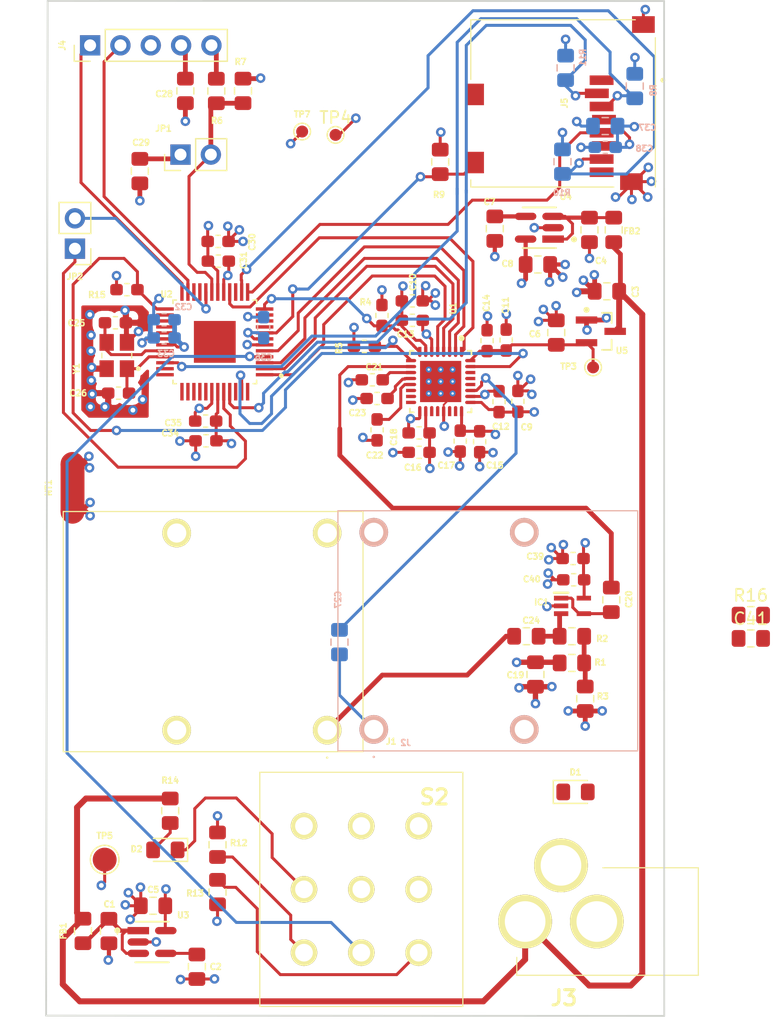
<source format=kicad_pcb>
(kicad_pcb (version 20171130) (host pcbnew "(5.0.2)-1")
  (layers (0 F.Cu signal) (1 In1.Cu signal) (2 In2.Cu power) (31 B.Cu mixed) (34 B.Paste user) (35 F.Paste user) (36 B.SilkS user) (37 F.SilkS user) (38 B.Mask user) (39 F.Mask user) (44 Edge.Cuts user))
  (net 0 "")
  (net 1 "Net-(U2-Pad15)")
  (net 2 "Net-(U2-Pad21)")
  (net 3 "Net-(U2-Pad22)")
  (net 4 "Net-(U2-Pad38)")
  (net 5 "Net-(U2-Pad40)")
  (net 6 "Net-(U2-Pad41)")
  (net 7 "Net-(U2-Pad46)")
  (net 8 "Net-(U2-Pad48)")
  (net 9 "Net-(U2-Pad9)")
  (net 10 "Net-(U2-Pad10)")
  (net 11 "Net-(U2-Pad11)")
  (net 12 "Net-(U2-Pad27)")
  (net 13 "Net-(U2-Pad28)")
  (net 14 "Net-(U2-Pad35)")
  (net 15 "Net-(U2-Pad36)")
  (net 16 "Net-(U2-Pad49)")
  (net 17 "Net-(U1-Pad19)")
  (net 18 "Net-(U1-Pad20)")
  (net 19 "Net-(U1-Pad22)")
  (net 20 "Net-(U1-Pad23)")
  (net 21 "Net-(U1-Pad14)")
  (net 22 "Net-(U1-Pad15)")
  (net 23 "Net-(U1-Pad16)")
  (net 24 "Net-(U1-Pad28)")
  (net 25 "Net-(U1-Pad29)")
  (net 26 "Net-(U1-Pad30)")
  (net 27 9V)
  (net 28 GNDA)
  (net 29 "Net-(C2-Pad1)")
  (net 30 3.3V)
  (net 31 GNDD)
  (net 32 "Net-(C7-Pad1)")
  (net 33 3.3V_IOVDD)
  (net 34 1.8V_DVDD)
  (net 35 "Net-(C24-Pad1)")
  (net 36 "Net-(C21-Pad1)")
  (net 37 "Net-(C22-Pad1)")
  (net 38 "Net-(C23-Pad1)")
  (net 39 JACK_IN)
  (net 40 JACK_IN_ADC)
  (net 41 JACK_OUT)
  (net 42 SDA)
  (net 43 SCL)
  (net 44 MCLK)
  (net 45 BCLK_SCK)
  (net 46 WCLK_SS)
  (net 47 DIN_SDI)
  (net 48 DOUT_SDO)
  (net 49 "Net-(J2-Pad4)")
  (net 50 "Net-(J2-Pad6)")
  (net 51 "Net-(J1-Pad6)")
  (net 52 "Net-(J1-Pad4)")
  (net 53 "Net-(C25-Pad2)")
  (net 54 "Net-(C26-Pad2)")
  (net 55 "Net-(J4-Pad5)")
  (net 56 "Net-(C27-Pad2)")
  (net 57 MCLR)
  (net 58 PGED1)
  (net 59 PGEC1)
  (net 60 "Net-(C29-Pad1)")
  (net 61 SCLK)
  (net 62 MISO)
  (net 63 SS)
  (net 64 MOSI)
  (net 65 UART_TX)
  (net 66 UART_RX)
  (net 67 "Net-(C36-Pad2)")
  (net 68 SD_CARD_DET)
  (net 69 "Net-(J5-PadP1)")
  (net 70 "Net-(J5-PadP8)")
  (net 71 "Net-(J5-PadCD1)")
  (net 72 "Net-(R1-Pad1)")
  (net 73 "Net-(C1-Pad1)")
  (net 74 "Net-(D1-Pad1)")
  (net 75 "Net-(D1-Pad2)")
  (net 76 "Net-(R12-Pad1)")
  (net 77 LOOP_RECORD)
  (net 78 "Net-(R13-Pad1)")
  (net 79 "Net-(D2-Pad1)")
  (net 80 "Net-(D2-Pad2)")
  (net 81 "Net-(C20-Pad2)")
  (net 82 RESET_CODEC)
  (net 83 "Net-(U2-Pad26)")
  (net 84 "Net-(U2-Pad37)")
  (net 85 "Net-(U2-Pad29)")
  (net 86 "Net-(U2-Pad39)")
  (net 87 "Net-(C4-Pad1)")
  (net 88 "Net-(S2-Pad6)")
  (net 89 "Net-(S2-Pad7)")
  (net 90 "Net-(S2-Pad8)")
  (net 91 "Net-(S2-Pad9)")
  (net 92 "Net-(J3-Pad3)")
  (net 93 "Net-(R16-Pad1)")
  (net 94 "Net-(R16-Pad2)")
  (net 95 "Net-(C41-Pad1)")
  (net 96 "Net-(C41-Pad2)")
  (module Capacitor_SMD:C_0805_2012Metric_Pad1.15x1.40mm_HandSolder (layer F.Cu) (at 151.582601 129.290001)
    (fp_text reference C41 (at 0 -1.65) (layer F.SilkS))
    (fp_text value 1uF)
    (pad 1 smd roundrect (at -1.025 0) (size 1.15 1.4) (layers F.Cu F.Paste F.Mask) (roundrect_rratio 0.217391) (net 95 "Net-(C41-Pad1)"))
    (pad 2 smd roundrect (at 1.025 0) (size 1.15 1.4) (layers F.Cu F.Paste F.Mask) (roundrect_rratio 0.217391) (net 96 "Net-(C41-Pad2)"))
  )
  (module Resistor_SMD:R_0805_2012Metric_Pad1.15x1.40mm_HandSolder (layer F.Cu) (at 151.582601 127.340001)
    (fp_text reference R16 (at 0 -1.65) (layer F.SilkS))
    (fp_text value 1000kOhm)
    (pad 1 smd roundrect (at -1.025 0) (size 1.15 1.4) (layers F.Cu F.Paste F.Mask) (roundrect_rratio 0.217391) (net 93 "Net-(R16-Pad1)"))
    (pad 2 smd roundrect (at 1.025 0) (size 1.15 1.4) (layers F.Cu F.Paste F.Mask) (roundrect_rratio 0.217391) (net 94 "Net-(R16-Pad2)"))
  )
  (module CON-SOCJ-2155:CONSOCJ2155 (layer F.Cu) (at 132.6896 152.9842 180)
    (fp_text reference J3 (at -3.2512 -6.4008 180) (layer F.SilkS) (effects (font (size 1.27 1.27) (thickness 0.254))))
    (fp_text value CON-SOCJ-2155 hide)
    (pad 1 thru_hole circle (at 0 0 270) (size 4.5 4.5) (drill 3.4) (layers *.Cu *.Mask F.SilkS) (net 27 9V))
    (pad 2 thru_hole circle (at -6 0 270) (size 4.5 4.5) (drill 3.4) (layers *.Cu *.Mask F.SilkS) (net 28 GNDA))
    (pad 3 thru_hole circle (at -3 4.7 270) (size 4.5 4.5) (drill 3.4) (layers *.Cu *.Mask F.SilkS) (net 92 "Net-(J3-Pad3)"))
  )
  (module SF17020F-0302-21R-L-015:SF17020F030221RL015 (layer F.Cu) (at 118.9736 150.2918 270)
    (fp_text reference S2 (at -7.7216 -6.1214) (layer F.SilkS) (effects (font (size 1.27 1.27) (thickness 0.254))))
    (fp_text value SF17020F-0302-21R-L-015 hide)
    (pad 1 thru_hole circle (at 5.3 4.8) (size 2.22 2.22) (drill 1.48) (layers *.Cu *.Mask F.SilkS) (net 76 "Net-(R12-Pad1)"))
    (pad 2 thru_hole circle (at 5.3 0) (size 2.22 2.22) (drill 1.48) (layers *.Cu *.Mask F.SilkS) (net 77 LOOP_RECORD))
    (pad 3 thru_hole circle (at 5.3 -4.8) (size 2.22 2.22) (drill 1.48) (layers *.Cu *.Mask F.SilkS) (net 78 "Net-(R13-Pad1)"))
    (pad 4 thru_hole circle (at 0 4.8) (size 2.22 2.22) (drill 1.48) (layers *.Cu *.Mask F.SilkS) (net 79 "Net-(D2-Pad1)"))
    (pad 5 thru_hole circle (at 0 0) (size 2.22 2.22) (drill 1.48) (layers *.Cu *.Mask F.SilkS) (net 28 GNDA))
    (pad 6 thru_hole circle (at 0 -4.8) (size 2.22 2.22) (drill 1.48) (layers *.Cu *.Mask F.SilkS) (net 88 "Net-(S2-Pad6)"))
    (pad 7 thru_hole circle (at -5.3 4.8) (size 2.22 2.22) (drill 1.48) (layers *.Cu *.Mask F.SilkS) (net 89 "Net-(S2-Pad7)"))
    (pad 8 thru_hole circle (at -5.3 0) (size 2.22 2.22) (drill 1.48) (layers *.Cu *.Mask F.SilkS) (net 90 "Net-(S2-Pad8)"))
    (pad 9 thru_hole circle (at -5.3 -4.8) (size 2.22 2.22) (drill 1.48) (layers *.Cu *.Mask F.SilkS) (net 91 "Net-(S2-Pad9)"))
  )
  (module TestPoint:TestPoint_Pad_D1.0mm (layer F.Cu) (at 116.8146 87.1474)
    (fp_text reference TP4 (at 0 -1.448) (layer F.SilkS))
    (fp_text value TestPoint)
    (pad 1 smd circle (at 0 0) (size 1 1) (layers F.Cu F.Mask) (net 33 3.3V_IOVDD))
  )
  (module Capacitor_SMD:C_0603_1608Metric_Pad1.05x0.95mm_HandSolder (layer F.Cu) (at 120.2944 111.8362 270)
    (fp_text reference C22 (at 2.1336 0.2032 180) (layer F.SilkS) (effects (font (size 0.5 0.5) (thickness 0.125))))
    (fp_text value 470nF)
    (pad 1 smd roundrect (at -0.875 0 270) (size 1.05 0.95) (layers F.Cu F.Paste F.Mask) (net 37 "Net-(C22-Pad1)"))
    (pad 2 smd roundrect (at 0.875 0 270) (size 1.05 0.95) (layers F.Cu F.Paste F.Mask) (net 28 GNDA))
  )
  (module TestPoint:TestPoint_Pad_D1.0mm (layer F.Cu) (at 114.0206 86.868)
    (fp_text reference TP7 (at 0 -1.448) (layer F.SilkS) (effects (font (size 0.5 0.5) (thickness 0.125))))
    (fp_text value TestPoint)
    (pad 1 smd circle (at 0 0) (size 1 1) (layers F.Cu F.Mask) (net 31 GNDD))
  )
  (module TestPoint:TestPoint_Pad_D1.0mm (layer F.Cu) (at 138.3792 106.6038)
    (fp_text reference TP3 (at -2.0574 -0.0762) (layer F.SilkS) (effects (font (size 0.5 0.5) (thickness 0.125))))
    (fp_text value TestPoint)
    (pad 1 smd circle (at 0 0) (size 1 1) (layers F.Cu F.Mask) (net 34 1.8V_DVDD))
  )
  (module Capacitor_SMD:C_0603_1608Metric_Pad1.05x0.95mm_HandSolder (layer F.Cu) (at 98.3856 102.87 180)
    (fp_text reference C25 (at 3.2652 -0.0254 180) (layer F.SilkS) (effects (font (size 0.5 0.5) (thickness 0.125))))
    (fp_text value 28pF)
    (pad 2 smd roundrect (at 0.875 0 180) (size 1.05 0.95) (layers F.Cu F.Paste F.Mask) (net 53 "Net-(C25-Pad2)"))
    (pad 1 smd roundrect (at -0.875 0 180) (size 1.05 0.95) (layers F.Cu F.Paste F.Mask) (net 31 GNDD))
  )
  (module TestPoint:TestPoint_Pad_D2.0mm (layer F.Cu) (at 97.4852 147.8026)
    (fp_text reference TP5 (at 0 -1.998) (layer F.SilkS) (effects (font (size 0.5 0.5) (thickness 0.125))))
    (fp_text value TestPoint)
    (pad 1 smd circle (at 0 0) (size 2 2) (layers F.Cu F.Mask) (net 30 3.3V))
  )
  (module Inductor_SMD:L_0805_2012Metric_Pad1.15x1.40mm_HandSolder (layer F.Cu) (at 140.1064 95.0976 270)
    (fp_text reference FB2 (at 0.1016 -1.524) (layer F.SilkS) (effects (font (size 0.5 0.5) (thickness 0.125))))
    (fp_text value Ferrite_Bead_Small)
    (pad 1 smd roundrect (at -1.025 0 270) (size 1.15 1.4) (layers F.Cu F.Paste F.Mask) (roundrect_rratio 0.217391) (net 87 "Net-(C4-Pad1)"))
    (pad 2 smd roundrect (at 1.025 0 270) (size 1.15 1.4) (layers F.Cu F.Paste F.Mask) (roundrect_rratio 0.217391) (net 27 9V))
  )
  (module Resistor_SMD:R_0603_1608Metric_Pad1.05x0.95mm_HandSolder (layer F.Cu) (at 99.3534 100.1014 180)
    (fp_text reference R15 (at 2.5146 -0.4318 180) (layer F.SilkS) (effects (font (size 0.5 0.5) (thickness 0.125))))
    (fp_text value 100kOhm)
    (pad 1 smd roundrect (at -0.875 0 180) (size 1.05 0.95) (layers F.Cu F.Paste F.Mask) (net 82 RESET_CODEC))
    (pad 2 smd roundrect (at 0.875 0 180) (size 1.05 0.95) (layers F.Cu F.Paste F.Mask) (net 33 3.3V_IOVDD))
  )
  (module Resistor_SMD:R_0603_1608Metric_Pad1.05x0.95mm_HandSolder (layer F.Cu) (at 120.7008 102.2604 90)
    (fp_text reference R4 (at 1.1176 -1.3716 180) (layer F.SilkS) (effects (font (size 0.5 0.5) (thickness 0.125))))
    (fp_text value 10kOhm)
    (pad 2 smd roundrect (at 0.875 0 90) (size 1.05 0.95) (layers F.Cu F.Paste F.Mask) (net 33 3.3V_IOVDD))
    (pad 1 smd roundrect (at -0.875 0 90) (size 1.05 0.95) (layers F.Cu F.Paste F.Mask) (net 43 SCL))
  )
  (module Resistor_SMD:R_0603_1608Metric_Pad1.05x0.95mm_HandSolder (layer F.Cu) (at 119.2276 104.8512)
    (fp_text reference R5 (at -2.1222 0.1524 -270) (layer F.SilkS) (effects (font (size 0.5 0.5) (thickness 0.125))))
    (fp_text value 10kOhm)
    (pad 1 smd roundrect (at -0.875 0) (size 1.05 0.95) (layers F.Cu F.Paste F.Mask) (net 33 3.3V_IOVDD))
    (pad 2 smd roundrect (at 0.875 0) (size 1.05 0.95) (layers F.Cu F.Paste F.Mask) (net 42 SDA))
  )
  (module Capacitor_SMD:C_0603_1608Metric_Pad1.05x0.95mm_HandSolder (layer B.Cu) (at 139.3952 88.1888)
    (fp_text reference C38 (at 3.2766 0.1016) (layer B.SilkS) (effects (font (size 0.5 0.5) (thickness 0.125)) (justify mirror)))
    (fp_text value 100nF)
    (pad 1 smd roundrect (at -0.875 0) (size 1.05 0.95) (layers B.Cu B.Paste B.Mask) (net 31 GNDD))
    (pad 2 smd roundrect (at 0.875 0) (size 1.05 0.95) (layers B.Cu B.Paste B.Mask) (net 33 3.3V_IOVDD))
  )
  (module Capacitor_SMD:C_0603_1608Metric_Pad1.05x0.95mm_HandSolder (layer F.Cu) (at 136.7536 124.3838 180)
    (fp_text reference C40 (at 3.5052 0.0508 180) (layer F.SilkS) (effects (font (size 0.5 0.5) (thickness 0.125))))
    (fp_text value 100nF)
    (pad 2 smd roundrect (at 0.875 0 180) (size 1.05 0.95) (layers F.Cu F.Paste F.Mask) (net 28 GNDA))
    (pad 1 smd roundrect (at -0.875 0 180) (size 1.05 0.95) (layers F.Cu F.Paste F.Mask) (net 30 3.3V))
  )
  (module Capacitor_SMD:C_0603_1608Metric_Pad1.05x0.95mm_HandSolder (layer F.Cu) (at 136.7028 122.6058)
    (fp_text reference C39 (at -3.175 -0.1778) (layer F.SilkS) (effects (font (size 0.5 0.5) (thickness 0.125))))
    (fp_text value 1uF)
    (pad 1 smd roundrect (at -0.875 0) (size 1.05 0.95) (layers F.Cu F.Paste F.Mask) (net 28 GNDA))
    (pad 2 smd roundrect (at 0.875 0) (size 1.05 0.95) (layers F.Cu F.Paste F.Mask) (net 30 3.3V))
  )
  (module Capacitor_SMD:C_0603_1608Metric_Pad1.05x0.95mm_HandSolder (layer F.Cu) (at 123.8123 112.0902 180)
    (fp_text reference C18 (at 2.1209 -0.3556 270) (layer F.SilkS) (effects (font (size 0.5 0.5) (thickness 0.125))))
    (fp_text value 100nF)
    (pad 1 smd roundrect (at -0.875 0 180) (size 1.05 0.95) (layers F.Cu F.Paste F.Mask) (net 30 3.3V))
    (pad 2 smd roundrect (at 0.875 0 180) (size 1.05 0.95) (layers F.Cu F.Paste F.Mask) (net 28 GNDA))
  )
  (module Capacitor_SMD:C_0603_1608Metric_Pad1.05x0.95mm_HandSolder (layer F.Cu) (at 120.2944 109.211234 180)
    (fp_text reference C23 (at 1.651 -1.202566) (layer F.SilkS) (effects (font (size 0.5 0.5) (thickness 0.125))))
    (fp_text value 470nF)
    (pad 2 smd roundrect (at 0.875 0 180) (size 1.05 0.95) (layers F.Cu F.Paste F.Mask) (net 28 GNDA))
    (pad 1 smd roundrect (at -0.875 0 180) (size 1.05 0.95) (layers F.Cu F.Paste F.Mask) (net 38 "Net-(C23-Pad1)"))
  )
  (module Capacitor_SMD:C_0603_1608Metric_Pad1.05x0.95mm_HandSolder (layer F.Cu) (at 127.254 112.776 270)
    (fp_text reference C17 (at 2.032 1.1684) (layer F.SilkS) (effects (font (size 0.5 0.5) (thickness 0.125))))
    (fp_text value 100nF)
    (pad 2 smd roundrect (at 0.875 0 270) (size 1.05 0.95) (layers F.Cu F.Paste F.Mask) (net 28 GNDA))
    (pad 1 smd roundrect (at -0.875 0 270) (size 1.05 0.95) (layers F.Cu F.Paste F.Mask) (net 30 3.3V))
  )
  (module Capacitor_SMD:C_0603_1608Metric_Pad1.05x0.95mm_HandSolder (layer F.Cu) (at 123.8123 113.7158 180)
    (fp_text reference C16 (at 0.5207 -1.27) (layer F.SilkS) (effects (font (size 0.5 0.5) (thickness 0.125))))
    (fp_text value 1uF)
    (pad 1 smd roundrect (at -0.875 0 180) (size 1.05 0.95) (layers F.Cu F.Paste F.Mask) (net 30 3.3V))
    (pad 2 smd roundrect (at 0.875 0 180) (size 1.05 0.95) (layers F.Cu F.Paste F.Mask) (net 28 GNDA))
  )
  (module Capacitor_SMD:C_0603_1608Metric_Pad1.05x0.95mm_HandSolder (layer F.Cu) (at 128.8796 112.8268 270)
    (fp_text reference C15 (at 1.9812 -1.27) (layer F.SilkS) (effects (font (size 0.5 0.5) (thickness 0.125))))
    (fp_text value 1uF)
    (pad 2 smd roundrect (at 0.875 0 270) (size 1.05 0.95) (layers F.Cu F.Paste F.Mask) (net 28 GNDA))
    (pad 1 smd roundrect (at -0.875 0 270) (size 1.05 0.95) (layers F.Cu F.Paste F.Mask) (net 30 3.3V))
  )
  (module Capacitor_SMD:C_0603_1608Metric_Pad1.05x0.95mm_HandSolder (layer F.Cu) (at 129.5019 104.3686 90)
    (fp_text reference C14 (at 3.1496 -0.0508 90) (layer F.SilkS) (effects (font (size 0.5 0.5) (thickness 0.125))))
    (fp_text value 100nF)
    (pad 1 smd roundrect (at -0.875 0 90) (size 1.05 0.95) (layers F.Cu F.Paste F.Mask) (net 34 1.8V_DVDD))
    (pad 2 smd roundrect (at 0.875 0 90) (size 1.05 0.95) (layers F.Cu F.Paste F.Mask) (net 31 GNDD))
  )
  (module Capacitor_SMD:C_0603_1608Metric_Pad1.05x0.95mm_HandSolder (layer F.Cu) (at 123.2408 102.6668)
    (fp_text reference C13 (at -0.5588 1.1684 -180) (layer F.SilkS) (effects (font (size 0.5 0.5) (thickness 0.125))))
    (fp_text value 100nF)
    (pad 2 smd roundrect (at 0.875 0) (size 1.05 0.95) (layers F.Cu F.Paste F.Mask) (net 31 GNDD))
    (pad 1 smd roundrect (at -0.875 0) (size 1.05 0.95) (layers F.Cu F.Paste F.Mask) (net 33 3.3V_IOVDD))
  )
  (module Capacitor_SMD:C_0603_1608Metric_Pad1.05x0.95mm_HandSolder (layer F.Cu) (at 130.5052 109.474 90)
    (fp_text reference C12 (at -2.0828 0.1524 180) (layer F.SilkS) (effects (font (size 0.5 0.5) (thickness 0.125))))
    (fp_text value 100nF)
    (pad 1 smd roundrect (at -0.875 0 90) (size 1.05 0.95) (layers F.Cu F.Paste F.Mask) (net 30 3.3V))
    (pad 2 smd roundrect (at 0.875 0 90) (size 1.05 0.95) (layers F.Cu F.Paste F.Mask) (net 28 GNDA))
  )
  (module Capacitor_SMD:C_0603_1608Metric_Pad1.05x0.95mm_HandSolder (layer F.Cu) (at 131.1021 104.3178 90)
    (fp_text reference C11 (at 2.8956 -0.0508 90) (layer F.SilkS) (effects (font (size 0.5 0.5) (thickness 0.125))))
    (fp_text value 1uF)
    (pad 2 smd roundrect (at 0.875 0 90) (size 1.05 0.95) (layers F.Cu F.Paste F.Mask) (net 31 GNDD))
    (pad 1 smd roundrect (at -0.875 0 90) (size 1.05 0.95) (layers F.Cu F.Paste F.Mask) (net 34 1.8V_DVDD))
  )
  (module Capacitor_SMD:C_0603_1608Metric_Pad1.05x0.95mm_HandSolder (layer F.Cu) (at 123.2408 101.0412)
    (fp_text reference C10 (at 0.0508 -1.5748 -90) (layer F.SilkS) (effects (font (size 0.5 0.5) (thickness 0.125))))
    (fp_text value 1uF)
    (pad 1 smd roundrect (at -0.875 0) (size 1.05 0.95) (layers F.Cu F.Paste F.Mask) (net 33 3.3V_IOVDD))
    (pad 2 smd roundrect (at 0.875 0) (size 1.05 0.95) (layers F.Cu F.Paste F.Mask) (net 31 GNDD))
  )
  (module Capacitor_SMD:C_0603_1608Metric_Pad1.05x0.95mm_HandSolder (layer F.Cu) (at 132.08 109.4486 90)
    (fp_text reference C9 (at -2.159 0.7366 180) (layer F.SilkS) (effects (font (size 0.5 0.5) (thickness 0.125))))
    (fp_text value 1uF)
    (pad 2 smd roundrect (at 0.875 0 90) (size 1.05 0.95) (layers F.Cu F.Paste F.Mask) (net 28 GNDA))
    (pad 1 smd roundrect (at -0.875 0 90) (size 1.05 0.95) (layers F.Cu F.Paste F.Mask) (net 30 3.3V))
  )
  (module Capacitor_SMD:C_0603_1608Metric_Pad1.05x0.95mm_HandSolder (layer F.Cu) (at 119.888 107.6452 180)
    (fp_text reference C21 (at -0.1778 1.0668) (layer F.SilkS) (effects (font (size 0.5 0.5) (thickness 0.125))))
    (fp_text value 470nF)
    (pad 1 smd roundrect (at -0.875 0 180) (size 1.05 0.95) (layers F.Cu F.Paste F.Mask) (net 36 "Net-(C21-Pad1)"))
    (pad 2 smd roundrect (at 0.875 0 180) (size 1.05 0.95) (layers F.Cu F.Paste F.Mask) (net 28 GNDA))
  )
  (module Capacitor_SMD:C_0603_1608Metric_Pad1.05x0.95mm_HandSolder (layer F.Cu) (at 106.9848 96.0628 180)
    (fp_text reference C30 (at -2.8448 -0.0508 270) (layer F.SilkS) (effects (font (size 0.5 0.5) (thickness 0.125))))
    (fp_text value 100nF)
    (pad 2 smd roundrect (at 0.875 0 180) (size 1.05 0.95) (layers F.Cu F.Paste F.Mask) (net 33 3.3V_IOVDD))
    (pad 1 smd roundrect (at -0.875 0 180) (size 1.05 0.95) (layers F.Cu F.Paste F.Mask) (net 31 GNDD))
  )
  (module Capacitor_SMD:C_0603_1608Metric_Pad1.05x0.95mm_HandSolder (layer B.Cu) (at 102.4636 104.14)
    (fp_text reference C33 (at 0.1524 1.3208) (layer B.SilkS) (effects (font (size 0.5 0.5) (thickness 0.125)) (justify mirror)))
    (fp_text value 10nF)
    (pad 1 smd roundrect (at -0.875 0) (size 1.05 0.95) (layers B.Cu B.Paste B.Mask) (net 33 3.3V_IOVDD))
    (pad 2 smd roundrect (at 0.875 0) (size 1.05 0.95) (layers B.Cu B.Paste B.Mask) (net 31 GNDD))
  )
  (module Capacitor_SMD:C_0603_1608Metric_Pad1.05x0.95mm_HandSolder (layer F.Cu) (at 105.9434 111.0996 180)
    (fp_text reference C35 (at 2.7178 -0.1524 180) (layer F.SilkS) (effects (font (size 0.5 0.5) (thickness 0.125))))
    (fp_text value 10nF)
    (pad 2 smd roundrect (at 0.875 0 180) (size 1.05 0.95) (layers F.Cu F.Paste F.Mask) (net 31 GNDD))
    (pad 1 smd roundrect (at -0.875 0 180) (size 1.05 0.95) (layers F.Cu F.Paste F.Mask) (net 33 3.3V_IOVDD))
  )
  (module Capacitor_SMD:C_0603_1608Metric_Pad1.05x0.95mm_HandSolder (layer B.Cu) (at 102.4636 102.616 180)
    (fp_text reference C32 (at -1.6256 1.0668 180) (layer B.SilkS) (effects (font (size 0.5 0.5) (thickness 0.125)) (justify mirror)))
    (fp_text value 100nF)
    (pad 1 smd roundrect (at -0.875 0 180) (size 1.05 0.95) (layers B.Cu B.Paste B.Mask) (net 31 GNDD))
    (pad 2 smd roundrect (at 0.875 0 180) (size 1.05 0.95) (layers B.Cu B.Paste B.Mask) (net 33 3.3V_IOVDD))
  )
  (module Capacitor_SMD:C_0603_1608Metric_Pad1.05x0.95mm_HandSolder (layer F.Cu) (at 107.0012 97.7138)
    (fp_text reference C31 (at 2.1172 -0.0762 90) (layer F.SilkS) (effects (font (size 0.5 0.5) (thickness 0.125))))
    (fp_text value 10nF)
    (pad 2 smd roundrect (at 0.875 0) (size 1.05 0.95) (layers F.Cu F.Paste F.Mask) (net 31 GNDD))
    (pad 1 smd roundrect (at -0.875 0) (size 1.05 0.95) (layers F.Cu F.Paste F.Mask) (net 33 3.3V_IOVDD))
  )
  (module Capacitor_SMD:C_0603_1608Metric_Pad1.05x0.95mm_HandSolder (layer F.Cu) (at 98.6536 108.7628)
    (fp_text reference C26 (at -3.3782 0) (layer F.SilkS) (effects (font (size 0.5 0.5) (thickness 0.125))))
    (fp_text value 28pF)
    (pad 1 smd roundrect (at -0.875 0) (size 1.05 0.95) (layers F.Cu F.Paste F.Mask) (net 31 GNDD))
    (pad 2 smd roundrect (at 0.875 0) (size 1.05 0.95) (layers F.Cu F.Paste F.Mask) (net 54 "Net-(C26-Pad2)"))
  )
  (module Capacitor_SMD:C_0603_1608Metric_Pad1.05x0.95mm_HandSolder (layer F.Cu) (at 105.9688 112.7506)
    (fp_text reference C34 (at -2.9972 -0.635) (layer F.SilkS) (effects (font (size 0.5 0.5) (thickness 0.125))))
    (fp_text value 100nF)
    (pad 1 smd roundrect (at -0.875 0) (size 1.05 0.95) (layers F.Cu F.Paste F.Mask) (net 31 GNDD))
    (pad 2 smd roundrect (at 0.875 0) (size 1.05 0.95) (layers F.Cu F.Paste F.Mask) (net 33 3.3V_IOVDD))
  )
  (module Capacitor_SMD:C_0603_1608Metric_Pad1.05x0.95mm_HandSolder (layer B.Cu) (at 110.7948 103.2764 270)
    (fp_text reference C36 (at 2.4892 0) (layer B.SilkS) (effects (font (size 0.5 0.5) (thickness 0.125)) (justify mirror)))
    (fp_text value 10uF)
    (pad 2 smd roundrect (at 0.875 0 270) (size 1.05 0.95) (layers B.Cu B.Paste B.Mask) (net 67 "Net-(C36-Pad2)"))
    (pad 1 smd roundrect (at -0.875 0 270) (size 1.05 0.95) (layers B.Cu B.Paste B.Mask) (net 31 GNDD))
  )
  (module ABM8G-12.288MHZ-18-D2Y-T:ABM8G48000MHZ18D2YT (layer F.Cu) (at 98.5012 105.6132 90)
    (fp_text reference Y1 (at -1.0922 -3.3782 90) (layer F.SilkS) (effects (font (size 0.5 0.5) (thickness 0.125))))
    (fp_text value ABM8G-12.288MHZ-18-D2Y-T hide)
    (pad 4 smd rect (at -1.1 -0.85 180) (size 1.2 1.4) (layers F.Cu F.Paste F.Mask) (net 31 GNDD))
    (pad 3 smd rect (at 1.1 -0.85 180) (size 1.2 1.4) (layers F.Cu F.Paste F.Mask) (net 53 "Net-(C25-Pad2)"))
    (pad 2 smd rect (at 1.1 0.85 180) (size 1.2 1.4) (layers F.Cu F.Paste F.Mask) (net 31 GNDD))
    (pad 1 smd rect (at -1.1 0.85 180) (size 1.2 1.4) (layers F.Cu F.Paste F.Mask) (net 54 "Net-(C26-Pad2)"))
  )
  (module LED_SMD:LED_0805_2012Metric_Pad1.15x1.40mm_HandSolder (layer F.Cu) (at 102.5652 146.9898 180)
    (fp_text reference D2 (at 2.413 0.0762 180) (layer F.SilkS) (effects (font (size 0.5 0.5) (thickness 0.125))))
    (fp_text value LED_recording)
    (pad 1 smd roundrect (at -1.025 0 180) (size 1.15 1.4) (layers F.Cu F.Paste F.Mask) (roundrect_rratio 0.217391) (net 79 "Net-(D2-Pad1)"))
    (pad 2 smd roundrect (at 1.025 0 180) (size 1.15 1.4) (layers F.Cu F.Paste F.Mask) (roundrect_rratio 0.217391) (net 80 "Net-(D2-Pad2)"))
  )
  (module Resistor_SMD:R_0805_2012Metric_Pad1.15x1.40mm_HandSolder (layer F.Cu) (at 106.934 146.558 90)
    (fp_text reference R12 (at 0.1524 1.778 -180) (layer F.SilkS) (effects (font (size 0.5 0.5) (thickness 0.125))))
    (fp_text value 20kOhm)
    (pad 1 smd roundrect (at -1.025 0 90) (size 1.15 1.4) (layers F.Cu F.Paste F.Mask) (roundrect_rratio 0.217391) (net 76 "Net-(R12-Pad1)"))
    (pad 2 smd roundrect (at 1.025 0 90) (size 1.15 1.4) (layers F.Cu F.Paste F.Mask) (roundrect_rratio 0.217391) (net 30 3.3V))
  )
  (module Resistor_SMD:R_0805_2012Metric_Pad1.15x1.40mm_HandSolder (layer F.Cu) (at 102.9716 143.7132 90)
    (fp_text reference R14 (at 2.54 0 180) (layer F.SilkS) (effects (font (size 0.5 0.5) (thickness 0.125))))
    (fp_text value 20kOhm)
    (pad 2 smd roundrect (at 1.025 0 90) (size 1.15 1.4) (layers F.Cu F.Paste F.Mask) (roundrect_rratio 0.217391) (net 27 9V))
    (pad 1 smd roundrect (at -1.025 0 90) (size 1.15 1.4) (layers F.Cu F.Paste F.Mask) (roundrect_rratio 0.217391) (net 80 "Net-(D2-Pad2)"))
  )
  (module Resistor_SMD:R_0805_2012Metric_Pad1.15x1.40mm_HandSolder (layer F.Cu) (at 106.934 150.5204 270)
    (fp_text reference R13 (at 0.1016 1.8796) (layer F.SilkS) (effects (font (size 0.5 0.5) (thickness 0.125))))
    (fp_text value 20kOhm)
    (pad 1 smd roundrect (at -1.025 0 270) (size 1.15 1.4) (layers F.Cu F.Paste F.Mask) (roundrect_rratio 0.217391) (net 78 "Net-(R13-Pad1)"))
    (pad 2 smd roundrect (at 1.025 0 270) (size 1.15 1.4) (layers F.Cu F.Paste F.Mask) (roundrect_rratio 0.217391) (net 28 GNDA))
  )
  (module LED_SMD:LED_0805_2012Metric_Pad1.15x1.40mm_HandSolder (layer F.Cu) (at 136.906 142.1384)
    (fp_text reference D1 (at 0 -1.65) (layer F.SilkS) (effects (font (size 0.5 0.5) (thickness 0.125))))
    (fp_text value Debug)
    (pad 1 smd roundrect (at -1.025 0) (size 1.15 1.4) (layers F.Cu F.Paste F.Mask) (roundrect_rratio 0.217391) (net 74 "Net-(D1-Pad1)"))
    (pad 2 smd roundrect (at 1.025 0) (size 1.15 1.4) (layers F.Cu F.Paste F.Mask) (roundrect_rratio 0.217391) (net 75 "Net-(D1-Pad2)"))
  )
  (module MEM2061-01-188-00-A:MEM20610118800A (layer F.Cu) (at 139.0904 90.2716 90)
    (fp_text reference J5 (at 5.785 -3.112 90) (layer F.SilkS) (effects (font (size 0.5 0.5) (thickness 0.125))))
    (fp_text value MEM2061-01-188-00-A hide)
    (pad G1 smd rect (at 12.36 3.5 90) (size 1.4 1.9) (layers F.Cu F.Paste F.Mask) (net 31 GNDD))
    (pad G2 smd rect (at -0.79 2.5 90) (size 1.4 1.9) (layers F.Cu F.Paste F.Mask) (net 31 GNDD))
    (pad P1 smd rect (at 7.7 0 90) (size 0.8 2) (layers F.Cu F.Paste F.Mask) (net 69 "Net-(J5-PadP1)"))
    (pad P2 smd rect (at 6.6 -0.4 90) (size 0.8 2) (layers F.Cu F.Paste F.Mask) (net 63 SS))
    (pad P3 smd rect (at 5.5 0 90) (size 0.8 2) (layers F.Cu F.Paste F.Mask) (net 64 MOSI))
    (pad P4 smd rect (at 4.4 0.2 90) (size 0.8 2) (layers F.Cu F.Paste F.Mask) (net 33 3.3V_IOVDD))
    (pad P5 smd rect (at 3.3 0 90) (size 0.8 2) (layers F.Cu F.Paste F.Mask) (net 61 SCLK))
    (pad P6 smd rect (at 2.2 0.2 90) (size 0.8 2) (layers F.Cu F.Paste F.Mask) (net 31 GNDD))
    (pad P7 smd rect (at 1.1 0 90) (size 0.8 2) (layers F.Cu F.Paste F.Mask) (net 62 MISO))
    (pad P8 smd rect (at 0 0 90) (size 0.8 2) (layers F.Cu F.Paste F.Mask) (net 70 "Net-(J5-PadP8)"))
    (pad CD1 smd rect (at 6.51 -10.55 180) (size 1.4 1.8) (layers F.Cu F.Paste F.Mask) (net 71 "Net-(J5-PadCD1)"))
    (pad CD2 smd rect (at 0.81 -10.55 180) (size 1.4 1.8) (layers F.Cu F.Paste F.Mask) (net 68 SD_CARD_DET))
  )
  (module Capacitor_SMD:C_0805_2012Metric_Pad1.15x1.40mm_HandSolder (layer B.Cu) (at 139.3952 86.4108 180)
    (fp_text reference C37 (at -3.5306 -0.127 180) (layer B.SilkS) (effects (font (size 0.5 0.5) (thickness 0.125)) (justify mirror)))
    (fp_text value 47uF)
    (pad 2 smd roundrect (at 1.025 0 180) (size 1.15 1.4) (layers B.Cu B.Paste B.Mask) (roundrect_rratio 0.217391) (net 31 GNDD))
    (pad 1 smd roundrect (at -1.025 0 180) (size 1.15 1.4) (layers B.Cu B.Paste B.Mask) (roundrect_rratio 0.217391) (net 33 3.3V_IOVDD))
  )
  (module Resistor_SMD:R_0805_2012Metric_Pad1.15x1.40mm_HandSolder (layer B.Cu) (at 141.866938 83.062063 90)
    (fp_text reference R8 (at -0.351537 1.541462 90) (layer B.SilkS) (effects (font (size 0.5 0.5) (thickness 0.125)) (justify mirror)))
    (fp_text value 20kOhm)
    (pad 2 smd roundrect (at 1.025 0 90) (size 1.15 1.4) (layers B.Cu B.Paste B.Mask) (roundrect_rratio 0.217391) (net 33 3.3V_IOVDD))
    (pad 1 smd roundrect (at -1.025 0 90) (size 1.15 1.4) (layers B.Cu B.Paste B.Mask) (roundrect_rratio 0.217391) (net 64 MOSI))
  )
  (module Resistor_SMD:R_0805_2012Metric_Pad1.15x1.40mm_HandSolder (layer F.Cu) (at 125.5776 89.408 90)
    (fp_text reference R9 (at -2.7432 -0.1016 180) (layer F.SilkS) (effects (font (size 0.5 0.5) (thickness 0.125))))
    (fp_text value 20kOhm)
    (pad 2 smd roundrect (at 1.025 0 90) (size 1.15 1.4) (layers F.Cu F.Paste F.Mask) (roundrect_rratio 0.217391) (net 33 3.3V_IOVDD))
    (pad 1 smd roundrect (at -1.025 0 90) (size 1.15 1.4) (layers F.Cu F.Paste F.Mask) (roundrect_rratio 0.217391) (net 68 SD_CARD_DET))
  )
  (module Resistor_SMD:R_0805_2012Metric_Pad1.15x1.40mm_HandSolder (layer B.Cu) (at 135.814945 89.388998 90)
    (fp_text reference R10 (at -2.5908 -0.0508) (layer B.SilkS) (effects (font (size 0.5 0.5) (thickness 0.125)) (justify mirror)))
    (fp_text value 20kOhm)
    (pad 2 smd roundrect (at 1.025 0 90) (size 1.15 1.4) (layers B.Cu B.Paste B.Mask) (roundrect_rratio 0.217391) (net 33 3.3V_IOVDD))
    (pad 1 smd roundrect (at -1.025 0 90) (size 1.15 1.4) (layers B.Cu B.Paste B.Mask) (roundrect_rratio 0.217391) (net 62 MISO))
  )
  (module Resistor_SMD:R_0805_2012Metric_Pad1.15x1.40mm_HandSolder (layer B.Cu) (at 136.075738 81.538063 270)
    (fp_text reference R11 (at -0.867663 -1.439862 270) (layer B.SilkS) (effects (font (size 0.5 0.5) (thickness 0.125)) (justify mirror)))
    (fp_text value 20kOhm)
    (pad 1 smd roundrect (at -1.025 0 270) (size 1.15 1.4) (layers B.Cu B.Paste B.Mask) (roundrect_rratio 0.217391) (net 33 3.3V_IOVDD))
    (pad 2 smd roundrect (at 1.025 0 270) (size 1.15 1.4) (layers B.Cu B.Paste B.Mask) (roundrect_rratio 0.217391) (net 63 SS))
  )
  (module Connector_PinHeader_2.54mm:PinHeader_1x02_P2.54mm_Vertical (layer F.Cu) (at 94.996 96.6724 180)
    (fp_text reference JP2 (at 0 -2.33 180) (layer F.SilkS) (effects (font (size 0.5 0.5) (thickness 0.125))))
    (fp_text value Jumper_NC_Small)
    (pad 1 thru_hole rect (at 0 0 180) (size 1.7 1.7) (drill 1) (layers *.Cu *.Mask) (net 65 UART_TX))
    (pad 2 thru_hole oval (at 0 2.54 180) (size 1.7 1.7) (drill 1) (layers *.Cu *.Mask) (net 66 UART_RX))
  )
  (module Connector_PinHeader_2.54mm:PinHeader_1x02_P2.54mm_Vertical (layer F.Cu) (at 103.8352 88.7984 90)
    (fp_text reference JP1 (at 2.1844 -1.4224 180) (layer F.SilkS) (effects (font (size 0.5 0.5) (thickness 0.125))))
    (fp_text value Jumper_NC_Small)
    (pad 1 thru_hole rect (at 0 0 90) (size 1.7 1.7) (drill 1) (layers *.Cu *.Mask) (net 60 "Net-(C29-Pad1)"))
    (pad 2 thru_hole oval (at 0 2.54 90) (size 1.7 1.7) (drill 1) (layers *.Cu *.Mask) (net 57 MCLR))
  )
  (module Capacitor_SMD:C_0805_2012Metric_Pad1.15x1.40mm_HandSolder (layer F.Cu) (at 104.2416 83.4644 90)
    (fp_text reference C28 (at -0.254 -1.778 180) (layer F.SilkS) (effects (font (size 0.5 0.5) (thickness 0.125))))
    (fp_text value 100nF)
    (pad 2 smd roundrect (at 1.025 0 90) (size 1.15 1.4) (layers F.Cu F.Paste F.Mask) (roundrect_rratio 0.217391) (net 33 3.3V_IOVDD))
    (pad 1 smd roundrect (at -1.025 0 90) (size 1.15 1.4) (layers F.Cu F.Paste F.Mask) (roundrect_rratio 0.217391) (net 31 GNDD))
  )
  (module Capacitor_SMD:C_0805_2012Metric_Pad1.15x1.40mm_HandSolder (layer F.Cu) (at 100.4316 90.179 270)
    (fp_text reference C29 (at -2.3876 -0.1016) (layer F.SilkS) (effects (font (size 0.5 0.5) (thickness 0.125))))
    (fp_text value 100nF)
    (pad 1 smd roundrect (at -1.025 0 270) (size 1.15 1.4) (layers F.Cu F.Paste F.Mask) (roundrect_rratio 0.217391) (net 60 "Net-(C29-Pad1)"))
    (pad 2 smd roundrect (at 1.025 0 270) (size 1.15 1.4) (layers F.Cu F.Paste F.Mask) (roundrect_rratio 0.217391) (net 31 GNDD))
  )
  (module Resistor_SMD:R_0805_2012Metric_Pad1.15x1.40mm_HandSolder (layer F.Cu) (at 106.8324 83.4734 270)
    (fp_text reference R6 (at 2.4802 -0.0508) (layer F.SilkS) (effects (font (size 0.5 0.5) (thickness 0.125))))
    (fp_text value 402ohm)
    (pad 2 smd roundrect (at 1.025 0 270) (size 1.15 1.4) (layers F.Cu F.Paste F.Mask) (roundrect_rratio 0.217391) (net 57 MCLR))
    (pad 1 smd roundrect (at -1.025 0 270) (size 1.15 1.4) (layers F.Cu F.Paste F.Mask) (roundrect_rratio 0.217391) (net 55 "Net-(J4-Pad5)"))
  )
  (module Resistor_SMD:R_0805_2012Metric_Pad1.15x1.40mm_HandSolder (layer F.Cu) (at 109.0676 83.4644 270)
    (fp_text reference R7 (at -2.4384 0.2032) (layer F.SilkS) (effects (font (size 0.5 0.5) (thickness 0.125))))
    (fp_text value 5.1kOhm)
    (pad 1 smd roundrect (at -1.025 0 270) (size 1.15 1.4) (layers F.Cu F.Paste F.Mask) (roundrect_rratio 0.217391) (net 33 3.3V_IOVDD))
    (pad 2 smd roundrect (at 1.025 0 270) (size 1.15 1.4) (layers F.Cu F.Paste F.Mask) (roundrect_rratio 0.217391) (net 57 MCLR))
  )
  (module Capacitor_SMD:C_0805_2012Metric_Pad1.15x1.40mm_HandSolder (layer B.Cu) (at 117.1448 129.5998 270)
    (fp_text reference C27 (at -3.556 0.127 270) (layer B.SilkS) (effects (font (size 0.5 0.5) (thickness 0.125)) (justify mirror)))
    (fp_text value 100nF)
    (pad 1 smd roundrect (at -1.025 0 270) (size 1.15 1.4) (layers B.Cu B.Paste B.Mask) (roundrect_rratio 0.217391) (net 41 JACK_OUT))
    (pad 2 smd roundrect (at 1.025 0 270) (size 1.15 1.4) (layers B.Cu B.Paste B.Mask) (roundrect_rratio 0.217391) (net 56 "Net-(C27-Pad2)"))
  )
  (module Connector_PinHeader_2.54mm:PinHeader_1x05_P2.54mm_Vertical (layer F.Cu) (at 96.266 79.6544 90)
    (fp_text reference J4 (at 0 -2.33 90) (layer F.SilkS) (effects (font (size 0.5 0.5) (thickness 0.125))))
    (fp_text value Conn_01x05)
    (pad 1 thru_hole rect (at 0 0 90) (size 1.7 1.7) (drill 1) (layers *.Cu *.Mask) (net 59 PGEC1))
    (pad 2 thru_hole oval (at 0 2.54 90) (size 1.7 1.7) (drill 1) (layers *.Cu *.Mask) (net 58 PGED1))
    (pad 3 thru_hole oval (at 0 5.08 90) (size 1.7 1.7) (drill 1) (layers *.Cu *.Mask) (net 31 GNDD))
    (pad 4 thru_hole oval (at 0 7.62 90) (size 1.7 1.7) (drill 1) (layers *.Cu *.Mask) (net 33 3.3V_IOVDD))
    (pad 5 thru_hole oval (at 0 10.16 90) (size 1.7 1.7) (drill 1) (layers *.Cu *.Mask) (net 55 "Net-(J4-Pad5)"))
  )
  (module CL1308G:CL1308G (layer F.Cu) (at 116.1161 136.9695 90)
    (fp_text reference J1 (at -0.9398 5.3594 180) (layer F.SilkS) (effects (font (size 0.5 0.5) (thickness 0.125))))
    (fp_text value CL1308G hide)
    (pad 6 thru_hole circle (at 16.5 -12.6 180) (size 2.4 2.4) (drill 1.6) (layers *.Cu *.Mask F.SilkS) (net 51 "Net-(J1-Pad6)"))
    (pad 4 thru_hole circle (at 16.5 0 180) (size 2.4 2.4) (drill 1.6) (layers *.Cu *.Mask F.SilkS) (net 52 "Net-(J1-Pad4)"))
    (pad 3 thru_hole circle (at 0 -12.6 180) (size 2.4 2.4) (drill 1.6) (layers *.Cu *.Mask F.SilkS) (net 28 GNDA))
    (pad 1 thru_hole circle (at 0 0 180) (size 2.4 2.4) (drill 1.6) (layers *.Cu *.Mask F.SilkS) (net 39 JACK_IN))
  )
  (module CL1308G:CL1308G (layer B.Cu) (at 120.015 136.906 90)
    (fp_text reference J2 (at -1.1176 2.667) (layer B.SilkS) (effects (font (size 0.5 0.5) (thickness 0.125)) (justify mirror)))
    (fp_text value CL1308G hide)
    (pad 1 thru_hole circle (at 0 0) (size 2.4 2.4) (drill 1.6) (layers *.Cu *.Mask B.SilkS) (net 56 "Net-(C27-Pad2)"))
    (pad 3 thru_hole circle (at 0 12.6) (size 2.4 2.4) (drill 1.6) (layers *.Cu *.Mask B.SilkS) (net 28 GNDA))
    (pad 4 thru_hole circle (at 16.5 0) (size 2.4 2.4) (drill 1.6) (layers *.Cu *.Mask B.SilkS) (net 49 "Net-(J2-Pad4)"))
    (pad 6 thru_hole circle (at 16.5 12.6) (size 2.4 2.4) (drill 1.6) (layers *.Cu *.Mask B.SilkS) (net 50 "Net-(J2-Pad6)"))
  )
  (module Inductor_SMD:L_0805_2012Metric_Pad1.15x1.40mm_HandSolder (layer F.Cu) (at 95.667803 153.773509 90)
    (fp_text reference FB1 (at 0 -1.65 90) (layer F.SilkS) (effects (font (size 0.5 0.5) (thickness 0.125))))
    (fp_text value Ferrite_Bead_Small)
    (pad 1 smd roundrect (at -1.025 0 90) (size 1.15 1.4) (layers F.Cu F.Paste F.Mask) (roundrect_rratio 0.217391) (net 73 "Net-(C1-Pad1)"))
    (pad 2 smd roundrect (at 1.025 0 90) (size 1.15 1.4) (layers F.Cu F.Paste F.Mask) (roundrect_rratio 0.217391) (net 27 9V))
  )
  (module Capacitor_SMD:C_0805_2012Metric_Pad1.15x1.40mm_HandSolder (layer F.Cu) (at 132.7912 129.1082 180)
    (fp_text reference C24 (at -0.4064 1.3208) (layer F.SilkS) (effects (font (size 0.5 0.5) (thickness 0.125))))
    (fp_text value 10uF)
    (pad 2 smd roundrect (at 1.025 0 180) (size 1.15 1.4) (layers F.Cu F.Paste F.Mask) (roundrect_rratio 0.217391) (net 39 JACK_IN))
    (pad 1 smd roundrect (at -1.025 0 180) (size 1.15 1.4) (layers F.Cu F.Paste F.Mask) (roundrect_rratio 0.217391) (net 35 "Net-(C24-Pad1)"))
  )
  (module Capacitor_SMD:C_0805_2012Metric_Pad1.15x1.40mm_HandSolder (layer F.Cu) (at 139.9032 126.0602 270)
    (fp_text reference C20 (at -0.0508 -1.4732 270) (layer F.SilkS) (effects (font (size 0.5 0.5) (thickness 0.125))))
    (fp_text value 1uF)
    (pad 2 smd roundrect (at 1.025 0 270) (size 1.15 1.4) (layers F.Cu F.Paste F.Mask) (roundrect_rratio 0.217391) (net 81 "Net-(C20-Pad2)"))
    (pad 1 smd roundrect (at -1.025 0 270) (size 1.15 1.4) (layers F.Cu F.Paste F.Mask) (roundrect_rratio 0.217391) (net 40 JACK_IN_ADC))
  )
  (module Capacitor_SMD:C_0805_2012Metric_Pad1.15x1.40mm_HandSolder (layer F.Cu) (at 133.5532 132.3086 90)
    (fp_text reference C19 (at -0.0508 -1.6764 180) (layer F.SilkS) (effects (font (size 0.5 0.5) (thickness 0.125))))
    (fp_text value 10uF)
    (pad 1 smd roundrect (at -1.025 0 90) (size 1.15 1.4) (layers F.Cu F.Paste F.Mask) (roundrect_rratio 0.217391) (net 28 GNDA))
    (pad 2 smd roundrect (at 1.025 0 90) (size 1.15 1.4) (layers F.Cu F.Paste F.Mask) (roundrect_rratio 0.217391) (net 30 3.3V))
  )
  (module Resistor_SMD:R_0805_2012Metric_Pad1.15x1.40mm_HandSolder (layer F.Cu) (at 136.6012 129.1082)
    (fp_text reference R2 (at 2.54 0.2032 -180) (layer F.SilkS) (effects (font (size 0.5 0.5) (thickness 0.125))))
    (fp_text value 500kOhm)
    (pad 1 smd roundrect (at -1.025 0) (size 1.15 1.4) (layers F.Cu F.Paste F.Mask) (roundrect_rratio 0.217391) (net 35 "Net-(C24-Pad1)"))
    (pad 2 smd roundrect (at 1.025 0) (size 1.15 1.4) (layers F.Cu F.Paste F.Mask) (roundrect_rratio 0.217391) (net 72 "Net-(R1-Pad1)"))
  )
  (module Resistor_SMD:R_0805_2012Metric_Pad1.15x1.40mm_HandSolder (layer F.Cu) (at 137.7188 134.3406 90)
    (fp_text reference R3 (at 0.2032 1.4732 180) (layer F.SilkS) (effects (font (size 0.5 0.5) (thickness 0.125))))
    (fp_text value 1000kOhm)
    (pad 2 smd roundrect (at 1.025 0 90) (size 1.15 1.4) (layers F.Cu F.Paste F.Mask) (roundrect_rratio 0.217391) (net 72 "Net-(R1-Pad1)"))
    (pad 1 smd roundrect (at -1.025 0 90) (size 1.15 1.4) (layers F.Cu F.Paste F.Mask) (roundrect_rratio 0.217391) (net 28 GNDA))
  )
  (module Resistor_SMD:R_0805_2012Metric_Pad1.15x1.40mm_HandSolder (layer F.Cu) (at 136.6012 131.3434 180)
    (fp_text reference R1 (at -2.3876 0.0508 180) (layer F.SilkS) (effects (font (size 0.5 0.5) (thickness 0.125))))
    (fp_text value 1000kOhm)
    (pad 1 smd roundrect (at -1.025 0 180) (size 1.15 1.4) (layers F.Cu F.Paste F.Mask) (roundrect_rratio 0.217391) (net 72 "Net-(R1-Pad1)"))
    (pad 2 smd roundrect (at 1.025 0 180) (size 1.15 1.4) (layers F.Cu F.Paste F.Mask) (roundrect_rratio 0.217391) (net 30 3.3V))
  )
  (module Capacitor_SMD:C_0805_2012Metric_Pad1.15x1.40mm_HandSolder (layer F.Cu) (at 133.7564 97.9932)
    (fp_text reference C8 (at -2.540921 -0.062587) (layer F.SilkS) (effects (font (size 0.5 0.5) (thickness 0.125))))
    (fp_text value 100nF)
    (pad 1 smd roundrect (at -1.025 0) (size 1.15 1.4) (layers F.Cu F.Paste F.Mask) (roundrect_rratio 0.217391) (net 33 3.3V_IOVDD))
    (pad 2 smd roundrect (at 1.025 0) (size 1.15 1.4) (layers F.Cu F.Paste F.Mask) (roundrect_rratio 0.217391) (net 31 GNDD))
  )
  (module REG113NA:Texas_Instruments-DBV0005A-0-0-IPC_A (layer F.Cu) (at 133.878459 94.918131 180)
    (fp_text reference U4 (at -1.635521 2.604413 180) (layer F.SilkS) (effects (font (size 0.5 0.5) (thickness 0.125)) (justify left)))
    (fp_text value REG113NA-3.3_3K)
    (pad 1 smd rect (at -1.150482 -0.95 180) (size 1.805236 0.612132) (layers F.Cu F.Paste F.Mask) (net 87 "Net-(C4-Pad1)"))
    (pad 2 smd roundrect (at -1.150482 0 180) (size 1.805236 0.612132) (layers F.Cu F.Paste F.Mask) (roundrect_rratio 0.5) (net 31 GNDD))
    (pad 3 smd roundrect (at -1.150482 0.95 180) (size 1.805236 0.612132) (layers F.Cu F.Paste F.Mask) (roundrect_rratio 0.5) (net 87 "Net-(C4-Pad1)"))
    (pad 4 smd roundrect (at 1.150482 0.95 180) (size 1.805236 0.612132) (layers F.Cu F.Paste F.Mask) (roundrect_rratio 0.5) (net 32 "Net-(C7-Pad1)"))
    (pad 5 smd roundrect (at 1.150482 -0.95 180) (size 1.805236 0.612132) (layers F.Cu F.Paste F.Mask) (roundrect_rratio 0.5) (net 33 3.3V_IOVDD))
  )
  (module Capacitor_SMD:C_0805_2012Metric_Pad1.15x1.40mm_HandSolder (layer F.Cu) (at 130.1496 94.996 270)
    (fp_text reference C7 (at -2.245318 0.43678) (layer F.SilkS) (effects (font (size 0.5 0.5) (thickness 0.125))))
    (fp_text value 10nF)
    (pad 1 smd roundrect (at -1.025 0 270) (size 1.15 1.4) (layers F.Cu F.Paste F.Mask) (roundrect_rratio 0.217391) (net 32 "Net-(C7-Pad1)"))
    (pad 2 smd roundrect (at 1.025 0 270) (size 1.15 1.4) (layers F.Cu F.Paste F.Mask) (roundrect_rratio 0.217391) (net 31 GNDD))
  )
  (module Capacitor_SMD:C_0805_2012Metric_Pad1.15x1.40mm_HandSolder (layer F.Cu) (at 135.294013 103.692721 90)
    (fp_text reference C6 (at -0.117079 -1.791613 180) (layer F.SilkS) (effects (font (size 0.5 0.5) (thickness 0.125))))
    (fp_text value 1uF)
    (pad 2 smd roundrect (at 1.025 0 90) (size 1.15 1.4) (layers F.Cu F.Paste F.Mask) (roundrect_rratio 0.217391) (net 31 GNDD))
    (pad 1 smd roundrect (at -1.025 0 90) (size 1.15 1.4) (layers F.Cu F.Paste F.Mask) (roundrect_rratio 0.217391) (net 34 1.8V_DVDD))
  )
  (module Capacitor_SMD:C_0805_2012Metric_Pad1.15x1.40mm_HandSolder (layer F.Cu) (at 101.535203 151.665309 180)
    (fp_text reference C5 (at -0.013997 1.348109 180) (layer F.SilkS) (effects (font (size 0.5 0.5) (thickness 0.125))))
    (fp_text value 100nF)
    (pad 1 smd roundrect (at -1.025 0 180) (size 1.15 1.4) (layers F.Cu F.Paste F.Mask) (roundrect_rratio 0.217391) (net 30 3.3V))
    (pad 2 smd roundrect (at 1.025 0 180) (size 1.15 1.4) (layers F.Cu F.Paste F.Mask) (roundrect_rratio 0.217391) (net 28 GNDA))
  )
  (module Capacitor_SMD:C_0805_2012Metric_Pad1.15x1.40mm_HandSolder (layer F.Cu) (at 138.0744 95.0976 270)
    (fp_text reference C4 (at 2.5908 -0.9652) (layer F.SilkS) (effects (font (size 0.5 0.5) (thickness 0.125))))
    (fp_text value 100nF)
    (pad 2 smd roundrect (at 1.025 0 270) (size 1.15 1.4) (layers F.Cu F.Paste F.Mask) (roundrect_rratio 0.217391) (net 31 GNDD))
    (pad 1 smd roundrect (at -1.025 0 270) (size 1.15 1.4) (layers F.Cu F.Paste F.Mask) (roundrect_rratio 0.217391) (net 87 "Net-(C4-Pad1)"))
  )
  (module Capacitor_SMD:C_0805_2012Metric_Pad1.15x1.40mm_HandSolder (layer F.Cu) (at 139.535813 100.238321 180)
    (fp_text reference C3 (at -2.399387 -0.040879 -90) (layer F.SilkS) (effects (font (size 0.5 0.5) (thickness 0.125))))
    (fp_text value 1uF)
    (pad 1 smd roundrect (at -1.025 0 180) (size 1.15 1.4) (layers F.Cu F.Paste F.Mask) (roundrect_rratio 0.217391) (net 27 9V))
    (pad 2 smd roundrect (at 1.025 0 180) (size 1.15 1.4) (layers F.Cu F.Paste F.Mask) (roundrect_rratio 0.217391) (net 31 GNDD))
  )
  (module Capacitor_SMD:C_0805_2012Metric_Pad1.15x1.40mm_HandSolder (layer F.Cu) (at 105.2068 156.7688 270)
    (fp_text reference C2 (at 0 -1.5748) (layer F.SilkS) (effects (font (size 0.5 0.5) (thickness 0.125))))
    (fp_text value 10nF)
    (pad 2 smd roundrect (at 1.025 0 270) (size 1.15 1.4) (layers F.Cu F.Paste F.Mask) (roundrect_rratio 0.217391) (net 28 GNDA))
    (pad 1 smd roundrect (at -1.025 0 270) (size 1.15 1.4) (layers F.Cu F.Paste F.Mask) (roundrect_rratio 0.217391) (net 29 "Net-(C2-Pad1)"))
  )
  (module Capacitor_SMD:C_0805_2012Metric_Pad1.15x1.40mm_HandSolder (layer F.Cu) (at 97.8408 153.7806 270)
    (fp_text reference C1 (at -2.2442 -0.0508) (layer F.SilkS) (effects (font (size 0.5 0.5) (thickness 0.125))))
    (fp_text value 100nF)
    (pad 1 smd roundrect (at -1.025 0 270) (size 1.15 1.4) (layers F.Cu F.Paste F.Mask) (roundrect_rratio 0.217391) (net 73 "Net-(C1-Pad1)"))
    (pad 2 smd roundrect (at 1.025 0 270) (size 1.15 1.4) (layers F.Cu F.Paste F.Mask) (roundrect_rratio 0.217391) (net 28 GNDA))
  )
  (module NetTie:NetTie-2_SMD_Pad2.0mm (layer F.Cu) (at 94.7928 116.6876 90)
    (fp_text reference NT1 (at 0 -2 90) (layer F.SilkS) (effects (font (size 0.5 0.5) (thickness 0.125))))
    (fp_text value Net-Tie_2)
    (fp_poly (pts (xy -2 -1) (xy 2 -1) (xy 2 1) (xy -2 1)) (layer F.Cu) (width 0))
    (pad 1 smd circle (at -2 0 90) (size 2 2) (layers F.Cu) (net 28 GNDA))
    (pad 2 smd circle (at 2 0 90) (size 2 2) (layers F.Cu) (net 31 GNDD))
  )
  (module 6PAIC3109TRHBRQ1:Texas_Instruments-RHB0032A-0-0-0 (layer F.Cu) (at 125.61697 107.788834 270)
    (fp_text reference U1 (at -5.5372 -1.0414 270) (layer F.SilkS) (effects (font (size 0.5 0.5) (thickness 0.125)) (justify left)))
    (fp_text value 6PAIC3109TRHBRQ1)
    (pad 1 smd custom (at -2.475 -1.75 270) (size 0.28 0.28) (layers F.Cu F.Mask) (net 44 MCLK) (options (clearance outline) (anchor circle)) (primitives (gr_poly (pts (xy -0.425 -0.14) (xy -0.425 0.14) (xy 0.285 0.14) (xy 0.295984 0.139568) (xy 0.306901 0.138276) (xy 0.317682 0.136132) (xy 0.328262 0.133148) (xy 0.338576 0.129343) (xy 0.348559 0.124741) (xy 0.35815 0.11937) (xy 0.36729 0.113262) (xy 0.375923 0.106457) (xy 0.383995 0.098995) (xy 0.391457 0.090923) (xy 0.398262 0.08229) (xy 0.40437 0.07315) (xy 0.409741 0.063559) (xy 0.414343 0.053576) (xy 0.418148 0.043262) (xy 0.421132 0.032682) (xy 0.423276 0.021901) (xy 0.424568 0.010984) (xy 0.425 0) (xy 0.424568 -0.010984) (xy 0.423276 -0.021901) (xy 0.421132 -0.032682) (xy 0.418148 -0.043262) (xy 0.414343 -0.053576) (xy 0.409741 -0.063559) (xy 0.40437 -0.07315) (xy 0.398262 -0.08229) (xy 0.391457 -0.090923) (xy 0.383995 -0.098995) (xy 0.375923 -0.106457) (xy 0.36729 -0.113262) (xy 0.35815 -0.11937) (xy 0.348559 -0.124741) (xy 0.338576 -0.129343) (xy 0.328262 -0.133148) (xy 0.317682 -0.136132) (xy 0.306901 -0.138276) (xy 0.295984 -0.139568) (xy 0.285 -0.14) (xy -0.425 -0.14)) (width 0))))
    (pad 2 smd custom (at -2.475 -1.25 270) (size 0.28 0.28) (layers F.Cu F.Mask) (net 45 BCLK_SCK) (options (clearance outline) (anchor circle)) (primitives (gr_poly (pts (xy -0.425 -0.14) (xy -0.425 0.14) (xy 0.285 0.14) (xy 0.295984 0.139568) (xy 0.306901 0.138276) (xy 0.317682 0.136132) (xy 0.328262 0.133148) (xy 0.338576 0.129343) (xy 0.348559 0.124741) (xy 0.35815 0.11937) (xy 0.36729 0.113262) (xy 0.375923 0.106457) (xy 0.383995 0.098995) (xy 0.391457 0.090923) (xy 0.398262 0.08229) (xy 0.40437 0.07315) (xy 0.409741 0.063559) (xy 0.414343 0.053576) (xy 0.418148 0.043262) (xy 0.421132 0.032682) (xy 0.423276 0.021901) (xy 0.424568 0.010984) (xy 0.425 0) (xy 0.424568 -0.010984) (xy 0.423276 -0.021901) (xy 0.421132 -0.032682) (xy 0.418148 -0.043262) (xy 0.414343 -0.053576) (xy 0.409741 -0.063559) (xy 0.40437 -0.07315) (xy 0.398262 -0.08229) (xy 0.391457 -0.090923) (xy 0.383995 -0.098995) (xy 0.375923 -0.106457) (xy 0.36729 -0.113262) (xy 0.35815 -0.11937) (xy 0.348559 -0.124741) (xy 0.338576 -0.129343) (xy 0.328262 -0.133148) (xy 0.317682 -0.136132) (xy 0.306901 -0.138276) (xy 0.295984 -0.139568) (xy 0.285 -0.14) (xy -0.425 -0.14)) (width 0))))
    (pad 3 smd custom (at -2.475 -0.75 270) (size 0.28 0.28) (layers F.Cu F.Mask) (net 46 WCLK_SS) (options (clearance outline) (anchor circle)) (primitives (gr_poly (pts (xy -0.425 -0.14) (xy -0.425 0.14) (xy 0.285 0.14) (xy 0.295984 0.139568) (xy 0.306901 0.138276) (xy 0.317682 0.136132) (xy 0.328262 0.133148) (xy 0.338576 0.129343) (xy 0.348559 0.124741) (xy 0.35815 0.11937) (xy 0.36729 0.113262) (xy 0.375923 0.106457) (xy 0.383995 0.098995) (xy 0.391457 0.090923) (xy 0.398262 0.08229) (xy 0.40437 0.07315) (xy 0.409741 0.063559) (xy 0.414343 0.053576) (xy 0.418148 0.043262) (xy 0.421132 0.032682) (xy 0.423276 0.021901) (xy 0.424568 0.010984) (xy 0.425 0) (xy 0.424568 -0.010984) (xy 0.423276 -0.021901) (xy 0.421132 -0.032682) (xy 0.418148 -0.043262) (xy 0.414343 -0.053576) (xy 0.409741 -0.063559) (xy 0.40437 -0.07315) (xy 0.398262 -0.08229) (xy 0.391457 -0.090923) (xy 0.383995 -0.098995) (xy 0.375923 -0.106457) (xy 0.36729 -0.113262) (xy 0.35815 -0.11937) (xy 0.348559 -0.124741) (xy 0.338576 -0.129343) (xy 0.328262 -0.133148) (xy 0.317682 -0.136132) (xy 0.306901 -0.138276) (xy 0.295984 -0.139568) (xy 0.285 -0.14) (xy -0.425 -0.14)) (width 0))))
    (pad 4 smd custom (at -2.475 -0.25 270) (size 0.28 0.28) (layers F.Cu F.Mask) (net 47 DIN_SDI) (options (clearance outline) (anchor circle)) (primitives (gr_poly (pts (xy -0.425 -0.14) (xy -0.425 0.14) (xy 0.285 0.14) (xy 0.295984 0.139568) (xy 0.306901 0.138276) (xy 0.317682 0.136132) (xy 0.328262 0.133148) (xy 0.338576 0.129343) (xy 0.348559 0.124741) (xy 0.35815 0.11937) (xy 0.36729 0.113262) (xy 0.375923 0.106457) (xy 0.383995 0.098995) (xy 0.391457 0.090923) (xy 0.398262 0.08229) (xy 0.40437 0.07315) (xy 0.409741 0.063559) (xy 0.414343 0.053576) (xy 0.418148 0.043262) (xy 0.421132 0.032682) (xy 0.423276 0.021901) (xy 0.424568 0.010984) (xy 0.425 0) (xy 0.424568 -0.010984) (xy 0.423276 -0.021901) (xy 0.421132 -0.032682) (xy 0.418148 -0.043262) (xy 0.414343 -0.053576) (xy 0.409741 -0.063559) (xy 0.40437 -0.07315) (xy 0.398262 -0.08229) (xy 0.391457 -0.090923) (xy 0.383995 -0.098995) (xy 0.375923 -0.106457) (xy 0.36729 -0.113262) (xy 0.35815 -0.11937) (xy 0.348559 -0.124741) (xy 0.338576 -0.129343) (xy 0.328262 -0.133148) (xy 0.317682 -0.136132) (xy 0.306901 -0.138276) (xy 0.295984 -0.139568) (xy 0.285 -0.14) (xy -0.425 -0.14)) (width 0))))
    (pad 5 smd custom (at -2.475 0.25 270) (size 0.28 0.28) (layers F.Cu F.Mask) (net 48 DOUT_SDO) (options (clearance outline) (anchor circle)) (primitives (gr_poly (pts (xy -0.425 -0.14) (xy -0.425 0.14) (xy 0.285 0.14) (xy 0.295984 0.139568) (xy 0.306901 0.138276) (xy 0.317682 0.136132) (xy 0.328262 0.133148) (xy 0.338576 0.129343) (xy 0.348559 0.124741) (xy 0.35815 0.11937) (xy 0.36729 0.113262) (xy 0.375923 0.106457) (xy 0.383995 0.098995) (xy 0.391457 0.090923) (xy 0.398262 0.08229) (xy 0.40437 0.07315) (xy 0.409741 0.063559) (xy 0.414343 0.053576) (xy 0.418148 0.043262) (xy 0.421132 0.032682) (xy 0.423276 0.021901) (xy 0.424568 0.010984) (xy 0.425 0) (xy 0.424568 -0.010984) (xy 0.423276 -0.021901) (xy 0.421132 -0.032682) (xy 0.418148 -0.043262) (xy 0.414343 -0.053576) (xy 0.409741 -0.063559) (xy 0.40437 -0.07315) (xy 0.398262 -0.08229) (xy 0.391457 -0.090923) (xy 0.383995 -0.098995) (xy 0.375923 -0.106457) (xy 0.36729 -0.113262) (xy 0.35815 -0.11937) (xy 0.348559 -0.124741) (xy 0.338576 -0.129343) (xy 0.328262 -0.133148) (xy 0.317682 -0.136132) (xy 0.306901 -0.138276) (xy 0.295984 -0.139568) (xy 0.285 -0.14) (xy -0.425 -0.14)) (width 0))))
    (pad 6 smd custom (at -2.475 0.75 270) (size 0.28 0.28) (layers F.Cu F.Mask) (net 31 GNDD) (options (clearance outline) (anchor circle)) (primitives (gr_poly (pts (xy -0.425 -0.14) (xy -0.425 0.14) (xy 0.285 0.14) (xy 0.295984 0.139568) (xy 0.306901 0.138276) (xy 0.317682 0.136132) (xy 0.328262 0.133148) (xy 0.338576 0.129343) (xy 0.348559 0.124741) (xy 0.35815 0.11937) (xy 0.36729 0.113262) (xy 0.375923 0.106457) (xy 0.383995 0.098995) (xy 0.391457 0.090923) (xy 0.398262 0.08229) (xy 0.40437 0.07315) (xy 0.409741 0.063559) (xy 0.414343 0.053576) (xy 0.418148 0.043262) (xy 0.421132 0.032682) (xy 0.423276 0.021901) (xy 0.424568 0.010984) (xy 0.425 0) (xy 0.424568 -0.010984) (xy 0.423276 -0.021901) (xy 0.421132 -0.032682) (xy 0.418148 -0.043262) (xy 0.414343 -0.053576) (xy 0.409741 -0.063559) (xy 0.40437 -0.07315) (xy 0.398262 -0.08229) (xy 0.391457 -0.090923) (xy 0.383995 -0.098995) (xy 0.375923 -0.106457) (xy 0.36729 -0.113262) (xy 0.35815 -0.11937) (xy 0.348559 -0.124741) (xy 0.338576 -0.129343) (xy 0.328262 -0.133148) (xy 0.317682 -0.136132) (xy 0.306901 -0.138276) (xy 0.295984 -0.139568) (xy 0.285 -0.14) (xy -0.425 -0.14)) (width 0))))
    (pad 7 smd custom (at -2.475 1.25 270) (size 0.28 0.28) (layers F.Cu F.Mask) (net 33 3.3V_IOVDD) (options (clearance outline) (anchor circle)) (primitives (gr_poly (pts (xy -0.425 -0.14) (xy -0.425 0.14) (xy 0.285 0.14) (xy 0.295984 0.139568) (xy 0.306901 0.138276) (xy 0.317682 0.136132) (xy 0.328262 0.133148) (xy 0.338576 0.129343) (xy 0.348559 0.124741) (xy 0.35815 0.11937) (xy 0.36729 0.113262) (xy 0.375923 0.106457) (xy 0.383995 0.098995) (xy 0.391457 0.090923) (xy 0.398262 0.08229) (xy 0.40437 0.07315) (xy 0.409741 0.063559) (xy 0.414343 0.053576) (xy 0.418148 0.043262) (xy 0.421132 0.032682) (xy 0.423276 0.021901) (xy 0.424568 0.010984) (xy 0.425 0) (xy 0.424568 -0.010984) (xy 0.423276 -0.021901) (xy 0.421132 -0.032682) (xy 0.418148 -0.043262) (xy 0.414343 -0.053576) (xy 0.409741 -0.063559) (xy 0.40437 -0.07315) (xy 0.398262 -0.08229) (xy 0.391457 -0.090923) (xy 0.383995 -0.098995) (xy 0.375923 -0.106457) (xy 0.36729 -0.113262) (xy 0.35815 -0.11937) (xy 0.348559 -0.124741) (xy 0.338576 -0.129343) (xy 0.328262 -0.133148) (xy 0.317682 -0.136132) (xy 0.306901 -0.138276) (xy 0.295984 -0.139568) (xy 0.285 -0.14) (xy -0.425 -0.14)) (width 0))))
    (pad 8 smd custom (at -2.475 1.75 270) (size 0.28 0.28) (layers F.Cu F.Mask) (net 43 SCL) (options (clearance outline) (anchor circle)) (primitives (gr_poly (pts (xy -0.425 -0.14) (xy -0.425 0.14) (xy 0.285 0.14) (xy 0.295984 0.139568) (xy 0.306901 0.138276) (xy 0.317682 0.136132) (xy 0.328262 0.133148) (xy 0.338576 0.129343) (xy 0.348559 0.124741) (xy 0.35815 0.11937) (xy 0.36729 0.113262) (xy 0.375923 0.106457) (xy 0.383995 0.098995) (xy 0.391457 0.090923) (xy 0.398262 0.08229) (xy 0.40437 0.07315) (xy 0.409741 0.063559) (xy 0.414343 0.053576) (xy 0.418148 0.043262) (xy 0.421132 0.032682) (xy 0.423276 0.021901) (xy 0.424568 0.010984) (xy 0.425 0) (xy 0.424568 -0.010984) (xy 0.423276 -0.021901) (xy 0.421132 -0.032682) (xy 0.418148 -0.043262) (xy 0.414343 -0.053576) (xy 0.409741 -0.063559) (xy 0.40437 -0.07315) (xy 0.398262 -0.08229) (xy 0.391457 -0.090923) (xy 0.383995 -0.098995) (xy 0.375923 -0.106457) (xy 0.36729 -0.113262) (xy 0.35815 -0.11937) (xy 0.348559 -0.124741) (xy 0.338576 -0.129343) (xy 0.328262 -0.133148) (xy 0.317682 -0.136132) (xy 0.306901 -0.138276) (xy 0.295984 -0.139568) (xy 0.285 -0.14) (xy -0.425 -0.14)) (width 0))))
    (pad 17 smd custom (at 2.475 1.75 270) (size 0.28 0.28) (layers F.Cu F.Mask) (net 28 GNDA) (options (clearance outline) (anchor circle)) (primitives (gr_poly (pts (xy 0.425 0.14) (xy 0.425 -0.14) (xy -0.285 -0.14) (xy -0.295984 -0.139568) (xy -0.306901 -0.138276) (xy -0.317682 -0.136132) (xy -0.328262 -0.133148) (xy -0.338576 -0.129343) (xy -0.348559 -0.124741) (xy -0.35815 -0.11937) (xy -0.36729 -0.113262) (xy -0.375923 -0.106457) (xy -0.383995 -0.098995) (xy -0.391457 -0.090923) (xy -0.398262 -0.08229) (xy -0.40437 -0.07315) (xy -0.409741 -0.063559) (xy -0.414343 -0.053576) (xy -0.418148 -0.043262) (xy -0.421132 -0.032682) (xy -0.423276 -0.021901) (xy -0.424568 -0.010984) (xy -0.425 0) (xy -0.424568 0.010984) (xy -0.423276 0.021901) (xy -0.421132 0.032682) (xy -0.418148 0.043262) (xy -0.414343 0.053576) (xy -0.409741 0.063559) (xy -0.40437 0.07315) (xy -0.398262 0.08229) (xy -0.391457 0.090923) (xy -0.383995 0.098995) (xy -0.375923 0.106457) (xy -0.36729 0.113262) (xy -0.35815 0.11937) (xy -0.348559 0.124741) (xy -0.338576 0.129343) (xy -0.328262 0.133148) (xy -0.317682 0.136132) (xy -0.306901 0.138276) (xy -0.295984 0.139568) (xy -0.285 0.14) (xy 0.425 0.14)) (width 0))))
    (pad 18 smd custom (at 2.475 1.25 270) (size 0.28 0.28) (layers F.Cu F.Mask) (net 30 3.3V) (options (clearance outline) (anchor circle)) (primitives (gr_poly (pts (xy 0.425 0.14) (xy 0.425 -0.14) (xy -0.285 -0.14) (xy -0.295984 -0.139568) (xy -0.306901 -0.138276) (xy -0.317682 -0.136132) (xy -0.328262 -0.133148) (xy -0.338576 -0.129343) (xy -0.348559 -0.124741) (xy -0.35815 -0.11937) (xy -0.36729 -0.113262) (xy -0.375923 -0.106457) (xy -0.383995 -0.098995) (xy -0.391457 -0.090923) (xy -0.398262 -0.08229) (xy -0.40437 -0.07315) (xy -0.409741 -0.063559) (xy -0.414343 -0.053576) (xy -0.418148 -0.043262) (xy -0.421132 -0.032682) (xy -0.423276 -0.021901) (xy -0.424568 -0.010984) (xy -0.425 0) (xy -0.424568 0.010984) (xy -0.423276 0.021901) (xy -0.421132 0.032682) (xy -0.418148 0.043262) (xy -0.414343 0.053576) (xy -0.409741 0.063559) (xy -0.40437 0.07315) (xy -0.398262 0.08229) (xy -0.391457 0.090923) (xy -0.383995 0.098995) (xy -0.375923 0.106457) (xy -0.36729 0.113262) (xy -0.35815 0.11937) (xy -0.348559 0.124741) (xy -0.338576 0.129343) (xy -0.328262 0.133148) (xy -0.317682 0.136132) (xy -0.306901 0.138276) (xy -0.295984 0.139568) (xy -0.285 0.14) (xy 0.425 0.14)) (width 0))))
    (pad 19 smd custom (at 2.475 0.75 270) (size 0.28 0.28) (layers F.Cu F.Mask) (net 17 "Net-(U1-Pad19)") (options (clearance outline) (anchor circle)) (primitives (gr_poly (pts (xy 0.425 0.14) (xy 0.425 -0.14) (xy -0.285 -0.14) (xy -0.295984 -0.139568) (xy -0.306901 -0.138276) (xy -0.317682 -0.136132) (xy -0.328262 -0.133148) (xy -0.338576 -0.129343) (xy -0.348559 -0.124741) (xy -0.35815 -0.11937) (xy -0.36729 -0.113262) (xy -0.375923 -0.106457) (xy -0.383995 -0.098995) (xy -0.391457 -0.090923) (xy -0.398262 -0.08229) (xy -0.40437 -0.07315) (xy -0.409741 -0.063559) (xy -0.414343 -0.053576) (xy -0.418148 -0.043262) (xy -0.421132 -0.032682) (xy -0.423276 -0.021901) (xy -0.424568 -0.010984) (xy -0.425 0) (xy -0.424568 0.010984) (xy -0.423276 0.021901) (xy -0.421132 0.032682) (xy -0.418148 0.043262) (xy -0.414343 0.053576) (xy -0.409741 0.063559) (xy -0.40437 0.07315) (xy -0.398262 0.08229) (xy -0.391457 0.090923) (xy -0.383995 0.098995) (xy -0.375923 0.106457) (xy -0.36729 0.113262) (xy -0.35815 0.11937) (xy -0.348559 0.124741) (xy -0.338576 0.129343) (xy -0.328262 0.133148) (xy -0.317682 0.136132) (xy -0.306901 0.138276) (xy -0.295984 0.139568) (xy -0.285 0.14) (xy 0.425 0.14)) (width 0))))
    (pad 20 smd custom (at 2.475 0.25 270) (size 0.28 0.28) (layers F.Cu F.Mask) (net 18 "Net-(U1-Pad20)") (options (clearance outline) (anchor circle)) (primitives (gr_poly (pts (xy 0.425 0.14) (xy 0.425 -0.14) (xy -0.285 -0.14) (xy -0.295984 -0.139568) (xy -0.306901 -0.138276) (xy -0.317682 -0.136132) (xy -0.328262 -0.133148) (xy -0.338576 -0.129343) (xy -0.348559 -0.124741) (xy -0.35815 -0.11937) (xy -0.36729 -0.113262) (xy -0.375923 -0.106457) (xy -0.383995 -0.098995) (xy -0.391457 -0.090923) (xy -0.398262 -0.08229) (xy -0.40437 -0.07315) (xy -0.409741 -0.063559) (xy -0.414343 -0.053576) (xy -0.418148 -0.043262) (xy -0.421132 -0.032682) (xy -0.423276 -0.021901) (xy -0.424568 -0.010984) (xy -0.425 0) (xy -0.424568 0.010984) (xy -0.423276 0.021901) (xy -0.421132 0.032682) (xy -0.418148 0.043262) (xy -0.414343 0.053576) (xy -0.409741 0.063559) (xy -0.40437 0.07315) (xy -0.398262 0.08229) (xy -0.391457 0.090923) (xy -0.383995 0.098995) (xy -0.375923 0.106457) (xy -0.36729 0.113262) (xy -0.35815 0.11937) (xy -0.348559 0.124741) (xy -0.338576 0.129343) (xy -0.328262 0.133148) (xy -0.317682 0.136132) (xy -0.306901 0.138276) (xy -0.295984 0.139568) (xy -0.285 0.14) (xy 0.425 0.14)) (width 0))))
    (pad 21 smd custom (at 2.475 -0.25 270) (size 0.28 0.28) (layers F.Cu F.Mask) (net 28 GNDA) (options (clearance outline) (anchor circle)) (primitives (gr_poly (pts (xy 0.425 0.14) (xy 0.425 -0.14) (xy -0.285 -0.14) (xy -0.295984 -0.139568) (xy -0.306901 -0.138276) (xy -0.317682 -0.136132) (xy -0.328262 -0.133148) (xy -0.338576 -0.129343) (xy -0.348559 -0.124741) (xy -0.35815 -0.11937) (xy -0.36729 -0.113262) (xy -0.375923 -0.106457) (xy -0.383995 -0.098995) (xy -0.391457 -0.090923) (xy -0.398262 -0.08229) (xy -0.40437 -0.07315) (xy -0.409741 -0.063559) (xy -0.414343 -0.053576) (xy -0.418148 -0.043262) (xy -0.421132 -0.032682) (xy -0.423276 -0.021901) (xy -0.424568 -0.010984) (xy -0.425 0) (xy -0.424568 0.010984) (xy -0.423276 0.021901) (xy -0.421132 0.032682) (xy -0.418148 0.043262) (xy -0.414343 0.053576) (xy -0.409741 0.063559) (xy -0.40437 0.07315) (xy -0.398262 0.08229) (xy -0.391457 0.090923) (xy -0.383995 0.098995) (xy -0.375923 0.106457) (xy -0.36729 0.113262) (xy -0.35815 0.11937) (xy -0.348559 0.124741) (xy -0.338576 0.129343) (xy -0.328262 0.133148) (xy -0.317682 0.136132) (xy -0.306901 0.138276) (xy -0.295984 0.139568) (xy -0.285 0.14) (xy 0.425 0.14)) (width 0))))
    (pad 22 smd custom (at 2.475 -0.75 270) (size 0.28 0.28) (layers F.Cu F.Mask) (net 19 "Net-(U1-Pad22)") (options (clearance outline) (anchor circle)) (primitives (gr_poly (pts (xy 0.425 0.14) (xy 0.425 -0.14) (xy -0.285 -0.14) (xy -0.295984 -0.139568) (xy -0.306901 -0.138276) (xy -0.317682 -0.136132) (xy -0.328262 -0.133148) (xy -0.338576 -0.129343) (xy -0.348559 -0.124741) (xy -0.35815 -0.11937) (xy -0.36729 -0.113262) (xy -0.375923 -0.106457) (xy -0.383995 -0.098995) (xy -0.391457 -0.090923) (xy -0.398262 -0.08229) (xy -0.40437 -0.07315) (xy -0.409741 -0.063559) (xy -0.414343 -0.053576) (xy -0.418148 -0.043262) (xy -0.421132 -0.032682) (xy -0.423276 -0.021901) (xy -0.424568 -0.010984) (xy -0.425 0) (xy -0.424568 0.010984) (xy -0.423276 0.021901) (xy -0.421132 0.032682) (xy -0.418148 0.043262) (xy -0.414343 0.053576) (xy -0.409741 0.063559) (xy -0.40437 0.07315) (xy -0.398262 0.08229) (xy -0.391457 0.090923) (xy -0.383995 0.098995) (xy -0.375923 0.106457) (xy -0.36729 0.113262) (xy -0.35815 0.11937) (xy -0.348559 0.124741) (xy -0.338576 0.129343) (xy -0.328262 0.133148) (xy -0.317682 0.136132) (xy -0.306901 0.138276) (xy -0.295984 0.139568) (xy -0.285 0.14) (xy 0.425 0.14)) (width 0))))
    (pad 23 smd custom (at 2.475 -1.25 270) (size 0.28 0.28) (layers F.Cu F.Mask) (net 20 "Net-(U1-Pad23)") (options (clearance outline) (anchor circle)) (primitives (gr_poly (pts (xy 0.425 0.14) (xy 0.425 -0.14) (xy -0.285 -0.14) (xy -0.295984 -0.139568) (xy -0.306901 -0.138276) (xy -0.317682 -0.136132) (xy -0.328262 -0.133148) (xy -0.338576 -0.129343) (xy -0.348559 -0.124741) (xy -0.35815 -0.11937) (xy -0.36729 -0.113262) (xy -0.375923 -0.106457) (xy -0.383995 -0.098995) (xy -0.391457 -0.090923) (xy -0.398262 -0.08229) (xy -0.40437 -0.07315) (xy -0.409741 -0.063559) (xy -0.414343 -0.053576) (xy -0.418148 -0.043262) (xy -0.421132 -0.032682) (xy -0.423276 -0.021901) (xy -0.424568 -0.010984) (xy -0.425 0) (xy -0.424568 0.010984) (xy -0.423276 0.021901) (xy -0.421132 0.032682) (xy -0.418148 0.043262) (xy -0.414343 0.053576) (xy -0.409741 0.063559) (xy -0.40437 0.07315) (xy -0.398262 0.08229) (xy -0.391457 0.090923) (xy -0.383995 0.098995) (xy -0.375923 0.106457) (xy -0.36729 0.113262) (xy -0.35815 0.11937) (xy -0.348559 0.124741) (xy -0.338576 0.129343) (xy -0.328262 0.133148) (xy -0.317682 0.136132) (xy -0.306901 0.138276) (xy -0.295984 0.139568) (xy -0.285 0.14) (xy 0.425 0.14)) (width 0))))
    (pad 24 smd custom (at 2.475 -1.75 270) (size 0.28 0.28) (layers F.Cu F.Mask) (net 30 3.3V) (options (clearance outline) (anchor circle)) (primitives (gr_poly (pts (xy 0.425 0.14) (xy 0.425 -0.14) (xy -0.285 -0.14) (xy -0.295984 -0.139568) (xy -0.306901 -0.138276) (xy -0.317682 -0.136132) (xy -0.328262 -0.133148) (xy -0.338576 -0.129343) (xy -0.348559 -0.124741) (xy -0.35815 -0.11937) (xy -0.36729 -0.113262) (xy -0.375923 -0.106457) (xy -0.383995 -0.098995) (xy -0.391457 -0.090923) (xy -0.398262 -0.08229) (xy -0.40437 -0.07315) (xy -0.409741 -0.063559) (xy -0.414343 -0.053576) (xy -0.418148 -0.043262) (xy -0.421132 -0.032682) (xy -0.423276 -0.021901) (xy -0.424568 -0.010984) (xy -0.425 0) (xy -0.424568 0.010984) (xy -0.423276 0.021901) (xy -0.421132 0.032682) (xy -0.418148 0.043262) (xy -0.414343 0.053576) (xy -0.409741 0.063559) (xy -0.40437 0.07315) (xy -0.398262 0.08229) (xy -0.391457 0.090923) (xy -0.383995 0.098995) (xy -0.375923 0.106457) (xy -0.36729 0.113262) (xy -0.35815 0.11937) (xy -0.348559 0.124741) (xy -0.338576 0.129343) (xy -0.328262 0.133148) (xy -0.317682 0.136132) (xy -0.306901 0.138276) (xy -0.295984 0.139568) (xy -0.285 0.14) (xy 0.425 0.14)) (width 0))))
    (pad 9 smd custom (at -1.75 2.475 270) (size 0.28 0.28) (layers F.Cu F.Mask) (net 42 SDA) (options (clearance outline) (anchor circle)) (primitives (gr_poly (pts (xy -0.14 0.425) (xy 0.14 0.425) (xy 0.14 -0.285) (xy 0.139568 -0.295984) (xy 0.138276 -0.306901) (xy 0.136132 -0.317682) (xy 0.133148 -0.328262) (xy 0.129343 -0.338576) (xy 0.124741 -0.348559) (xy 0.11937 -0.35815) (xy 0.113262 -0.36729) (xy 0.106457 -0.375923) (xy 0.098995 -0.383995) (xy 0.090923 -0.391457) (xy 0.08229 -0.398262) (xy 0.07315 -0.40437) (xy 0.063559 -0.409741) (xy 0.053576 -0.414343) (xy 0.043262 -0.418148) (xy 0.032682 -0.421132) (xy 0.021901 -0.423276) (xy 0.010984 -0.424568) (xy 0 -0.425) (xy -0.010984 -0.424568) (xy -0.021901 -0.423276) (xy -0.032682 -0.421132) (xy -0.043262 -0.418148) (xy -0.053576 -0.414343) (xy -0.063559 -0.409741) (xy -0.07315 -0.40437) (xy -0.08229 -0.398262) (xy -0.090923 -0.391457) (xy -0.098995 -0.383995) (xy -0.106457 -0.375923) (xy -0.113262 -0.36729) (xy -0.11937 -0.35815) (xy -0.124741 -0.348559) (xy -0.129343 -0.338576) (xy -0.133148 -0.328262) (xy -0.136132 -0.317682) (xy -0.138276 -0.306901) (xy -0.139568 -0.295984) (xy -0.14 -0.285) (xy -0.14 0.425)) (width 0))))
    (pad 10 smd custom (at -1.25 2.475 270) (size 0.28 0.28) (layers F.Cu F.Mask) (net 40 JACK_IN_ADC) (options (clearance outline) (anchor circle)) (primitives (gr_poly (pts (xy -0.14 0.425) (xy 0.14 0.425) (xy 0.14 -0.285) (xy 0.139568 -0.295984) (xy 0.138276 -0.306901) (xy 0.136132 -0.317682) (xy 0.133148 -0.328262) (xy 0.129343 -0.338576) (xy 0.124741 -0.348559) (xy 0.11937 -0.35815) (xy 0.113262 -0.36729) (xy 0.106457 -0.375923) (xy 0.098995 -0.383995) (xy 0.090923 -0.391457) (xy 0.08229 -0.398262) (xy 0.07315 -0.40437) (xy 0.063559 -0.409741) (xy 0.053576 -0.414343) (xy 0.043262 -0.418148) (xy 0.032682 -0.421132) (xy 0.021901 -0.423276) (xy 0.010984 -0.424568) (xy 0 -0.425) (xy -0.010984 -0.424568) (xy -0.021901 -0.423276) (xy -0.032682 -0.421132) (xy -0.043262 -0.418148) (xy -0.053576 -0.414343) (xy -0.063559 -0.409741) (xy -0.07315 -0.40437) (xy -0.08229 -0.398262) (xy -0.090923 -0.391457) (xy -0.098995 -0.383995) (xy -0.106457 -0.375923) (xy -0.113262 -0.36729) (xy -0.11937 -0.35815) (xy -0.124741 -0.348559) (xy -0.129343 -0.338576) (xy -0.133148 -0.328262) (xy -0.136132 -0.317682) (xy -0.138276 -0.306901) (xy -0.139568 -0.295984) (xy -0.14 -0.285) (xy -0.14 0.425)) (width 0))))
    (pad 11 smd custom (at -0.75 2.475 270) (size 0.28 0.28) (layers F.Cu F.Mask) (net 36 "Net-(C21-Pad1)") (options (clearance outline) (anchor circle)) (primitives (gr_poly (pts (xy -0.14 0.425) (xy 0.14 0.425) (xy 0.14 -0.285) (xy 0.139568 -0.295984) (xy 0.138276 -0.306901) (xy 0.136132 -0.317682) (xy 0.133148 -0.328262) (xy 0.129343 -0.338576) (xy 0.124741 -0.348559) (xy 0.11937 -0.35815) (xy 0.113262 -0.36729) (xy 0.106457 -0.375923) (xy 0.098995 -0.383995) (xy 0.090923 -0.391457) (xy 0.08229 -0.398262) (xy 0.07315 -0.40437) (xy 0.063559 -0.409741) (xy 0.053576 -0.414343) (xy 0.043262 -0.418148) (xy 0.032682 -0.421132) (xy 0.021901 -0.423276) (xy 0.010984 -0.424568) (xy 0 -0.425) (xy -0.010984 -0.424568) (xy -0.021901 -0.423276) (xy -0.032682 -0.421132) (xy -0.043262 -0.418148) (xy -0.053576 -0.414343) (xy -0.063559 -0.409741) (xy -0.07315 -0.40437) (xy -0.08229 -0.398262) (xy -0.090923 -0.391457) (xy -0.098995 -0.383995) (xy -0.106457 -0.375923) (xy -0.113262 -0.36729) (xy -0.11937 -0.35815) (xy -0.124741 -0.348559) (xy -0.129343 -0.338576) (xy -0.133148 -0.328262) (xy -0.136132 -0.317682) (xy -0.138276 -0.306901) (xy -0.139568 -0.295984) (xy -0.14 -0.285) (xy -0.14 0.425)) (width 0))))
    (pad 12 smd custom (at -0.25 2.475 270) (size 0.28 0.28) (layers F.Cu F.Mask) (net 38 "Net-(C23-Pad1)") (options (clearance outline) (anchor circle)) (primitives (gr_poly (pts (xy -0.14 0.425) (xy 0.14 0.425) (xy 0.14 -0.285) (xy 0.139568 -0.295984) (xy 0.138276 -0.306901) (xy 0.136132 -0.317682) (xy 0.133148 -0.328262) (xy 0.129343 -0.338576) (xy 0.124741 -0.348559) (xy 0.11937 -0.35815) (xy 0.113262 -0.36729) (xy 0.106457 -0.375923) (xy 0.098995 -0.383995) (xy 0.090923 -0.391457) (xy 0.08229 -0.398262) (xy 0.07315 -0.40437) (xy 0.063559 -0.409741) (xy 0.053576 -0.414343) (xy 0.043262 -0.418148) (xy 0.032682 -0.421132) (xy 0.021901 -0.423276) (xy 0.010984 -0.424568) (xy 0 -0.425) (xy -0.010984 -0.424568) (xy -0.021901 -0.423276) (xy -0.032682 -0.421132) (xy -0.043262 -0.418148) (xy -0.053576 -0.414343) (xy -0.063559 -0.409741) (xy -0.07315 -0.40437) (xy -0.08229 -0.398262) (xy -0.090923 -0.391457) (xy -0.098995 -0.383995) (xy -0.106457 -0.375923) (xy -0.113262 -0.36729) (xy -0.11937 -0.35815) (xy -0.124741 -0.348559) (xy -0.129343 -0.338576) (xy -0.133148 -0.328262) (xy -0.136132 -0.317682) (xy -0.138276 -0.306901) (xy -0.139568 -0.295984) (xy -0.14 -0.285) (xy -0.14 0.425)) (width 0))))
    (pad 13 smd custom (at 0.25 2.475 270) (size 0.28 0.28) (layers F.Cu F.Mask) (net 37 "Net-(C22-Pad1)") (options (clearance outline) (anchor circle)) (primitives (gr_poly (pts (xy -0.14 0.425) (xy 0.14 0.425) (xy 0.14 -0.285) (xy 0.139568 -0.295984) (xy 0.138276 -0.306901) (xy 0.136132 -0.317682) (xy 0.133148 -0.328262) (xy 0.129343 -0.338576) (xy 0.124741 -0.348559) (xy 0.11937 -0.35815) (xy 0.113262 -0.36729) (xy 0.106457 -0.375923) (xy 0.098995 -0.383995) (xy 0.090923 -0.391457) (xy 0.08229 -0.398262) (xy 0.07315 -0.40437) (xy 0.063559 -0.409741) (xy 0.053576 -0.414343) (xy 0.043262 -0.418148) (xy 0.032682 -0.421132) (xy 0.021901 -0.423276) (xy 0.010984 -0.424568) (xy 0 -0.425) (xy -0.010984 -0.424568) (xy -0.021901 -0.423276) (xy -0.032682 -0.421132) (xy -0.043262 -0.418148) (xy -0.053576 -0.414343) (xy -0.063559 -0.409741) (xy -0.07315 -0.40437) (xy -0.08229 -0.398262) (xy -0.090923 -0.391457) (xy -0.098995 -0.383995) (xy -0.106457 -0.375923) (xy -0.113262 -0.36729) (xy -0.11937 -0.35815) (xy -0.124741 -0.348559) (xy -0.129343 -0.338576) (xy -0.133148 -0.328262) (xy -0.136132 -0.317682) (xy -0.138276 -0.306901) (xy -0.139568 -0.295984) (xy -0.14 -0.285) (xy -0.14 0.425)) (width 0))))
    (pad 14 smd custom (at 0.75 2.475 270) (size 0.28 0.28) (layers F.Cu F.Mask) (net 21 "Net-(U1-Pad14)") (options (clearance outline) (anchor circle)) (primitives (gr_poly (pts (xy -0.14 0.425) (xy 0.14 0.425) (xy 0.14 -0.285) (xy 0.139568 -0.295984) (xy 0.138276 -0.306901) (xy 0.136132 -0.317682) (xy 0.133148 -0.328262) (xy 0.129343 -0.338576) (xy 0.124741 -0.348559) (xy 0.11937 -0.35815) (xy 0.113262 -0.36729) (xy 0.106457 -0.375923) (xy 0.098995 -0.383995) (xy 0.090923 -0.391457) (xy 0.08229 -0.398262) (xy 0.07315 -0.40437) (xy 0.063559 -0.409741) (xy 0.053576 -0.414343) (xy 0.043262 -0.418148) (xy 0.032682 -0.421132) (xy 0.021901 -0.423276) (xy 0.010984 -0.424568) (xy 0 -0.425) (xy -0.010984 -0.424568) (xy -0.021901 -0.423276) (xy -0.032682 -0.421132) (xy -0.043262 -0.418148) (xy -0.053576 -0.414343) (xy -0.063559 -0.409741) (xy -0.07315 -0.40437) (xy -0.08229 -0.398262) (xy -0.090923 -0.391457) (xy -0.098995 -0.383995) (xy -0.106457 -0.375923) (xy -0.113262 -0.36729) (xy -0.11937 -0.35815) (xy -0.124741 -0.348559) (xy -0.129343 -0.338576) (xy -0.133148 -0.328262) (xy -0.136132 -0.317682) (xy -0.138276 -0.306901) (xy -0.139568 -0.295984) (xy -0.14 -0.285) (xy -0.14 0.425)) (width 0))))
    (pad 15 smd custom (at 1.25 2.475 270) (size 0.28 0.28) (layers F.Cu F.Mask) (net 22 "Net-(U1-Pad15)") (options (clearance outline) (anchor circle)) (primitives (gr_poly (pts (xy -0.14 0.425) (xy 0.14 0.425) (xy 0.14 -0.285) (xy 0.139568 -0.295984) (xy 0.138276 -0.306901) (xy 0.136132 -0.317682) (xy 0.133148 -0.328262) (xy 0.129343 -0.338576) (xy 0.124741 -0.348559) (xy 0.11937 -0.35815) (xy 0.113262 -0.36729) (xy 0.106457 -0.375923) (xy 0.098995 -0.383995) (xy 0.090923 -0.391457) (xy 0.08229 -0.398262) (xy 0.07315 -0.40437) (xy 0.063559 -0.409741) (xy 0.053576 -0.414343) (xy 0.043262 -0.418148) (xy 0.032682 -0.421132) (xy 0.021901 -0.423276) (xy 0.010984 -0.424568) (xy 0 -0.425) (xy -0.010984 -0.424568) (xy -0.021901 -0.423276) (xy -0.032682 -0.421132) (xy -0.043262 -0.418148) (xy -0.053576 -0.414343) (xy -0.063559 -0.409741) (xy -0.07315 -0.40437) (xy -0.08229 -0.398262) (xy -0.090923 -0.391457) (xy -0.098995 -0.383995) (xy -0.106457 -0.375923) (xy -0.113262 -0.36729) (xy -0.11937 -0.35815) (xy -0.124741 -0.348559) (xy -0.129343 -0.338576) (xy -0.133148 -0.328262) (xy -0.136132 -0.317682) (xy -0.138276 -0.306901) (xy -0.139568 -0.295984) (xy -0.14 -0.285) (xy -0.14 0.425)) (width 0))))
    (pad 16 smd custom (at 1.75 2.475 270) (size 0.28 0.28) (layers F.Cu F.Mask) (net 23 "Net-(U1-Pad16)") (options (clearance outline) (anchor circle)) (primitives (gr_poly (pts (xy -0.14 0.425) (xy 0.14 0.425) (xy 0.14 -0.285) (xy 0.139568 -0.295984) (xy 0.138276 -0.306901) (xy 0.136132 -0.317682) (xy 0.133148 -0.328262) (xy 0.129343 -0.338576) (xy 0.124741 -0.348559) (xy 0.11937 -0.35815) (xy 0.113262 -0.36729) (xy 0.106457 -0.375923) (xy 0.098995 -0.383995) (xy 0.090923 -0.391457) (xy 0.08229 -0.398262) (xy 0.07315 -0.40437) (xy 0.063559 -0.409741) (xy 0.053576 -0.414343) (xy 0.043262 -0.418148) (xy 0.032682 -0.421132) (xy 0.021901 -0.423276) (xy 0.010984 -0.424568) (xy 0 -0.425) (xy -0.010984 -0.424568) (xy -0.021901 -0.423276) (xy -0.032682 -0.421132) (xy -0.043262 -0.418148) (xy -0.053576 -0.414343) (xy -0.063559 -0.409741) (xy -0.07315 -0.40437) (xy -0.08229 -0.398262) (xy -0.090923 -0.391457) (xy -0.098995 -0.383995) (xy -0.106457 -0.375923) (xy -0.113262 -0.36729) (xy -0.11937 -0.35815) (xy -0.124741 -0.348559) (xy -0.129343 -0.338576) (xy -0.133148 -0.328262) (xy -0.136132 -0.317682) (xy -0.138276 -0.306901) (xy -0.139568 -0.295984) (xy -0.14 -0.285) (xy -0.14 0.425)) (width 0))))
    (pad 25 smd custom (at 1.75 -2.475 270) (size 0.28 0.28) (layers F.Cu F.Mask) (net 30 3.3V) (options (clearance outline) (anchor circle)) (primitives (gr_poly (pts (xy 0.14 -0.425) (xy -0.14 -0.425) (xy -0.14 0.285) (xy -0.139568 0.295984) (xy -0.138276 0.306901) (xy -0.136132 0.317682) (xy -0.133148 0.328262) (xy -0.129343 0.338576) (xy -0.124741 0.348559) (xy -0.11937 0.35815) (xy -0.113262 0.36729) (xy -0.106457 0.375923) (xy -0.098995 0.383995) (xy -0.090923 0.391457) (xy -0.08229 0.398262) (xy -0.07315 0.40437) (xy -0.063559 0.409741) (xy -0.053576 0.414343) (xy -0.043262 0.418148) (xy -0.032682 0.421132) (xy -0.021901 0.423276) (xy -0.010984 0.424568) (xy 0 0.425) (xy 0.010984 0.424568) (xy 0.021901 0.423276) (xy 0.032682 0.421132) (xy 0.043262 0.418148) (xy 0.053576 0.414343) (xy 0.063559 0.409741) (xy 0.07315 0.40437) (xy 0.08229 0.398262) (xy 0.090923 0.391457) (xy 0.098995 0.383995) (xy 0.106457 0.375923) (xy 0.113262 0.36729) (xy 0.11937 0.35815) (xy 0.124741 0.348559) (xy 0.129343 0.338576) (xy 0.133148 0.328262) (xy 0.136132 0.317682) (xy 0.138276 0.306901) (xy 0.139568 0.295984) (xy 0.14 0.285) (xy 0.14 -0.425)) (width 0))))
    (pad 26 smd custom (at 1.25 -2.475 270) (size 0.28 0.28) (layers F.Cu F.Mask) (net 28 GNDA) (options (clearance outline) (anchor circle)) (primitives (gr_poly (pts (xy 0.14 -0.425) (xy -0.14 -0.425) (xy -0.14 0.285) (xy -0.139568 0.295984) (xy -0.138276 0.306901) (xy -0.136132 0.317682) (xy -0.133148 0.328262) (xy -0.129343 0.338576) (xy -0.124741 0.348559) (xy -0.11937 0.35815) (xy -0.113262 0.36729) (xy -0.106457 0.375923) (xy -0.098995 0.383995) (xy -0.090923 0.391457) (xy -0.08229 0.398262) (xy -0.07315 0.40437) (xy -0.063559 0.409741) (xy -0.053576 0.414343) (xy -0.043262 0.418148) (xy -0.032682 0.421132) (xy -0.021901 0.423276) (xy -0.010984 0.424568) (xy 0 0.425) (xy 0.010984 0.424568) (xy 0.021901 0.423276) (xy 0.032682 0.421132) (xy 0.043262 0.418148) (xy 0.053576 0.414343) (xy 0.063559 0.409741) (xy 0.07315 0.40437) (xy 0.08229 0.398262) (xy 0.090923 0.391457) (xy 0.098995 0.383995) (xy 0.106457 0.375923) (xy 0.113262 0.36729) (xy 0.11937 0.35815) (xy 0.124741 0.348559) (xy 0.129343 0.338576) (xy 0.133148 0.328262) (xy 0.136132 0.317682) (xy 0.138276 0.306901) (xy 0.139568 0.295984) (xy 0.14 0.285) (xy 0.14 -0.425)) (width 0))))
    (pad 27 smd custom (at 0.75 -2.475 270) (size 0.28 0.28) (layers F.Cu F.Mask) (net 41 JACK_OUT) (options (clearance outline) (anchor circle)) (primitives (gr_poly (pts (xy 0.14 -0.425) (xy -0.14 -0.425) (xy -0.14 0.285) (xy -0.139568 0.295984) (xy -0.138276 0.306901) (xy -0.136132 0.317682) (xy -0.133148 0.328262) (xy -0.129343 0.338576) (xy -0.124741 0.348559) (xy -0.11937 0.35815) (xy -0.113262 0.36729) (xy -0.106457 0.375923) (xy -0.098995 0.383995) (xy -0.090923 0.391457) (xy -0.08229 0.398262) (xy -0.07315 0.40437) (xy -0.063559 0.409741) (xy -0.053576 0.414343) (xy -0.043262 0.418148) (xy -0.032682 0.421132) (xy -0.021901 0.423276) (xy -0.010984 0.424568) (xy 0 0.425) (xy 0.010984 0.424568) (xy 0.021901 0.423276) (xy 0.032682 0.421132) (xy 0.043262 0.418148) (xy 0.053576 0.414343) (xy 0.063559 0.409741) (xy 0.07315 0.40437) (xy 0.08229 0.398262) (xy 0.090923 0.391457) (xy 0.098995 0.383995) (xy 0.106457 0.375923) (xy 0.113262 0.36729) (xy 0.11937 0.35815) (xy 0.124741 0.348559) (xy 0.129343 0.338576) (xy 0.133148 0.328262) (xy 0.136132 0.317682) (xy 0.138276 0.306901) (xy 0.139568 0.295984) (xy 0.14 0.285) (xy 0.14 -0.425)) (width 0))))
    (pad 28 smd custom (at 0.25 -2.475 270) (size 0.28 0.28) (layers F.Cu F.Mask) (net 24 "Net-(U1-Pad28)") (options (clearance outline) (anchor circle)) (primitives (gr_poly (pts (xy 0.14 -0.425) (xy -0.14 -0.425) (xy -0.14 0.285) (xy -0.139568 0.295984) (xy -0.138276 0.306901) (xy -0.136132 0.317682) (xy -0.133148 0.328262) (xy -0.129343 0.338576) (xy -0.124741 0.348559) (xy -0.11937 0.35815) (xy -0.113262 0.36729) (xy -0.106457 0.375923) (xy -0.098995 0.383995) (xy -0.090923 0.391457) (xy -0.08229 0.398262) (xy -0.07315 0.40437) (xy -0.063559 0.409741) (xy -0.053576 0.414343) (xy -0.043262 0.418148) (xy -0.032682 0.421132) (xy -0.021901 0.423276) (xy -0.010984 0.424568) (xy 0 0.425) (xy 0.010984 0.424568) (xy 0.021901 0.423276) (xy 0.032682 0.421132) (xy 0.043262 0.418148) (xy 0.053576 0.414343) (xy 0.063559 0.409741) (xy 0.07315 0.40437) (xy 0.08229 0.398262) (xy 0.090923 0.391457) (xy 0.098995 0.383995) (xy 0.106457 0.375923) (xy 0.113262 0.36729) (xy 0.11937 0.35815) (xy 0.124741 0.348559) (xy 0.129343 0.338576) (xy 0.133148 0.328262) (xy 0.136132 0.317682) (xy 0.138276 0.306901) (xy 0.139568 0.295984) (xy 0.14 0.285) (xy 0.14 -0.425)) (width 0))))
    (pad 29 smd custom (at -0.25 -2.475 270) (size 0.28 0.28) (layers F.Cu F.Mask) (net 25 "Net-(U1-Pad29)") (options (clearance outline) (anchor circle)) (primitives (gr_poly (pts (xy 0.14 -0.425) (xy -0.14 -0.425) (xy -0.14 0.285) (xy -0.139568 0.295984) (xy -0.138276 0.306901) (xy -0.136132 0.317682) (xy -0.133148 0.328262) (xy -0.129343 0.338576) (xy -0.124741 0.348559) (xy -0.11937 0.35815) (xy -0.113262 0.36729) (xy -0.106457 0.375923) (xy -0.098995 0.383995) (xy -0.090923 0.391457) (xy -0.08229 0.398262) (xy -0.07315 0.40437) (xy -0.063559 0.409741) (xy -0.053576 0.414343) (xy -0.043262 0.418148) (xy -0.032682 0.421132) (xy -0.021901 0.423276) (xy -0.010984 0.424568) (xy 0 0.425) (xy 0.010984 0.424568) (xy 0.021901 0.423276) (xy 0.032682 0.421132) (xy 0.043262 0.418148) (xy 0.053576 0.414343) (xy 0.063559 0.409741) (xy 0.07315 0.40437) (xy 0.08229 0.398262) (xy 0.090923 0.391457) (xy 0.098995 0.383995) (xy 0.106457 0.375923) (xy 0.113262 0.36729) (xy 0.11937 0.35815) (xy 0.124741 0.348559) (xy 0.129343 0.338576) (xy 0.133148 0.328262) (xy 0.136132 0.317682) (xy 0.138276 0.306901) (xy 0.139568 0.295984) (xy 0.14 0.285) (xy 0.14 -0.425)) (width 0))))
    (pad 30 smd custom (at -0.75 -2.475 270) (size 0.28 0.28) (layers F.Cu F.Mask) (net 26 "Net-(U1-Pad30)") (options (clearance outline) (anchor circle)) (primitives (gr_poly (pts (xy 0.14 -0.425) (xy -0.14 -0.425) (xy -0.14 0.285) (xy -0.139568 0.295984) (xy -0.138276 0.306901) (xy -0.136132 0.317682) (xy -0.133148 0.328262) (xy -0.129343 0.338576) (xy -0.124741 0.348559) (xy -0.11937 0.35815) (xy -0.113262 0.36729) (xy -0.106457 0.375923) (xy -0.098995 0.383995) (xy -0.090923 0.391457) (xy -0.08229 0.398262) (xy -0.07315 0.40437) (xy -0.063559 0.409741) (xy -0.053576 0.414343) (xy -0.043262 0.418148) (xy -0.032682 0.421132) (xy -0.021901 0.423276) (xy -0.010984 0.424568) (xy 0 0.425) (xy 0.010984 0.424568) (xy 0.021901 0.423276) (xy 0.032682 0.421132) (xy 0.043262 0.418148) (xy 0.053576 0.414343) (xy 0.063559 0.409741) (xy 0.07315 0.40437) (xy 0.08229 0.398262) (xy 0.090923 0.391457) (xy 0.098995 0.383995) (xy 0.106457 0.375923) (xy 0.113262 0.36729) (xy 0.11937 0.35815) (xy 0.124741 0.348559) (xy 0.129343 0.338576) (xy 0.133148 0.328262) (xy 0.136132 0.317682) (xy 0.138276 0.306901) (xy 0.139568 0.295984) (xy 0.14 0.285) (xy 0.14 -0.425)) (width 0))))
    (pad 31 smd custom (at -1.25 -2.475 270) (size 0.28 0.28) (layers F.Cu F.Mask) (net 82 RESET_CODEC) (options (clearance outline) (anchor circle)) (primitives (gr_poly (pts (xy 0.14 -0.425) (xy -0.14 -0.425) (xy -0.14 0.285) (xy -0.139568 0.295984) (xy -0.138276 0.306901) (xy -0.136132 0.317682) (xy -0.133148 0.328262) (xy -0.129343 0.338576) (xy -0.124741 0.348559) (xy -0.11937 0.35815) (xy -0.113262 0.36729) (xy -0.106457 0.375923) (xy -0.098995 0.383995) (xy -0.090923 0.391457) (xy -0.08229 0.398262) (xy -0.07315 0.40437) (xy -0.063559 0.409741) (xy -0.053576 0.414343) (xy -0.043262 0.418148) (xy -0.032682 0.421132) (xy -0.021901 0.423276) (xy -0.010984 0.424568) (xy 0 0.425) (xy 0.010984 0.424568) (xy 0.021901 0.423276) (xy 0.032682 0.421132) (xy 0.043262 0.418148) (xy 0.053576 0.414343) (xy 0.063559 0.409741) (xy 0.07315 0.40437) (xy 0.08229 0.398262) (xy 0.090923 0.391457) (xy 0.098995 0.383995) (xy 0.106457 0.375923) (xy 0.113262 0.36729) (xy 0.11937 0.35815) (xy 0.124741 0.348559) (xy 0.129343 0.338576) (xy 0.133148 0.328262) (xy 0.136132 0.317682) (xy 0.138276 0.306901) (xy 0.139568 0.295984) (xy 0.14 0.285) (xy 0.14 -0.425)) (width 0))))
    (pad 32 smd custom (at -1.75 -2.475 270) (size 0.28 0.28) (layers F.Cu F.Mask) (net 34 1.8V_DVDD) (options (clearance outline) (anchor circle)) (primitives (gr_poly (pts (xy 0.14 -0.425) (xy -0.14 -0.425) (xy -0.14 0.285) (xy -0.139568 0.295984) (xy -0.138276 0.306901) (xy -0.136132 0.317682) (xy -0.133148 0.328262) (xy -0.129343 0.338576) (xy -0.124741 0.348559) (xy -0.11937 0.35815) (xy -0.113262 0.36729) (xy -0.106457 0.375923) (xy -0.098995 0.383995) (xy -0.090923 0.391457) (xy -0.08229 0.398262) (xy -0.07315 0.40437) (xy -0.063559 0.409741) (xy -0.053576 0.414343) (xy -0.043262 0.418148) (xy -0.032682 0.421132) (xy -0.021901 0.423276) (xy -0.010984 0.424568) (xy 0 0.425) (xy 0.010984 0.424568) (xy 0.021901 0.423276) (xy 0.032682 0.421132) (xy 0.043262 0.418148) (xy 0.053576 0.414343) (xy 0.063559 0.409741) (xy 0.07315 0.40437) (xy 0.08229 0.398262) (xy 0.090923 0.391457) (xy 0.098995 0.383995) (xy 0.106457 0.375923) (xy 0.113262 0.36729) (xy 0.11937 0.35815) (xy 0.124741 0.348559) (xy 0.129343 0.338576) (xy 0.133148 0.328262) (xy 0.136132 0.317682) (xy 0.138276 0.306901) (xy 0.139568 0.295984) (xy 0.14 0.285) (xy 0.14 -0.425)) (width 0))))
    (pad 33 smd rect (at 0 0 270) (size 3.45 3.45) (layers F.Cu F.Mask) (net 28 GNDA))
    (pad ~ thru_hole circle (at -1 -1 270) (size 0.5 0.5) (drill 0.2) (layers *.Cu))
    (pad ~ thru_hole circle (at 0 -1 270) (size 0.5 0.5) (drill 0.2) (layers *.Cu))
    (pad ~ thru_hole circle (at 1 -1 270) (size 0.5 0.5) (drill 0.2) (layers *.Cu))
    (pad ~ thru_hole circle (at -1 0 270) (size 0.5 0.5) (drill 0.2) (layers *.Cu))
    (pad ~ thru_hole circle (at 0 0 270) (size 0.5 0.5) (drill 0.2) (layers *.Cu))
    (pad ~ thru_hole circle (at 1 0 270) (size 0.5 0.5) (drill 0.2) (layers *.Cu))
    (pad ~ thru_hole circle (at -1 1 270) (size 0.5 0.5) (drill 0.2) (layers *.Cu))
    (pad ~ thru_hole circle (at 0 1 270) (size 0.5 0.5) (drill 0.2) (layers *.Cu))
    (pad ~ thru_hole circle (at 1 1 270) (size 0.5 0.5) (drill 0.2) (layers *.Cu))
  )
  (module PIC32MM0256GPM048-I_PT:QFP50P900X900X120-49N (layer F.Cu) (at 106.7054 104.4702 180)
    (fp_text reference U2 (at 4.0386 3.9878 180) (layer F.SilkS) (effects (font (size 0.5 0.5) (thickness 0.125))))
    (fp_text value PIC32MM0256GPM048-I_PT)
    (pad 49 smd rect (at 0 0 180) (size 3.5 3.5) (layers F.Cu F.Mask) (net 16 "Net-(U2-Pad49)"))
    (pad 36 smd rect (at 4.17 -2.75 180) (size 1.47 0.28) (layers F.Cu F.Paste F.Mask) (net 15 "Net-(U2-Pad36)"))
    (pad 35 smd rect (at 4.17 -2.25 180) (size 1.47 0.28) (layers F.Cu F.Paste F.Mask) (net 14 "Net-(U2-Pad35)"))
    (pad 34 smd rect (at 4.17 -1.75 180) (size 1.47 0.28) (layers F.Cu F.Paste F.Mask) (net 64 MOSI))
    (pad 33 smd rect (at 4.17 -1.25 180) (size 1.47 0.28) (layers F.Cu F.Paste F.Mask) (net 54 "Net-(C26-Pad2)"))
    (pad 32 smd rect (at 4.17 -0.75 180) (size 1.47 0.28) (layers F.Cu F.Paste F.Mask) (net 53 "Net-(C25-Pad2)"))
    (pad 31 smd rect (at 4.17 -0.25 180) (size 1.47 0.28) (layers F.Cu F.Paste F.Mask) (net 31 GNDD))
    (pad 30 smd rect (at 4.17 0.25 180) (size 1.47 0.28) (layers F.Cu F.Paste F.Mask) (net 33 3.3V_IOVDD))
    (pad 29 smd rect (at 4.17 0.75 180) (size 1.47 0.28) (layers F.Cu F.Paste F.Mask) (net 85 "Net-(U2-Pad29)"))
    (pad 28 smd rect (at 4.17 1.25 180) (size 1.47 0.28) (layers F.Cu F.Paste F.Mask) (net 13 "Net-(U2-Pad28)"))
    (pad 27 smd rect (at 4.17 1.75 180) (size 1.47 0.28) (layers F.Cu F.Paste F.Mask) (net 12 "Net-(U2-Pad27)"))
    (pad 26 smd rect (at 4.17 2.25 180) (size 1.47 0.28) (layers F.Cu F.Paste F.Mask) (net 83 "Net-(U2-Pad26)"))
    (pad 25 smd rect (at 4.17 2.75 180) (size 1.47 0.28) (layers F.Cu F.Paste F.Mask) (net 82 RESET_CODEC))
    (pad 12 smd rect (at -4.17 2.75 180) (size 1.47 0.28) (layers F.Cu F.Paste F.Mask) (net 43 SCL))
    (pad 11 smd rect (at -4.17 2.25 180) (size 1.47 0.28) (layers F.Cu F.Paste F.Mask) (net 11 "Net-(U2-Pad11)"))
    (pad 10 smd rect (at -4.17 1.75 180) (size 1.47 0.28) (layers F.Cu F.Paste F.Mask) (net 10 "Net-(U2-Pad10)"))
    (pad 9 smd rect (at -4.17 1.25 180) (size 1.47 0.28) (layers F.Cu F.Paste F.Mask) (net 9 "Net-(U2-Pad9)"))
    (pad 8 smd rect (at -4.17 0.75 180) (size 1.47 0.28) (layers F.Cu F.Paste F.Mask) (net 68 SD_CARD_DET))
    (pad 7 smd rect (at -4.17 0.25 180) (size 1.47 0.28) (layers F.Cu F.Paste F.Mask) (net 67 "Net-(C36-Pad2)"))
    (pad 6 smd rect (at -4.17 -0.25 180) (size 1.47 0.28) (layers F.Cu F.Paste F.Mask) (net 31 GNDD))
    (pad 5 smd rect (at -4.17 -0.75 180) (size 1.47 0.28) (layers F.Cu F.Paste F.Mask) (net 45 BCLK_SCK))
    (pad 4 smd rect (at -4.17 -1.25 180) (size 1.47 0.28) (layers F.Cu F.Paste F.Mask) (net 77 LOOP_RECORD))
    (pad 3 smd rect (at -4.17 -1.75 180) (size 1.47 0.28) (layers F.Cu F.Paste F.Mask) (net 46 WCLK_SS))
    (pad 2 smd rect (at -4.17 -2.25 180) (size 1.47 0.28) (layers F.Cu F.Paste F.Mask) (net 47 DIN_SDI))
    (pad 1 smd rect (at -4.17 -2.75 180) (size 1.47 0.28) (layers F.Cu F.Paste F.Mask) (net 48 DOUT_SDO))
    (pad 48 smd rect (at -2.75 -4.17 180) (size 0.28 1.47) (layers F.Cu F.Paste F.Mask) (net 8 "Net-(U2-Pad48)"))
    (pad 47 smd rect (at -2.25 -4.17 180) (size 0.28 1.47) (layers F.Cu F.Paste F.Mask) (net 42 SDA))
    (pad 46 smd rect (at -1.75 -4.17 180) (size 0.28 1.47) (layers F.Cu F.Paste F.Mask) (net 7 "Net-(U2-Pad46)"))
    (pad 45 smd rect (at -1.25 -4.17 180) (size 0.28 1.47) (layers F.Cu F.Paste F.Mask) (net 63 SS))
    (pad 44 smd rect (at -0.75 -4.17 180) (size 0.28 1.47) (layers F.Cu F.Paste F.Mask) (net 65 UART_TX))
    (pad 43 smd rect (at -0.25 -4.17 180) (size 0.28 1.47) (layers F.Cu F.Paste F.Mask) (net 33 3.3V_IOVDD))
    (pad 42 smd rect (at 0.25 -4.17 180) (size 0.28 1.47) (layers F.Cu F.Paste F.Mask) (net 31 GNDD))
    (pad 41 smd rect (at 0.75 -4.17 180) (size 0.28 1.47) (layers F.Cu F.Paste F.Mask) (net 6 "Net-(U2-Pad41)"))
    (pad 40 smd rect (at 1.25 -4.17 180) (size 0.28 1.47) (layers F.Cu F.Paste F.Mask) (net 5 "Net-(U2-Pad40)"))
    (pad 39 smd rect (at 1.75 -4.17 180) (size 0.28 1.47) (layers F.Cu F.Paste F.Mask) (net 86 "Net-(U2-Pad39)"))
    (pad 38 smd rect (at 2.25 -4.17 180) (size 0.28 1.47) (layers F.Cu F.Paste F.Mask) (net 4 "Net-(U2-Pad38)"))
    (pad 37 smd rect (at 2.75 -4.17 180) (size 0.28 1.47) (layers F.Cu F.Paste F.Mask) (net 84 "Net-(U2-Pad37)"))
    (pad 24 smd rect (at 2.75 4.17 180) (size 0.28 1.47) (layers F.Cu F.Paste F.Mask) (net 59 PGEC1))
    (pad 23 smd rect (at 2.25 4.17 180) (size 0.28 1.47) (layers F.Cu F.Paste F.Mask) (net 58 PGED1))
    (pad 22 smd rect (at 1.75 4.17 180) (size 0.28 1.47) (layers F.Cu F.Paste F.Mask) (net 3 "Net-(U2-Pad22)"))
    (pad 21 smd rect (at 1.25 4.17 180) (size 0.28 1.47) (layers F.Cu F.Paste F.Mask) (net 2 "Net-(U2-Pad21)"))
    (pad 20 smd rect (at 0.75 4.17 180) (size 0.28 1.47) (layers F.Cu F.Paste F.Mask) (net 66 UART_RX))
    (pad 19 smd rect (at 0.25 4.17 180) (size 0.28 1.47) (layers F.Cu F.Paste F.Mask) (net 57 MCLR))
    (pad 18 smd rect (at -0.25 4.17 180) (size 0.28 1.47) (layers F.Cu F.Paste F.Mask) (net 33 3.3V_IOVDD))
    (pad 17 smd rect (at -0.75 4.17 180) (size 0.28 1.47) (layers F.Cu F.Paste F.Mask) (net 31 GNDD))
    (pad 16 smd rect (at -1.25 4.17 180) (size 0.28 1.47) (layers F.Cu F.Paste F.Mask) (net 44 MCLK))
    (pad 15 smd rect (at -1.75 4.17 180) (size 0.28 1.47) (layers F.Cu F.Paste F.Mask) (net 1 "Net-(U2-Pad15)"))
    (pad 14 smd rect (at -2.25 4.17 180) (size 0.28 1.47) (layers F.Cu F.Paste F.Mask) (net 62 MISO))
    (pad 13 smd rect (at -2.75 4.17 180) (size 0.28 1.47) (layers F.Cu F.Paste F.Mask) (net 61 SCLK))
  )
  (module REG113NA:Texas_Instruments-DBV0005A-0-0-IPC_A (layer F.Cu) (at 101.451521 154.698109)
    (fp_text reference U3 (at 2.028079 -2.247309) (layer F.SilkS) (effects (font (size 0.5 0.5) (thickness 0.125)) (justify left)))
    (fp_text value REG113NA-3.3_3K)
    (pad 1 smd rect (at -1.150482 -0.95) (size 1.805236 0.612132) (layers F.Cu F.Paste F.Mask) (net 73 "Net-(C1-Pad1)"))
    (pad 2 smd roundrect (at -1.150482 0) (size 1.805236 0.612132) (layers F.Cu F.Paste F.Mask) (roundrect_rratio 0.5) (net 28 GNDA))
    (pad 3 smd roundrect (at -1.150482 0.95) (size 1.805236 0.612132) (layers F.Cu F.Paste F.Mask) (roundrect_rratio 0.5) (net 73 "Net-(C1-Pad1)"))
    (pad 4 smd roundrect (at 1.150482 0.95) (size 1.805236 0.612132) (layers F.Cu F.Paste F.Mask) (roundrect_rratio 0.5) (net 29 "Net-(C2-Pad1)"))
    (pad 5 smd roundrect (at 1.150482 -0.95) (size 1.805236 0.612132) (layers F.Cu F.Paste F.Mask) (roundrect_rratio 0.5) (net 30 3.3V))
  )
  (module MCP1702T-1802ECB:Microchip-MCP1702T-1802E_CB-Level_A (layer F.Cu) (at 139.027813 103.591121)
    (fp_text reference U5 (at 1.180187 1.615679 180) (layer F.SilkS) (effects (font (size 0.5 0.5) (thickness 0.125)) (justify left)))
    (fp_text value MCP1702T-1802E_CB)
    (pad 1 smd rect (at -1.2 -0.950001 270) (size 0.599999 1.799999) (layers F.Cu F.Paste F.Mask) (net 31 GNDD))
    (pad 2 smd rect (at -1.2 0.949998 270) (size 0.599999 1.799999) (layers F.Cu F.Paste F.Mask) (net 34 1.8V_DVDD))
    (pad 3 smd rect (at 1.2 -0.000001 270) (size 0.599999 1.799999) (layers F.Cu F.Paste F.Mask) (net 27 9V))
  )
  (module OPA1671IDCKT:SOT65P210X110-5N (layer F.Cu) (at 136.652 126.5682)
    (fp_text reference IC1 (at -2.5908 -0.3048) (layer F.SilkS) (effects (font (size 0.5 0.5) (thickness 0.125))))
    (fp_text value OPA1671IDCKT hide)
    (pad 1 smd rect (at -0.95 -0.65 90) (size 0.4 1.2) (layers F.Cu F.Paste F.Mask) (net 81 "Net-(C20-Pad2)"))
    (pad 2 smd rect (at -0.95 0 90) (size 0.4 1.2) (layers F.Cu F.Paste F.Mask) (net 28 GNDA))
    (pad 3 smd rect (at -0.95 0.65 90) (size 0.4 1.2) (layers F.Cu F.Paste F.Mask) (net 35 "Net-(C24-Pad1)"))
    (pad 4 smd rect (at 0.95 0.65 90) (size 0.4 1.2) (layers F.Cu F.Paste F.Mask) (net 81 "Net-(C20-Pad2)"))
    (pad 5 smd rect (at 0.95 -0.65 90) (size 0.4 1.2) (layers F.Cu F.Paste F.Mask) (net 30 3.3V))
  )
  (gr_line (start 92.583 160.8582) (end 92.583 160.8455) (layer Edge.Cuts) (width 0.15))
  (gr_line (start 144.3355 160.8836) (end 92.583 160.8582) (layer Edge.Cuts) (width 0.15))
  (gr_line (start 144.3228 75.946) (end 144.3355 160.8836) (layer Edge.Cuts) (width 0.15))
  (gr_line (start 92.71 75.9333) (end 144.3228 75.946) (layer Edge.Cuts) (width 0.15))
  (gr_line (start 92.583 160.8582) (end 92.71 75.946) (layer Edge.Cuts) (width 0.15))
  (segment (start 140.560813 100.238321) (end 140.560813 103.25812) (width 0.5) (layer F.Cu) (net 27))
  (segment (start 140.560813 103.25812) (end 140.227813 103.59112) (width 0.5) (layer F.Cu) (net 27))
  (segment (start 142.494 102.171508) (end 140.560813 100.238321) (width 0.5) (layer F.Cu) (net 27))
  (segment (start 93.98 154.436312) (end 93.98 158.242) (width 0.5) (layer F.Cu) (net 27))
  (segment (start 95.667803 152.748509) (end 93.98 154.436312) (width 0.5) (layer F.Cu) (net 27))
  (segment (start 93.98 158.242) (end 95.4024 159.6644) (width 0.5) (layer F.Cu) (net 27))
  (segment (start 140.1064 96.1046) (end 140.1064 96.1226) (width 0.25) (layer F.Cu) (net 27))
  (segment (start 140.6652 100.133934) (end 140.560813 100.238321) (width 0.4) (layer F.Cu) (net 27))
  (segment (start 140.6652 97.1296) (end 140.6652 100.133934) (width 0.4) (layer F.Cu) (net 27))
  (segment (start 140.1064 96.1226) (end 140.1064 96.5708) (width 0.4) (layer F.Cu) (net 27))
  (segment (start 140.1064 96.5708) (end 140.6652 97.1296) (width 0.4) (layer F.Cu) (net 27))
  (segment (start 95.9194 142.6882) (end 102.9716 142.6882) (width 0.5) (layer F.Cu) (net 27))
  (segment (start 95.1738 143.4338) (end 95.9194 142.6882) (width 0.5) (layer F.Cu) (net 27))
  (segment (start 95.667803 152.748509) (end 95.1738 152.254506) (width 0.5) (layer F.Cu) (net 27))
  (segment (start 95.1738 152.254506) (end 95.1738 143.4338) (width 0.5) (layer F.Cu) (net 27))
  (segment (start 129.19138 159.6644) (end 127.8382 159.6644) (width 0.5) (layer F.Cu) (net 27))
  (segment (start 132.6896 156.16618) (end 129.19138 159.6644) (width 0.5) (layer F.Cu) (net 27))
  (segment (start 132.6896 152.9842) (end 132.6896 156.16618) (width 0.5) (layer F.Cu) (net 27))
  (segment (start 95.4024 159.6644) (end 127.8382 159.6644) (width 0.5) (layer F.Cu) (net 27))
  (segment (start 141.5288 158.3436) (end 142.494 157.3784) (width 0.5) (layer F.Cu) (net 27))
  (segment (start 138.049 158.3436) (end 141.5288 158.3436) (width 0.5) (layer F.Cu) (net 27))
  (segment (start 132.6896 152.9842) (end 138.049 158.3436) (width 0.5) (layer F.Cu) (net 27))
  (segment (start 142.494 157.3784) (end 142.494 102.171508) (width 0.5) (layer F.Cu) (net 27))
  (via (at 121.6152 113.7412) (size 0.8) (drill 0.4) (layers F.Cu B.Cu) (net 28))
  (via (at 125.91914 111.531651) (size 0.8) (drill 0.4) (layers F.Cu B.Cu) (net 28))
  (segment (start 125.86697 110.263834) (end 125.86697 109.738834) (width 0.15) (layer F.Cu) (net 28))
  (segment (start 125.86697 109.738834) (end 126.291969 109.313835) (width 0.15) (layer F.Cu) (net 28))
  (segment (start 126.291969 109.313835) (end 126.868971 109.313835) (width 0.15) (layer F.Cu) (net 28))
  (segment (start 126.868971 109.313835) (end 127.141971 109.040835) (width 0.15) (layer F.Cu) (net 28))
  (segment (start 127.141971 109.040835) (end 127.141971 107.536833) (width 0.15) (layer F.Cu) (net 28))
  (segment (start 127.141971 107.536833) (end 126.893972 107.288834) (width 0.15) (layer F.Cu) (net 28))
  (segment (start 125.86697 111.479481) (end 125.91914 111.531651) (width 0.25) (layer F.Cu) (net 28))
  (segment (start 125.86697 110.263834) (end 125.86697 111.479481) (width 0.25) (layer F.Cu) (net 28))
  (segment (start 121.6406 113.7158) (end 121.6152 113.7412) (width 0.25) (layer F.Cu) (net 28))
  (segment (start 122.9373 113.7158) (end 121.6406 113.7158) (width 0.25) (layer F.Cu) (net 28))
  (via (at 100.4824 150.114) (size 0.8) (drill 0.4) (layers F.Cu B.Cu) (net 28))
  (segment (start 100.510203 151.665309) (end 100.510203 150.141803) (width 0.25) (layer F.Cu) (net 28))
  (segment (start 100.510203 150.141803) (end 100.4824 150.114) (width 0.25) (layer F.Cu) (net 28))
  (via (at 99.4664 150.5712) (size 0.8) (drill 0.4) (layers F.Cu B.Cu) (net 28))
  (segment (start 100.510203 151.665309) (end 100.510203 151.615003) (width 0.25) (layer F.Cu) (net 28))
  (segment (start 100.510203 151.615003) (end 99.4664 150.5712) (width 0.25) (layer F.Cu) (net 28))
  (segment (start 100.510203 151.665309) (end 99.290509 151.665309) (width 0.25) (layer F.Cu) (net 28))
  (via (at 99.2124 151.5872) (size 0.8) (drill 0.4) (layers F.Cu B.Cu) (net 28))
  (segment (start 99.290509 151.665309) (end 99.2124 151.5872) (width 0.25) (layer F.Cu) (net 28))
  (via (at 99.6188 152.8064) (size 0.8) (drill 0.4) (layers F.Cu B.Cu) (net 28))
  (segment (start 100.510203 151.665309) (end 100.510203 151.914997) (width 0.25) (layer F.Cu) (net 28))
  (segment (start 100.510203 151.914997) (end 99.6188 152.8064) (width 0.25) (layer F.Cu) (net 28))
  (via (at 101.8032 154.686) (size 0.8) (drill 0.4) (layers F.Cu B.Cu) (net 28))
  (segment (start 100.301039 154.698109) (end 101.791091 154.698109) (width 0.25) (layer F.Cu) (net 28))
  (segment (start 101.791091 154.698109) (end 101.8032 154.686) (width 0.25) (layer F.Cu) (net 28))
  (via (at 96.266 117.9068) (size 0.8) (drill 0.4) (layers F.Cu B.Cu) (net 28))
  (segment (start 94.7928 118.6876) (end 95.4852 118.6876) (width 0.4) (layer F.Cu) (net 28))
  (segment (start 95.4852 118.6876) (end 96.266 117.9068) (width 0.4) (layer F.Cu) (net 28))
  (via (at 96.266 119.0244) (size 0.8) (drill 0.4) (layers F.Cu B.Cu) (net 28))
  (segment (start 94.7928 118.6876) (end 95.9292 118.6876) (width 0.4) (layer F.Cu) (net 28))
  (segment (start 95.9292 118.6876) (end 96.266 119.0244) (width 0.4) (layer F.Cu) (net 28))
  (via (at 126.238 113.6904) (size 0.8) (drill 0.4) (layers F.Cu B.Cu) (net 28))
  (segment (start 127.254 113.651) (end 126.2774 113.651) (width 0.25) (layer F.Cu) (net 28))
  (segment (start 126.2774 113.651) (end 126.238 113.6904) (width 0.25) (layer F.Cu) (net 28))
  (via (at 127.2032 114.8588) (size 0.8) (drill 0.4) (layers F.Cu B.Cu) (net 28))
  (segment (start 127.254 113.651) (end 127.254 114.808) (width 0.25) (layer F.Cu) (net 28))
  (segment (start 127.254 114.808) (end 127.2032 114.8588) (width 0.25) (layer F.Cu) (net 28))
  (via (at 129.9972 113.7412) (size 0.8) (drill 0.4) (layers F.Cu B.Cu) (net 28))
  (segment (start 128.8796 113.7018) (end 129.9578 113.7018) (width 0.25) (layer F.Cu) (net 28))
  (segment (start 129.9578 113.7018) (end 129.9972 113.7412) (width 0.25) (layer F.Cu) (net 28))
  (via (at 128.8796 114.9096) (size 0.8) (drill 0.4) (layers F.Cu B.Cu) (net 28))
  (segment (start 128.8796 113.7018) (end 128.8796 114.9096) (width 0.25) (layer F.Cu) (net 28))
  (via (at 132.08 107.2896) (size 0.8) (drill 0.4) (layers F.Cu B.Cu) (net 28))
  (segment (start 132.08 108.5736) (end 132.08 107.2896) (width 0.25) (layer F.Cu) (net 28))
  (via (at 133.1468 107.5944) (size 0.8) (drill 0.4) (layers F.Cu B.Cu) (net 28))
  (segment (start 132.08 108.5736) (end 132.1676 108.5736) (width 0.25) (layer F.Cu) (net 28))
  (segment (start 132.1676 108.5736) (end 133.1468 107.5944) (width 0.25) (layer F.Cu) (net 28))
  (via (at 133.2484 108.8644) (size 0.8) (drill 0.4) (layers F.Cu B.Cu) (net 28))
  (segment (start 132.08 108.5736) (end 132.9576 108.5736) (width 0.25) (layer F.Cu) (net 28))
  (segment (start 132.9576 108.5736) (end 133.2484 108.8644) (width 0.25) (layer F.Cu) (net 28))
  (segment (start 130.5052 108.599) (end 129.593117 108.599) (width 0.25) (layer F.Cu) (net 28))
  (segment (start 129.153283 109.038834) (end 129.316769 108.875348) (width 0.25) (layer F.Cu) (net 28))
  (segment (start 129.593117 108.599) (end 129.316769 108.875348) (width 0.25) (layer F.Cu) (net 28))
  (segment (start 128.09197 109.038834) (end 129.153283 109.038834) (width 0.25) (layer F.Cu) (net 28))
  (via (at 129.316769 108.875348) (size 0.8) (drill 0.4) (layers F.Cu B.Cu) (net 28))
  (via (at 123.0884 110.8964) (size 0.8) (drill 0.4) (layers F.Cu B.Cu) (net 28))
  (segment (start 122.9373 112.0902) (end 122.9373 111.0475) (width 0.25) (layer F.Cu) (net 28))
  (segment (start 122.9373 111.0475) (end 123.0884 110.8964) (width 0.25) (layer F.Cu) (net 28))
  (segment (start 123.0884 110.8964) (end 123.7996 110.8964) (width 0.25) (layer F.Cu) (net 28))
  (segment (start 123.86697 110.82903) (end 123.86697 110.263834) (width 0.25) (layer F.Cu) (net 28))
  (segment (start 123.7996 110.8964) (end 123.86697 110.82903) (width 0.25) (layer F.Cu) (net 28))
  (via (at 135.89 121.4374) (size 0.8) (drill 0.4) (layers F.Cu B.Cu) (net 28))
  (segment (start 135.8278 122.6058) (end 135.8278 121.4996) (width 0.25) (layer F.Cu) (net 28))
  (segment (start 135.8278 121.4996) (end 135.89 121.4374) (width 0.25) (layer F.Cu) (net 28))
  (via (at 134.874 121.6914) (size 0.8) (drill 0.4) (layers F.Cu B.Cu) (net 28))
  (segment (start 135.8278 122.6058) (end 135.7884 122.6058) (width 0.25) (layer F.Cu) (net 28))
  (segment (start 135.7884 122.6058) (end 134.874 121.6914) (width 0.25) (layer F.Cu) (net 28))
  (via (at 134.6708 122.7074) (size 0.8) (drill 0.4) (layers F.Cu B.Cu) (net 28))
  (segment (start 135.8278 122.6058) (end 134.7724 122.6058) (width 0.25) (layer F.Cu) (net 28))
  (segment (start 134.7724 122.6058) (end 134.6708 122.7074) (width 0.25) (layer F.Cu) (net 28))
  (via (at 134.62 123.825) (size 0.8) (drill 0.4) (layers F.Cu B.Cu) (net 28))
  (segment (start 135.8786 124.3838) (end 135.1788 124.3838) (width 0.25) (layer F.Cu) (net 28))
  (segment (start 135.1788 124.3838) (end 134.62 123.825) (width 0.25) (layer F.Cu) (net 28))
  (via (at 134.5692 124.7394) (size 0.8) (drill 0.4) (layers F.Cu B.Cu) (net 28))
  (segment (start 135.8786 124.3838) (end 134.9248 124.3838) (width 0.25) (layer F.Cu) (net 28))
  (segment (start 134.9248 124.3838) (end 134.5692 124.7394) (width 0.25) (layer F.Cu) (net 28))
  (via (at 134.5184 126.619) (size 0.8) (drill 0.4) (layers F.Cu B.Cu) (net 28))
  (segment (start 135.702 126.5682) (end 134.5692 126.5682) (width 0.25) (layer F.Cu) (net 28))
  (segment (start 134.5692 126.5682) (end 134.5184 126.619) (width 0.25) (layer F.Cu) (net 28))
  (via (at 97.79 156.21) (size 0.8) (drill 0.4) (layers F.Cu B.Cu) (net 28))
  (segment (start 97.8408 154.8056) (end 97.8408 156.1592) (width 0.35) (layer F.Cu) (net 28))
  (segment (start 97.8408 156.1592) (end 97.79 156.21) (width 0.35) (layer F.Cu) (net 28))
  (via (at 133.5532 134.747) (size 0.8) (drill 0.4) (layers F.Cu B.Cu) (net 28))
  (segment (start 133.5532 133.3336) (end 133.5532 134.747) (width 0.45) (layer F.Cu) (net 28))
  (via (at 132.1816 133.4262) (size 0.8) (drill 0.4) (layers F.Cu B.Cu) (net 28))
  (segment (start 133.5532 133.3336) (end 132.2742 133.3336) (width 0.45) (layer F.Cu) (net 28))
  (segment (start 132.2742 133.3336) (end 132.1816 133.4262) (width 0.45) (layer F.Cu) (net 28))
  (via (at 134.9248 133.3246) (size 0.8) (drill 0.4) (layers F.Cu B.Cu) (net 28))
  (segment (start 133.5532 133.3336) (end 134.9158 133.3336) (width 0.45) (layer F.Cu) (net 28))
  (segment (start 134.9158 133.3336) (end 134.9248 133.3246) (width 0.45) (layer F.Cu) (net 28))
  (via (at 103.8352 157.8356) (size 0.8) (drill 0.4) (layers F.Cu B.Cu) (net 28))
  (segment (start 105.2068 157.7938) (end 103.877 157.7938) (width 0.25) (layer F.Cu) (net 28))
  (segment (start 103.877 157.7938) (end 103.8352 157.8356) (width 0.25) (layer F.Cu) (net 28))
  (via (at 106.68 157.7848) (size 0.8) (drill 0.4) (layers F.Cu B.Cu) (net 28))
  (segment (start 105.2068 157.7938) (end 106.671 157.7938) (width 0.25) (layer F.Cu) (net 28))
  (segment (start 106.671 157.7938) (end 106.68 157.7848) (width 0.25) (layer F.Cu) (net 28))
  (via (at 136.2964 135.3566) (size 0.8) (drill 0.4) (layers F.Cu B.Cu) (net 28))
  (segment (start 137.7188 135.3656) (end 136.3054 135.3656) (width 0.4) (layer F.Cu) (net 28))
  (segment (start 136.3054 135.3656) (end 136.2964 135.3566) (width 0.4) (layer F.Cu) (net 28))
  (via (at 139.1412 135.3566) (size 0.8) (drill 0.4) (layers F.Cu B.Cu) (net 28))
  (segment (start 137.7188 135.3656) (end 139.1322 135.3656) (width 0.4) (layer F.Cu) (net 28))
  (segment (start 139.1322 135.3656) (end 139.1412 135.3566) (width 0.4) (layer F.Cu) (net 28))
  (via (at 137.7188 136.6266) (size 0.8) (drill 0.4) (layers F.Cu B.Cu) (net 28))
  (segment (start 137.7188 135.3656) (end 137.7188 136.6266) (width 0.4) (layer F.Cu) (net 28))
  (via (at 118.2624 109.347) (size 0.8) (drill 0.4) (layers F.Cu B.Cu) (net 28))
  (segment (start 119.4194 109.211234) (end 118.398166 109.211234) (width 0.25) (layer F.Cu) (net 28))
  (segment (start 118.398166 109.211234) (end 118.2624 109.347) (width 0.25) (layer F.Cu) (net 28))
  (via (at 117.8952 107.8738) (size 0.8) (drill 0.4) (layers F.Cu B.Cu) (net 28))
  (segment (start 119.013 107.6452) (end 118.1238 107.6452) (width 0.25) (layer F.Cu) (net 28))
  (segment (start 118.1238 107.6452) (end 117.8952 107.8738) (width 0.25) (layer F.Cu) (net 28))
  (via (at 119.1006 112.4712) (size 0.8) (drill 0.4) (layers F.Cu B.Cu) (net 28))
  (segment (start 120.2944 112.7112) (end 119.3406 112.7112) (width 0.25) (layer F.Cu) (net 28))
  (segment (start 119.3406 112.7112) (end 119.1006 112.4712) (width 0.25) (layer F.Cu) (net 28))
  (via (at 106.8832 152.9588) (size 0.8) (drill 0.4) (layers F.Cu B.Cu) (net 28))
  (segment (start 106.934 151.5454) (end 106.934 152.908) (width 0.25) (layer F.Cu) (net 28))
  (segment (start 106.934 152.908) (end 106.8832 152.9588) (width 0.25) (layer F.Cu) (net 28))
  (segment (start 104.958709 155.648109) (end 105.0036 155.693) (width 0.25) (layer F.Cu) (net 29))
  (segment (start 105.111109 155.648109) (end 105.2068 155.7438) (width 0.25) (layer F.Cu) (net 29))
  (segment (start 102.602003 155.648109) (end 105.111109 155.648109) (width 0.25) (layer F.Cu) (net 29))
  (segment (start 129.02449 109.538834) (end 128.09197 109.538834) (width 0.25) (layer F.Cu) (net 30))
  (segment (start 129.416856 109.9312) (end 129.02449 109.538834) (width 0.25) (layer F.Cu) (net 30))
  (segment (start 129.4384 109.9312) (end 129.416856 109.9312) (width 0.25) (layer F.Cu) (net 30))
  (segment (start 129.6416 110.1344) (end 129.4384 109.9312) (width 0.25) (layer F.Cu) (net 30))
  (segment (start 130.5052 110.349) (end 130.2906 110.1344) (width 0.25) (layer F.Cu) (net 30))
  (segment (start 130.2906 110.1344) (end 129.6416 110.1344) (width 0.25) (layer F.Cu) (net 30))
  (segment (start 132.0546 110.349) (end 132.08 110.3236) (width 0.25) (layer F.Cu) (net 30))
  (segment (start 130.5052 110.349) (end 132.0546 110.349) (width 0.25) (layer F.Cu) (net 30))
  (segment (start 127.36697 111.78803) (end 127.36697 110.263834) (width 0.25) (layer F.Cu) (net 30))
  (segment (start 127.254 111.901) (end 127.36697 111.78803) (width 0.25) (layer F.Cu) (net 30))
  (segment (start 124.36697 111.76987) (end 124.36697 110.263834) (width 0.25) (layer F.Cu) (net 30))
  (segment (start 124.6873 112.0902) (end 124.36697 111.76987) (width 0.25) (layer F.Cu) (net 30))
  (segment (start 124.6873 112.0902) (end 124.6873 113.7158) (width 0.25) (layer F.Cu) (net 30))
  (segment (start 102.560203 153.706309) (end 102.602003 153.748109) (width 0.25) (layer F.Cu) (net 30))
  (segment (start 102.560203 151.665309) (end 102.560203 153.706309) (width 0.25) (layer F.Cu) (net 30))
  (segment (start 137.5778 124.333) (end 137.6286 124.3838) (width 0.25) (layer F.Cu) (net 30))
  (segment (start 137.5778 122.6058) (end 137.5778 124.333) (width 0.25) (layer F.Cu) (net 30))
  (segment (start 137.6286 125.8916) (end 137.602 125.9182) (width 0.25) (layer F.Cu) (net 30))
  (segment (start 137.6286 124.3838) (end 137.6286 125.8916) (width 0.25) (layer F.Cu) (net 30))
  (via (at 137.7188 121.285) (size 0.8) (drill 0.4) (layers F.Cu B.Cu) (net 30))
  (segment (start 137.5778 122.6058) (end 137.5778 121.426) (width 0.25) (layer F.Cu) (net 30))
  (segment (start 137.5778 121.426) (end 137.7188 121.285) (width 0.25) (layer F.Cu) (net 30))
  (via (at 131.9784 131.2926) (size 0.8) (drill 0.4) (layers F.Cu B.Cu) (net 30))
  (segment (start 133.5532 131.2836) (end 131.9874 131.2836) (width 0.45) (layer F.Cu) (net 30))
  (segment (start 131.9874 131.2836) (end 131.9784 131.2926) (width 0.45) (layer F.Cu) (net 30))
  (segment (start 135.5164 131.2836) (end 135.5762 131.3434) (width 0.45) (layer F.Cu) (net 30))
  (segment (start 133.5532 131.2836) (end 135.5164 131.2836) (width 0.45) (layer F.Cu) (net 30))
  (via (at 102.616 150.2664) (size 0.8) (drill 0.4) (layers F.Cu B.Cu) (net 30))
  (segment (start 102.560203 150.322197) (end 102.616 150.2664) (width 0.25) (layer F.Cu) (net 30))
  (segment (start 102.560203 151.665309) (end 102.560203 150.322197) (width 0.25) (layer F.Cu) (net 30))
  (segment (start 127.3048 111.9518) (end 127.254 111.901) (width 0.25) (layer F.Cu) (net 30))
  (segment (start 128.8796 111.9518) (end 127.3048 111.9518) (width 0.25) (layer F.Cu) (net 30))
  (via (at 130.2004 112.2172) (size 0.8) (drill 0.4) (layers F.Cu B.Cu) (net 30))
  (segment (start 128.8796 111.9518) (end 129.935 111.9518) (width 0.25) (layer F.Cu) (net 30))
  (segment (start 129.935 111.9518) (end 130.2004 112.2172) (width 0.25) (layer F.Cu) (net 30))
  (via (at 124.714 115.062) (size 0.8) (drill 0.4) (layers F.Cu B.Cu) (net 30))
  (segment (start 124.6873 113.7158) (end 124.6873 115.0353) (width 0.25) (layer F.Cu) (net 30))
  (segment (start 124.6873 115.0353) (end 124.714 115.062) (width 0.25) (layer F.Cu) (net 30))
  (via (at 133.4516 110.3376) (size 0.8) (drill 0.4) (layers F.Cu B.Cu) (net 30))
  (segment (start 132.08 110.3236) (end 133.4376 110.3236) (width 0.25) (layer F.Cu) (net 30))
  (segment (start 133.4376 110.3236) (end 133.4516 110.3376) (width 0.25) (layer F.Cu) (net 30))
  (via (at 97.2058 149.9616) (size 0.8) (drill 0.4) (layers F.Cu B.Cu) (net 30))
  (segment (start 97.4852 147.8026) (end 97.4852 149.6822) (width 0.25) (layer F.Cu) (net 30))
  (segment (start 97.4852 149.6822) (end 97.2058 149.9616) (width 0.25) (layer F.Cu) (net 30))
  (via (at 106.934 144.145) (size 0.8) (drill 0.4) (layers F.Cu B.Cu) (net 30))
  (segment (start 106.934 145.533) (end 106.934 144.145) (width 0.25) (layer F.Cu) (net 30))
  (via (at 104.2416 86.0044) (size 0.8) (drill 0.4) (layers F.Cu B.Cu) (net 31))
  (segment (start 104.2416 84.4894) (end 104.2416 86.0044) (width 0.4) (layer F.Cu) (net 31))
  (via (at 100.4316 92.6592) (size 0.8) (drill 0.4) (layers F.Cu B.Cu) (net 31))
  (segment (start 100.4316 91.204) (end 100.4316 92.6592) (width 0.4) (layer F.Cu) (net 31))
  (via (at 103.7844 112.776) (size 0.8) (drill 0.4) (layers F.Cu B.Cu) (net 31))
  (via (at 109.474 102.362) (size 0.8) (drill 0.4) (layers F.Cu B.Cu) (net 31))
  (via (at 131.1148 102.1588) (size 0.8) (drill 0.4) (layers F.Cu B.Cu) (net 31))
  (via (at 129.54 102.3112) (size 0.8) (drill 0.4) (layers F.Cu B.Cu) (net 31))
  (via (at 137.0076 100.33) (size 0.8) (drill 0.4) (layers F.Cu B.Cu) (net 31))
  (via (at 99.187 101.8286) (size 0.8) (drill 0.4) (layers F.Cu B.Cu) (net 31))
  (via (at 97.5106 109.9058) (size 0.8) (drill 0.4) (layers F.Cu B.Cu) (net 31))
  (via (at 96.393 106.6038) (size 0.8) (drill 0.4) (layers F.Cu B.Cu) (net 31))
  (via (at 109.4232 104.6988) (size 0.8) (drill 0.4) (layers F.Cu B.Cu) (net 31))
  (segment (start 110.8754 104.7202) (end 109.4446 104.7202) (width 0.25) (layer F.Cu) (net 31))
  (segment (start 109.4446 104.7202) (end 109.4232 104.6988) (width 0.25) (layer F.Cu) (net 31))
  (segment (start 96.5024 106.7132) (end 96.393 106.6038) (width 0.5) (layer F.Cu) (net 31))
  (segment (start 97.6512 106.7132) (end 96.5024 106.7132) (width 0.5) (layer F.Cu) (net 31))
  (segment (start 97.7786 109.6378) (end 97.5106 109.9058) (width 0.5) (layer F.Cu) (net 31))
  (segment (start 97.7786 108.7628) (end 97.7786 109.6378) (width 0.5) (layer F.Cu) (net 31))
  (segment (start 99.2606 101.9022) (end 99.187 101.8286) (width 0.5) (layer F.Cu) (net 31))
  (segment (start 99.2606 102.87) (end 99.2606 101.9022) (width 0.5) (layer F.Cu) (net 31))
  (segment (start 97.6512 108.6354) (end 97.7786 108.7628) (width 0.5) (layer F.Cu) (net 31))
  (segment (start 137.099279 100.238321) (end 137.0076 100.33) (width 0.5) (layer F.Cu) (net 31))
  (segment (start 138.510813 100.238321) (end 137.099279 100.238321) (width 0.5) (layer F.Cu) (net 31))
  (segment (start 129.5019 102.3493) (end 129.54 102.3112) (width 0.25) (layer F.Cu) (net 31))
  (segment (start 129.5019 103.4936) (end 129.5019 102.3493) (width 0.25) (layer F.Cu) (net 31))
  (segment (start 131.1021 102.1715) (end 131.1148 102.1588) (width 0.25) (layer F.Cu) (net 31))
  (segment (start 131.1021 103.4428) (end 131.1021 102.1715) (width 0.25) (layer F.Cu) (net 31))
  (segment (start 109.5134 102.4014) (end 109.474 102.362) (width 0.25) (layer B.Cu) (net 31))
  (segment (start 110.7948 102.4014) (end 109.5134 102.4014) (width 0.25) (layer B.Cu) (net 31))
  (segment (start 103.8098 112.7506) (end 103.7844 112.776) (width 0.25) (layer F.Cu) (net 31))
  (segment (start 105.0938 112.7506) (end 103.8098 112.7506) (width 0.25) (layer F.Cu) (net 31))
  (segment (start 105.0684 112.7252) (end 105.0938 112.7506) (width 0.25) (layer F.Cu) (net 31))
  (segment (start 103.3386 104.14) (end 103.3386 102.616) (width 0.4) (layer B.Cu) (net 31))
  (via (at 104.14 104.902) (size 0.8) (drill 0.4) (layers F.Cu B.Cu) (net 31))
  (segment (start 103.3386 104.14) (end 103.378 104.14) (width 0.4) (layer B.Cu) (net 31))
  (segment (start 103.378 104.14) (end 104.14 104.902) (width 0.4) (layer B.Cu) (net 31))
  (segment (start 103.574315 104.902) (end 103.357516 104.685201) (width 0.25) (layer F.Cu) (net 31))
  (segment (start 104.14 104.902) (end 103.574315 104.902) (width 0.25) (layer F.Cu) (net 31))
  (segment (start 102.570399 104.685201) (end 102.5354 104.7202) (width 0.25) (layer F.Cu) (net 31))
  (segment (start 103.357516 104.685201) (end 102.570399 104.685201) (width 0.25) (layer F.Cu) (net 31))
  (via (at 139.4968 102.4636) (size 0.8) (drill 0.4) (layers F.Cu B.Cu) (net 31))
  (via (at 135.2804 101.4476) (size 0.8) (drill 0.4) (layers F.Cu B.Cu) (net 31))
  (segment (start 135.294013 102.667721) (end 135.294013 101.461213) (width 0.25) (layer F.Cu) (net 31))
  (segment (start 135.294013 101.461213) (end 135.2804 101.4476) (width 0.25) (layer F.Cu) (net 31))
  (via (at 133.8072 102.7684) (size 0.8) (drill 0.4) (layers F.Cu B.Cu) (net 31))
  (segment (start 135.294013 102.667721) (end 133.907879 102.667721) (width 0.25) (layer F.Cu) (net 31))
  (segment (start 133.907879 102.667721) (end 133.8072 102.7684) (width 0.25) (layer F.Cu) (net 31))
  (via (at 134.2136 101.7524) (size 0.8) (drill 0.4) (layers F.Cu B.Cu) (net 31))
  (segment (start 135.294013 102.667721) (end 135.128921 102.667721) (width 0.25) (layer F.Cu) (net 31))
  (segment (start 135.128921 102.667721) (end 134.2136 101.7524) (width 0.25) (layer F.Cu) (net 31))
  (via (at 138.4808 98.8568) (size 0.8) (drill 0.4) (layers F.Cu B.Cu) (net 31))
  (segment (start 138.510813 100.238321) (end 138.510813 98.886813) (width 0.4) (layer F.Cu) (net 31))
  (segment (start 138.510813 98.886813) (end 138.4808 98.8568) (width 0.4) (layer F.Cu) (net 31))
  (via (at 137.5664 99.314) (size 0.8) (drill 0.4) (layers F.Cu B.Cu) (net 31))
  (segment (start 138.510813 100.238321) (end 138.490721 100.238321) (width 0.4) (layer F.Cu) (net 31))
  (segment (start 138.490721 100.238321) (end 137.5664 99.314) (width 0.4) (layer F.Cu) (net 31))
  (via (at 137.8712 103.4796) (size 0.8) (drill 0.4) (layers F.Cu B.Cu) (net 31))
  (segment (start 137.827813 102.64112) (end 137.827813 103.436213) (width 0.4) (layer F.Cu) (net 31))
  (segment (start 137.827813 103.436213) (end 137.8712 103.4796) (width 0.4) (layer F.Cu) (net 31))
  (segment (start 139.31928 102.64112) (end 139.4968 102.4636) (width 0.4) (layer F.Cu) (net 31))
  (segment (start 137.827813 102.64112) (end 139.31928 102.64112) (width 0.4) (layer F.Cu) (net 31))
  (via (at 125.1712 100.3808) (size 0.8) (drill 0.4) (layers F.Cu B.Cu) (net 31))
  (segment (start 124.1158 101.0412) (end 124.5108 101.0412) (width 0.25) (layer F.Cu) (net 31))
  (segment (start 124.5108 101.0412) (end 125.1712 100.3808) (width 0.25) (layer F.Cu) (net 31))
  (via (at 125.1712 101.3968) (size 0.8) (drill 0.4) (layers F.Cu B.Cu) (net 31))
  (segment (start 124.1158 101.0412) (end 124.8156 101.0412) (width 0.25) (layer F.Cu) (net 31))
  (segment (start 124.8156 101.0412) (end 125.1712 101.3968) (width 0.25) (layer F.Cu) (net 31))
  (via (at 124.358398 99.7712) (size 0.8) (drill 0.4) (layers F.Cu B.Cu) (net 31))
  (segment (start 124.1158 100.013798) (end 124.358398 99.7712) (width 0.25) (layer F.Cu) (net 31))
  (segment (start 124.1158 101.0412) (end 124.1158 100.013798) (width 0.25) (layer F.Cu) (net 31))
  (via (at 141.6304 92.5576) (size 0.8) (drill 0.4) (layers F.Cu B.Cu) (net 31))
  (segment (start 141.5904 91.0616) (end 141.5904 92.5176) (width 0.25) (layer F.Cu) (net 31))
  (segment (start 141.5904 92.5176) (end 141.6304 92.5576) (width 0.25) (layer F.Cu) (net 31))
  (via (at 143.256 91.0336) (size 0.8) (drill 0.4) (layers F.Cu B.Cu) (net 31))
  (segment (start 141.5904 91.0616) (end 143.228 91.0616) (width 0.25) (layer F.Cu) (net 31))
  (segment (start 143.228 91.0616) (end 143.256 91.0336) (width 0.25) (layer F.Cu) (net 31))
  (via (at 142.748 76.6572) (size 0.8) (drill 0.4) (layers F.Cu B.Cu) (net 31))
  (segment (start 142.5904 77.9116) (end 142.5904 76.8148) (width 0.25) (layer F.Cu) (net 31))
  (segment (start 142.5904 76.8148) (end 142.748 76.6572) (width 0.25) (layer F.Cu) (net 31))
  (via (at 130.1496 97.3328) (size 0.8) (drill 0.4) (layers F.Cu B.Cu) (net 31))
  (segment (start 130.1496 96.021) (end 130.1496 97.3328) (width 0.35) (layer F.Cu) (net 31))
  (via (at 136.0424 97.9932) (size 0.8) (drill 0.4) (layers F.Cu B.Cu) (net 31))
  (segment (start 134.7814 97.9932) (end 136.0424 97.9932) (width 0.35) (layer F.Cu) (net 31))
  (via (at 135.8392 99.06) (size 0.8) (drill 0.4) (layers F.Cu B.Cu) (net 31))
  (segment (start 134.7814 97.9932) (end 134.7814 98.0022) (width 0.35) (layer F.Cu) (net 31))
  (segment (start 134.7814 98.0022) (end 135.8392 99.06) (width 0.35) (layer F.Cu) (net 31))
  (via (at 134.7216 99.4664) (size 0.8) (drill 0.4) (layers F.Cu B.Cu) (net 31))
  (segment (start 134.7814 97.9932) (end 134.7814 99.4066) (width 0.35) (layer F.Cu) (net 31))
  (segment (start 134.7814 99.4066) (end 134.7216 99.4664) (width 0.35) (layer F.Cu) (net 31))
  (via (at 107.7976 98.9076) (size 0.8) (drill 0.4) (layers F.Cu B.Cu) (net 31))
  (segment (start 107.8762 97.7138) (end 107.8762 98.829) (width 0.25) (layer F.Cu) (net 31))
  (segment (start 107.8762 98.829) (end 107.7976 98.9076) (width 0.25) (layer F.Cu) (net 31))
  (segment (start 107.4554 99.2498) (end 107.7976 98.9076) (width 0.25) (layer F.Cu) (net 31))
  (segment (start 107.4554 100.3002) (end 107.4554 99.2498) (width 0.25) (layer F.Cu) (net 31))
  (via (at 142.9512 92.3544) (size 0.8) (drill 0.4) (layers F.Cu B.Cu) (net 31))
  (segment (start 141.5904 91.0616) (end 141.6584 91.0616) (width 0.25) (layer F.Cu) (net 31))
  (segment (start 141.6584 91.0616) (end 142.9512 92.3544) (width 0.25) (layer F.Cu) (net 31))
  (via (at 143.002 89.8652) (size 0.8) (drill 0.4) (layers F.Cu B.Cu) (net 31))
  (segment (start 141.5904 91.0616) (end 141.8056 91.0616) (width 0.25) (layer F.Cu) (net 31))
  (segment (start 141.8056 91.0616) (end 143.002 89.8652) (width 0.25) (layer F.Cu) (net 31))
  (via (at 107.7976 94.7928) (size 0.8) (drill 0.4) (layers F.Cu B.Cu) (net 31))
  (segment (start 107.8598 96.0628) (end 107.8598 94.855) (width 0.25) (layer F.Cu) (net 31))
  (segment (start 107.8598 94.855) (end 107.7976 94.7928) (width 0.25) (layer F.Cu) (net 31))
  (via (at 108.7628 95.0976) (size 0.8) (drill 0.4) (layers F.Cu B.Cu) (net 31))
  (segment (start 107.8598 96.0628) (end 107.8598 96.0006) (width 0.25) (layer F.Cu) (net 31))
  (segment (start 107.8598 96.0006) (end 108.7628 95.0976) (width 0.25) (layer F.Cu) (net 31))
  (via (at 109.0676 96.0628) (size 0.8) (drill 0.4) (layers F.Cu B.Cu) (net 31))
  (segment (start 107.8598 96.0628) (end 109.0676 96.0628) (width 0.25) (layer F.Cu) (net 31))
  (via (at 137.3632 88.1888) (size 0.8) (drill 0.4) (layers F.Cu B.Cu) (net 31))
  (segment (start 138.5202 88.1888) (end 137.3632 88.1888) (width 0.25) (layer B.Cu) (net 31))
  (segment (start 139.1732 88.1888) (end 139.2904 88.0716) (width 0.25) (layer F.Cu) (net 31))
  (segment (start 137.3632 88.1888) (end 139.1732 88.1888) (width 0.25) (layer F.Cu) (net 31))
  (via (at 140.2588 92.3544) (size 0.8) (drill 0.4) (layers F.Cu B.Cu) (net 31))
  (segment (start 140.5128 92.3544) (end 140.2588 92.3544) (width 0.25) (layer F.Cu) (net 31))
  (segment (start 141.5904 91.0616) (end 141.5904 91.2768) (width 0.25) (layer F.Cu) (net 31))
  (segment (start 141.5904 91.2768) (end 140.5128 92.3544) (width 0.25) (layer F.Cu) (net 31))
  (segment (start 138.3702 88.0388) (end 138.5202 88.1888) (width 0.25) (layer B.Cu) (net 31))
  (via (at 138.0744 97.4852) (size 0.8) (drill 0.4) (layers F.Cu B.Cu) (net 31))
  (segment (start 138.0744 96.1226) (end 138.0744 97.4852) (width 0.25) (layer F.Cu) (net 31))
  (segment (start 135.028941 94.918131) (end 133.4516 94.918131) (width 0.25) (layer F.Cu) (net 31))
  (via (at 133.4516 94.918131) (size 0.8) (drill 0.4) (layers F.Cu B.Cu) (net 31))
  (segment (start 124.823526 104.22028) (end 124.423527 103.820281) (width 0.25) (layer F.Cu) (net 31))
  (segment (start 124.1158 102.6668) (end 124.1158 103.512554) (width 0.25) (layer F.Cu) (net 31))
  (segment (start 124.86697 105.313834) (end 124.86697 104.263724) (width 0.25) (layer F.Cu) (net 31))
  (segment (start 124.86697 104.263724) (end 124.823526 104.22028) (width 0.25) (layer F.Cu) (net 31))
  (segment (start 124.1158 103.512554) (end 124.423527 103.820281) (width 0.25) (layer F.Cu) (net 31))
  (via (at 124.423527 103.820281) (size 0.8) (drill 0.4) (layers F.Cu B.Cu) (net 31))
  (via (at 105.41 110.0328) (size 0.8) (drill 0.4) (layers F.Cu B.Cu) (net 31))
  (segment (start 105.0684 111.0996) (end 105.0684 110.3744) (width 0.25) (layer F.Cu) (net 31))
  (segment (start 105.0684 110.3744) (end 105.41 110.0328) (width 0.25) (layer F.Cu) (net 31))
  (segment (start 106.4554 109.6252) (end 106.4554 108.6402) (width 0.25) (layer F.Cu) (net 31))
  (segment (start 106.0478 110.0328) (end 106.4554 109.6252) (width 0.25) (layer F.Cu) (net 31))
  (segment (start 105.41 110.0328) (end 106.0478 110.0328) (width 0.25) (layer F.Cu) (net 31))
  (via (at 105.105202 114.046) (size 0.8) (drill 0.4) (layers F.Cu B.Cu) (net 31))
  (segment (start 105.105202 114.023198) (end 105.0938 114.0346) (width 0.25) (layer F.Cu) (net 31))
  (segment (start 105.0938 112.7506) (end 105.105202 112.762002) (width 0.25) (layer F.Cu) (net 31))
  (segment (start 105.105202 112.762002) (end 105.105202 114.023198) (width 0.25) (layer F.Cu) (net 31))
  (via (at 96.4438 108.839) (size 0.8) (drill 0.4) (layers F.Cu B.Cu) (net 31))
  (segment (start 97.7786 108.7628) (end 96.52 108.7628) (width 0.25) (layer F.Cu) (net 31))
  (segment (start 96.52 108.7628) (end 96.4438 108.839) (width 0.25) (layer F.Cu) (net 31))
  (via (at 96.2914 109.9058) (size 0.8) (drill 0.4) (layers F.Cu B.Cu) (net 31))
  (via (at 96.3422 105.2322) (size 0.8) (drill 0.4) (layers F.Cu B.Cu) (net 31))
  (via (at 96.3422 103.9114) (size 0.8) (drill 0.4) (layers F.Cu B.Cu) (net 31))
  (via (at 96.2406 102.1842) (size 0.8) (drill 0.4) (layers F.Cu B.Cu) (net 31))
  (via (at 113.0554 87.884) (size 0.8) (drill 0.4) (layers F.Cu B.Cu) (net 31))
  (segment (start 114.0206 86.868) (end 114.0206 86.9188) (width 0.25) (layer F.Cu) (net 31))
  (segment (start 114.0206 86.9188) (end 113.0554 87.884) (width 0.25) (layer F.Cu) (net 31))
  (via (at 137.0076 86.0298) (size 0.8) (drill 0.4) (layers F.Cu B.Cu) (net 31))
  (segment (start 138.3702 86.4108) (end 137.3886 86.4108) (width 0.25) (layer B.Cu) (net 31))
  (segment (start 137.3886 86.4108) (end 137.0076 86.0298) (width 0.25) (layer B.Cu) (net 31))
  (via (at 100.6602 109.2962) (size 0.8) (drill 0.4) (layers F.Cu B.Cu) (net 31))
  (segment (start 95.5228 114.6876) (end 96.1644 114.046) (width 0.4) (layer F.Cu) (net 31))
  (via (at 96.1644 114.046) (size 0.8) (drill 0.4) (layers F.Cu B.Cu) (net 31))
  (via (at 96.2152 115.0112) (size 0.8) (drill 0.4) (layers F.Cu B.Cu) (net 31))
  (segment (start 94.7928 114.6876) (end 95.8916 114.6876) (width 0.4) (layer F.Cu) (net 31))
  (via (at 99.8474 110.1852) (size 0.8) (drill 0.4) (layers F.Cu B.Cu) (net 31))
  (segment (start 94.7928 114.6876) (end 95.5228 114.6876) (width 0.4) (layer F.Cu) (net 31))
  (segment (start 95.8916 114.6876) (end 96.2152 115.0112) (width 0.4) (layer F.Cu) (net 31))
  (via (at 100.319668 103.598538) (size 0.8) (drill 0.4) (layers F.Cu B.Cu) (net 31))
  (segment (start 99.3512 104.5132) (end 99.405006 104.5132) (width 0.25) (layer F.Cu) (net 31))
  (segment (start 99.405006 104.5132) (end 100.319668 103.598538) (width 0.25) (layer F.Cu) (net 31))
  (via (at 96.3676 107.696) (size 0.8) (drill 0.4) (layers F.Cu B.Cu) (net 31))
  (segment (start 132.725108 93.971) (end 132.727977 93.968131) (width 0.35) (layer F.Cu) (net 32))
  (segment (start 130.1496 93.971) (end 132.725108 93.971) (width 0.35) (layer F.Cu) (net 32))
  (segment (start 106.8184 111.0996) (end 106.8184 112.7252) (width 0.25) (layer F.Cu) (net 33))
  (segment (start 106.8184 112.7252) (end 106.8438 112.7506) (width 0.25) (layer F.Cu) (net 33))
  (segment (start 101.3092 102.5398) (end 101.3092 104.0638) (width 0.4) (layer B.Cu) (net 33))
  (segment (start 132.7314 95.871554) (end 132.727977 95.868131) (width 0.35) (layer F.Cu) (net 33))
  (segment (start 132.7314 97.9932) (end 132.7314 95.871554) (width 0.35) (layer F.Cu) (net 33))
  (via (at 132.3848 99.568) (size 0.8) (drill 0.4) (layers F.Cu B.Cu) (net 33))
  (segment (start 132.7314 97.9932) (end 132.7314 99.2214) (width 0.4) (layer F.Cu) (net 33))
  (segment (start 132.7314 99.2214) (end 132.3848 99.568) (width 0.4) (layer F.Cu) (net 33))
  (segment (start 122.3658 101.0412) (end 122.3658 102.6668) (width 0.25) (layer F.Cu) (net 33))
  (segment (start 104.2416 80.01) (end 103.886 79.6544) (width 0.4) (layer F.Cu) (net 33))
  (segment (start 104.2416 82.4394) (end 104.2416 80.01) (width 0.4) (layer F.Cu) (net 33))
  (via (at 110.5408 82.3976) (size 0.8) (drill 0.4) (layers F.Cu B.Cu) (net 33))
  (segment (start 109.0676 82.4394) (end 110.499 82.4394) (width 0.4) (layer F.Cu) (net 33))
  (segment (start 110.499 82.4394) (end 110.5408 82.3976) (width 0.4) (layer F.Cu) (net 33))
  (segment (start 106.1262 96.0792) (end 106.1098 96.0628) (width 0.25) (layer F.Cu) (net 33))
  (segment (start 106.1262 97.7138) (end 106.1262 96.0792) (width 0.25) (layer F.Cu) (net 33))
  (via (at 106.172 94.742) (size 0.8) (drill 0.4) (layers F.Cu B.Cu) (net 33))
  (segment (start 106.1098 96.0628) (end 106.1098 94.8042) (width 0.25) (layer F.Cu) (net 33))
  (segment (start 106.1098 94.8042) (end 106.172 94.742) (width 0.25) (layer F.Cu) (net 33))
  (segment (start 106.9554 98.543) (end 106.1262 97.7138) (width 0.25) (layer F.Cu) (net 33))
  (segment (start 106.9554 100.3002) (end 106.9554 98.543) (width 0.25) (layer F.Cu) (net 33))
  (via (at 135.814945 86.950598) (size 0.8) (drill 0.4) (layers F.Cu B.Cu) (net 33))
  (segment (start 135.814945 88.363998) (end 135.814945 86.950598) (width 0.25) (layer B.Cu) (net 33))
  (segment (start 141.866938 82.037063) (end 141.866938 80.623663) (width 0.25) (layer B.Cu) (net 33))
  (via (at 136.075738 79.150463) (size 0.8) (drill 0.4) (layers F.Cu B.Cu) (net 33))
  (segment (start 136.075738 80.513063) (end 136.075738 79.150463) (width 0.25) (layer B.Cu) (net 33))
  (via (at 141.8336 86.4616) (size 0.8) (drill 0.4) (layers F.Cu B.Cu) (net 33))
  (segment (start 140.4202 86.4108) (end 141.7828 86.4108) (width 0.25) (layer B.Cu) (net 33))
  (segment (start 141.7828 86.4108) (end 141.8336 86.4616) (width 0.25) (layer B.Cu) (net 33))
  (segment (start 140.4202 88.0388) (end 140.2702 88.1888) (width 0.25) (layer B.Cu) (net 33))
  (segment (start 140.4202 86.4108) (end 140.4202 88.0388) (width 0.25) (layer B.Cu) (net 33))
  (via (at 141.4272 87.9348) (size 0.8) (drill 0.4) (layers F.Cu B.Cu) (net 33))
  (segment (start 140.2702 88.1888) (end 141.1732 88.1888) (width 0.25) (layer B.Cu) (net 33))
  (segment (start 141.1732 88.1888) (end 141.4272 87.9348) (width 0.25) (layer B.Cu) (net 33))
  (segment (start 139.929685 85.8716) (end 139.2904 85.8716) (width 0.25) (layer F.Cu) (net 33))
  (segment (start 141.4272 87.369115) (end 139.929685 85.8716) (width 0.25) (layer F.Cu) (net 33))
  (segment (start 141.4272 87.9348) (end 141.4272 87.369115) (width 0.25) (layer F.Cu) (net 33))
  (via (at 141.8844 80.6704) (size 0.8) (drill 0.4) (layers F.Cu B.Cu) (net 33))
  (via (at 125.6284 86.9188) (size 0.8) (drill 0.4) (layers F.Cu B.Cu) (net 33))
  (segment (start 125.5776 88.383) (end 125.5776 86.9696) (width 0.25) (layer F.Cu) (net 33))
  (segment (start 125.5776 86.9696) (end 125.6284 86.9188) (width 0.25) (layer F.Cu) (net 33))
  (via (at 122.45806 99.80126) (size 0.8) (drill 0.4) (layers F.Cu B.Cu) (net 33))
  (segment (start 122.3658 99.89352) (end 122.45806 99.80126) (width 0.25) (layer F.Cu) (net 33))
  (segment (start 122.3658 101.0412) (end 122.3658 99.89352) (width 0.25) (layer F.Cu) (net 33))
  (segment (start 122.3658 103.1634) (end 122.3658 102.6668) (width 0.25) (layer F.Cu) (net 33))
  (segment (start 123.921336 104.3432) (end 123.5456 104.3432) (width 0.25) (layer F.Cu) (net 33))
  (segment (start 124.36697 105.313834) (end 124.36697 104.788834) (width 0.25) (layer F.Cu) (net 33))
  (segment (start 124.36697 104.788834) (end 123.921336 104.3432) (width 0.25) (layer F.Cu) (net 33))
  (segment (start 123.5456 104.3432) (end 122.3658 103.1634) (width 0.25) (layer F.Cu) (net 33))
  (via (at 118.364 103.2626) (size 0.8) (drill 0.4) (layers F.Cu B.Cu) (net 33))
  (segment (start 118.3526 104.8512) (end 118.3526 103.274) (width 0.25) (layer F.Cu) (net 33))
  (segment (start 118.3526 103.274) (end 118.364 103.2626) (width 0.25) (layer F.Cu) (net 33))
  (via (at 120.7008 100.1268) (size 0.8) (drill 0.4) (layers F.Cu B.Cu) (net 33))
  (segment (start 120.7008 101.3854) (end 120.7008 100.1268) (width 0.25) (layer F.Cu) (net 33))
  (segment (start 106.9554 109.6252) (end 106.9554 108.6402) (width 0.25) (layer F.Cu) (net 33))
  (segment (start 106.9554 110.3876) (end 106.9554 109.6252) (width 0.25) (layer F.Cu) (net 33))
  (segment (start 106.8184 110.5246) (end 106.9554 110.3876) (width 0.25) (layer F.Cu) (net 33))
  (segment (start 106.8184 111.0996) (end 106.8184 110.5246) (width 0.25) (layer F.Cu) (net 33))
  (segment (start 106.8438 112.7506) (end 107.8738 112.7506) (width 0.25) (layer F.Cu) (net 33))
  (via (at 108.1024 112.9792) (size 0.8) (drill 0.4) (layers F.Cu B.Cu) (net 33))
  (segment (start 107.8738 112.7506) (end 108.1024 112.9792) (width 0.25) (layer F.Cu) (net 33))
  (via (at 118.5164 85.7504) (size 0.8) (drill 0.4) (layers F.Cu B.Cu) (net 33))
  (segment (start 116.8146 87.1474) (end 117.1194 87.1474) (width 0.25) (layer F.Cu) (net 33))
  (segment (start 117.1194 87.1474) (end 118.5164 85.7504) (width 0.25) (layer F.Cu) (net 33))
  (via (at 102.0318 100.838) (size 0.8) (drill 0.4) (layers F.Cu B.Cu) (net 33))
  (segment (start 101.5886 102.616) (end 101.5886 101.2812) (width 0.25) (layer B.Cu) (net 33))
  (segment (start 101.5886 101.2812) (end 102.0318 100.838) (width 0.25) (layer B.Cu) (net 33))
  (via (at 98.4784 98.932996) (size 0.8) (drill 0.4) (layers F.Cu B.Cu) (net 33))
  (segment (start 98.4784 100.1014) (end 98.4784 98.932996) (width 0.25) (layer F.Cu) (net 33))
  (segment (start 102.5354 104.2202) (end 100.948524 104.2202) (width 0.25) (layer F.Cu) (net 33))
  (segment (start 100.614695 104.488905) (end 100.614695 104.554029) (width 0.25) (layer B.Cu) (net 33))
  (segment (start 100.9636 104.14) (end 100.614695 104.488905) (width 0.25) (layer B.Cu) (net 33))
  (segment (start 101.5886 104.14) (end 100.9636 104.14) (width 0.25) (layer B.Cu) (net 33))
  (segment (start 100.948524 104.2202) (end 100.614695 104.554029) (width 0.25) (layer F.Cu) (net 33))
  (via (at 100.614695 104.554029) (size 0.8) (drill 0.4) (layers F.Cu B.Cu) (net 33))
  (segment (start 137.651211 104.717721) (end 137.827813 104.541119) (width 0.25) (layer F.Cu) (net 34))
  (segment (start 135.294013 104.717721) (end 137.651211 104.717721) (width 0.25) (layer F.Cu) (net 34))
  (segment (start 129.5527 105.1928) (end 129.5019 105.2436) (width 0.25) (layer F.Cu) (net 34))
  (segment (start 131.1021 105.1928) (end 129.5527 105.1928) (width 0.25) (layer F.Cu) (net 34))
  (segment (start 128.098366 106.038834) (end 128.09197 106.038834) (width 0.25) (layer F.Cu) (net 34))
  (segment (start 129.5019 105.2436) (end 128.8936 105.2436) (width 0.25) (layer F.Cu) (net 34))
  (segment (start 128.8936 105.2436) (end 128.098366 106.038834) (width 0.25) (layer F.Cu) (net 34))
  (segment (start 131.577179 104.717721) (end 131.1021 105.1928) (width 0.25) (layer F.Cu) (net 34))
  (segment (start 135.294013 104.717721) (end 131.577179 104.717721) (width 0.25) (layer F.Cu) (net 34))
  (segment (start 138.3792 105.092506) (end 137.827813 104.541119) (width 0.25) (layer F.Cu) (net 34))
  (segment (start 138.3792 106.6038) (end 138.3792 105.092506) (width 0.25) (layer F.Cu) (net 34))
  (segment (start 135.5762 127.344) (end 135.702 127.2182) (width 0.4) (layer F.Cu) (net 35))
  (segment (start 135.5762 129.1082) (end 135.5762 127.344) (width 0.4) (layer F.Cu) (net 35))
  (segment (start 133.8162 129.1082) (end 135.5762 129.1082) (width 0.4) (layer F.Cu) (net 35))
  (segment (start 121.369366 107.038834) (end 123.14197 107.038834) (width 0.25) (layer F.Cu) (net 36))
  (segment (start 120.763 107.6452) (end 121.369366 107.038834) (width 0.25) (layer F.Cu) (net 36))
  (segment (start 122.61697 108.038834) (end 122.2756 108.380204) (width 0.25) (layer F.Cu) (net 37))
  (segment (start 123.14197 108.038834) (end 122.61697 108.038834) (width 0.25) (layer F.Cu) (net 37))
  (segment (start 122.2756 108.380204) (end 122.2756 109.982) (width 0.25) (layer F.Cu) (net 37))
  (segment (start 121.2964 110.9612) (end 120.2944 110.9612) (width 0.25) (layer F.Cu) (net 37))
  (segment (start 122.2756 109.982) (end 121.2964 110.9612) (width 0.25) (layer F.Cu) (net 37))
  (segment (start 122.61697 107.538834) (end 123.14197 107.538834) (width 0.25) (layer F.Cu) (net 38))
  (segment (start 121.1694 109.1324) (end 121.82559 108.47621) (width 0.25) (layer F.Cu) (net 38))
  (segment (start 121.1694 109.211234) (end 121.1694 109.1324) (width 0.25) (layer F.Cu) (net 38))
  (segment (start 121.82559 108.47621) (end 121.825591 108.193803) (width 0.25) (layer F.Cu) (net 38))
  (segment (start 121.825591 108.193803) (end 122.430569 107.588825) (width 0.25) (layer F.Cu) (net 38))
  (segment (start 122.430569 107.588825) (end 122.61697 107.588825) (width 0.25) (layer F.Cu) (net 38))
  (segment (start 122.61697 107.588825) (end 122.61697 107.538834) (width 0.25) (layer F.Cu) (net 38))
  (segment (start 131.0912 129.1082) (end 127.84 132.3594) (width 0.4) (layer F.Cu) (net 39))
  (segment (start 131.7662 129.1082) (end 131.0912 129.1082) (width 0.4) (layer F.Cu) (net 39))
  (segment (start 120.7262 132.3594) (end 116.1161 136.9695) (width 0.4) (layer F.Cu) (net 39))
  (segment (start 127.84 132.3594) (end 120.7262 132.3594) (width 0.4) (layer F.Cu) (net 39))
  (segment (start 117.870166 106.538834) (end 117.1702 107.2388) (width 0.25) (layer F.Cu) (net 40))
  (segment (start 123.14197 106.538834) (end 117.870166 106.538834) (width 0.25) (layer F.Cu) (net 40))
  (segment (start 117.1702 107.2388) (end 117.1702 111.7346) (width 0.25) (layer F.Cu) (net 40))
  (segment (start 117.1702 113.9698) (end 117.1702 111.7346) (width 0.4) (layer F.Cu) (net 40))
  (segment (start 121.5898 118.3894) (end 117.1702 113.9698) (width 0.4) (layer F.Cu) (net 40))
  (segment (start 137.795 118.3894) (end 121.5898 118.3894) (width 0.4) (layer F.Cu) (net 40))
  (segment (start 139.9032 125.0352) (end 139.9032 120.4976) (width 0.4) (layer F.Cu) (net 40))
  (segment (start 139.9032 120.4976) (end 137.795 118.3894) (width 0.4) (layer F.Cu) (net 40))
  (segment (start 128.09197 108.538834) (end 128.61697 108.538834) (width 0.25) (layer F.Cu) (net 41))
  (segment (start 128.61697 108.538834) (end 129.0447 108.111104) (width 0.25) (layer F.Cu) (net 41))
  (via (at 129.3876 107.4928) (size 0.8) (drill 0.4) (layers F.Cu B.Cu) (net 41))
  (segment (start 129.0447 108.111104) (end 129.0447 107.8357) (width 0.25) (layer F.Cu) (net 41))
  (segment (start 129.0447 107.8357) (end 129.3876 107.4928) (width 0.25) (layer F.Cu) (net 41))
  (segment (start 131.9276 113.792) (end 117.1448 128.5748) (width 0.25) (layer B.Cu) (net 41))
  (segment (start 129.3876 107.4928) (end 131.9276 110.0328) (width 0.25) (layer B.Cu) (net 41))
  (segment (start 131.9276 110.0328) (end 131.9276 113.792) (width 0.25) (layer B.Cu) (net 41))
  (segment (start 121.954336 104.8512) (end 123.14197 106.038834) (width 0.25) (layer F.Cu) (net 42))
  (segment (start 120.1026 104.8512) (end 121.954336 104.8512) (width 0.25) (layer F.Cu) (net 42))
  (via (at 121.6152 104.3432) (size 0.8) (drill 0.4) (layers F.Cu B.Cu) (net 42))
  (segment (start 120.1026 104.8512) (end 121.1072 104.8512) (width 0.25) (layer F.Cu) (net 42))
  (segment (start 121.1072 104.8512) (end 121.6152 104.3432) (width 0.25) (layer F.Cu) (net 42))
  (segment (start 121.6152 104.3432) (end 121.0056 104.9528) (width 0.25) (layer B.Cu) (net 42))
  (segment (start 121.0056 104.9528) (end 116.7384 104.9528) (width 0.25) (layer B.Cu) (net 42))
  (segment (start 116.7384 104.9528) (end 115.4684 104.9528) (width 0.25) (layer B.Cu) (net 42))
  (segment (start 114.6556 105.7656) (end 114.6556 105.8164) (width 0.25) (layer B.Cu) (net 42))
  (segment (start 115.4684 104.9528) (end 114.6556 105.7656) (width 0.25) (layer B.Cu) (net 42))
  (segment (start 114.6556 105.8164) (end 111.4552 109.0168) (width 0.25) (layer B.Cu) (net 42))
  (segment (start 111.4552 109.0168) (end 111.4552 110.49) (width 0.25) (layer B.Cu) (net 42))
  (segment (start 111.4552 110.49) (end 110.6424 111.3028) (width 0.25) (layer B.Cu) (net 42))
  (segment (start 110.6424 111.3028) (end 109.6264 111.3028) (width 0.25) (layer B.Cu) (net 42))
  (segment (start 109.6264 111.3028) (end 108.8136 110.49) (width 0.25) (layer B.Cu) (net 42))
  (via (at 108.8644 107.2664) (size 0.8) (drill 0.4) (layers F.Cu B.Cu) (net 42))
  (segment (start 108.8136 110.49) (end 108.8136 107.3172) (width 0.25) (layer B.Cu) (net 42))
  (segment (start 108.8136 107.3172) (end 108.8644 107.2664) (width 0.25) (layer B.Cu) (net 42))
  (segment (start 108.9554 107.3574) (end 108.9554 108.6402) (width 0.25) (layer F.Cu) (net 42))
  (segment (start 108.8644 107.2664) (end 108.9554 107.3574) (width 0.25) (layer F.Cu) (net 42))
  (segment (start 121.51579 103.1354) (end 121.51579 103.1373) (width 0.25) (layer F.Cu) (net 43))
  (segment (start 120.7008 103.1354) (end 121.51579 103.1354) (width 0.25) (layer F.Cu) (net 43))
  (segment (start 121.51579 103.1373) (end 121.8453 103.46681) (width 0.25) (layer F.Cu) (net 43))
  (segment (start 121.8453 103.46681) (end 122.0328 103.46681) (width 0.25) (layer F.Cu) (net 43))
  (segment (start 122.0328 103.46681) (end 123.359199 104.793209) (width 0.25) (layer F.Cu) (net 43))
  (segment (start 123.359199 104.806063) (end 123.86697 105.313834) (width 0.25) (layer F.Cu) (net 43))
  (segment (start 123.359199 104.793209) (end 123.359199 104.806063) (width 0.25) (layer F.Cu) (net 43))
  (via (at 119.4308 102.5144) (size 0.8) (drill 0.4) (layers F.Cu B.Cu) (net 43))
  (segment (start 120.7008 103.1354) (end 120.0518 103.1354) (width 0.25) (layer F.Cu) (net 43))
  (segment (start 119.830799 102.914399) (end 119.4308 102.5144) (width 0.25) (layer F.Cu) (net 43))
  (segment (start 120.0518 103.1354) (end 119.830799 102.914399) (width 0.25) (layer F.Cu) (net 43))
  (via (at 111.4552 100.8634) (size 0.8) (drill 0.4) (layers F.Cu B.Cu) (net 43))
  (segment (start 117.7798 100.8634) (end 112.020885 100.8634) (width 0.25) (layer B.Cu) (net 43))
  (segment (start 112.020885 100.8634) (end 111.4552 100.8634) (width 0.25) (layer B.Cu) (net 43))
  (segment (start 111.3422 100.8634) (end 111.4552 100.8634) (width 0.25) (layer F.Cu) (net 43))
  (segment (start 119.4308 102.5144) (end 117.7798 100.8634) (width 0.25) (layer B.Cu) (net 43))
  (segment (start 110.8754 101.7202) (end 110.8754 101.3302) (width 0.25) (layer F.Cu) (net 43))
  (segment (start 110.8754 101.3302) (end 111.3422 100.8634) (width 0.25) (layer F.Cu) (net 43))
  (segment (start 108.2194 101.5492) (end 107.9554 101.2852) (width 0.25) (layer F.Cu) (net 44))
  (segment (start 109.666402 101.5492) (end 108.2194 101.5492) (width 0.25) (layer F.Cu) (net 44))
  (segment (start 127.57768 105.103124) (end 127.57768 104.01952) (width 0.25) (layer F.Cu) (net 44))
  (segment (start 127.36697 105.313834) (end 127.57768 105.103124) (width 0.25) (layer F.Cu) (net 44))
  (segment (start 127.57768 104.01952) (end 128.3208 103.2764) (width 0.25) (layer F.Cu) (net 44))
  (segment (start 115.457602 95.758) (end 109.666402 101.5492) (width 0.25) (layer F.Cu) (net 44))
  (segment (start 128.3208 103.2764) (end 128.3208 97.7392) (width 0.25) (layer F.Cu) (net 44))
  (segment (start 107.9554 101.2852) (end 107.9554 100.3002) (width 0.25) (layer F.Cu) (net 44))
  (segment (start 128.3208 97.7392) (end 126.3396 95.758) (width 0.25) (layer F.Cu) (net 44))
  (segment (start 126.3396 95.758) (end 115.457602 95.758) (width 0.25) (layer F.Cu) (net 44))
  (segment (start 111.8604 105.2202) (end 110.8754 105.2202) (width 0.25) (layer F.Cu) (net 45))
  (segment (start 111.99303 105.2202) (end 111.8604 105.2202) (width 0.25) (layer F.Cu) (net 45))
  (segment (start 113.6904 102.0572) (end 113.6904 103.52283) (width 0.25) (layer F.Cu) (net 45))
  (segment (start 126.86697 103.86663) (end 127.5588 103.1748) (width 0.25) (layer F.Cu) (net 45))
  (segment (start 126.86697 105.313834) (end 126.86697 103.86663) (width 0.25) (layer F.Cu) (net 45))
  (segment (start 127.5588 103.1748) (end 127.5588 98.5012) (width 0.25) (layer F.Cu) (net 45))
  (segment (start 113.6904 103.52283) (end 111.99303 105.2202) (width 0.25) (layer F.Cu) (net 45))
  (segment (start 127.5588 98.5012) (end 125.5776 96.52) (width 0.25) (layer F.Cu) (net 45))
  (segment (start 125.5776 96.52) (end 119.2276 96.52) (width 0.25) (layer F.Cu) (net 45))
  (segment (start 119.2276 96.52) (end 113.6904 102.0572) (width 0.25) (layer F.Cu) (net 45))
  (segment (start 114.2492 104.1908) (end 112.2198 106.2202) (width 0.25) (layer F.Cu) (net 46))
  (segment (start 114.2492 102.4636) (end 114.2492 104.1908) (width 0.25) (layer F.Cu) (net 46))
  (segment (start 112.2198 106.2202) (end 110.8754 106.2202) (width 0.25) (layer F.Cu) (net 46))
  (segment (start 126.36697 103.60463) (end 127.09441 102.87719) (width 0.25) (layer F.Cu) (net 46))
  (segment (start 126.36697 105.313834) (end 126.36697 103.60463) (width 0.25) (layer F.Cu) (net 46))
  (segment (start 127.09441 102.87719) (end 127.09441 99.30681) (width 0.25) (layer F.Cu) (net 46))
  (segment (start 127.09441 99.30681) (end 125.2728 97.4852) (width 0.25) (layer F.Cu) (net 46))
  (segment (start 125.2728 97.4852) (end 119.2276 97.4852) (width 0.25) (layer F.Cu) (net 46))
  (segment (start 119.2276 97.4852) (end 114.2492 102.4636) (width 0.25) (layer F.Cu) (net 46))
  (segment (start 125.86697 105.313834) (end 125.86697 103.31864) (width 0.25) (layer F.Cu) (net 47))
  (segment (start 125.86697 103.31864) (end 126.6444 102.54121) (width 0.25) (layer F.Cu) (net 47))
  (segment (start 126.6444 102.54121) (end 126.6444 99.6188) (width 0.25) (layer F.Cu) (net 47))
  (segment (start 126.6444 99.6188) (end 125.1712 98.1456) (width 0.25) (layer F.Cu) (net 47))
  (segment (start 125.1712 98.1456) (end 119.4308 98.1456) (width 0.25) (layer F.Cu) (net 47))
  (segment (start 119.4308 98.1456) (end 115.1128 102.4636) (width 0.25) (layer F.Cu) (net 47))
  (segment (start 111.8604 106.7202) (end 110.8754 106.7202) (width 0.25) (layer F.Cu) (net 47))
  (segment (start 112.538802 106.7202) (end 111.8604 106.7202) (width 0.25) (layer F.Cu) (net 47))
  (segment (start 115.1128 104.146202) (end 112.538802 106.7202) (width 0.25) (layer F.Cu) (net 47))
  (segment (start 115.1128 102.4636) (end 115.1128 104.146202) (width 0.25) (layer F.Cu) (net 47))
  (segment (start 113.2518 107.2202) (end 110.8754 107.2202) (width 0.25) (layer F.Cu) (net 48))
  (segment (start 115.824 104.648) (end 113.2518 107.2202) (width 0.25) (layer F.Cu) (net 48))
  (segment (start 115.824 103.0224) (end 115.824 104.648) (width 0.25) (layer F.Cu) (net 48))
  (segment (start 125.36697 103.18223) (end 125.984 102.5652) (width 0.25) (layer F.Cu) (net 48))
  (segment (start 125.36697 105.313834) (end 125.36697 103.18223) (width 0.25) (layer F.Cu) (net 48))
  (segment (start 125.984 102.5652) (end 125.984 99.822) (width 0.25) (layer F.Cu) (net 48))
  (segment (start 125.984 99.822) (end 125.1204 98.9584) (width 0.25) (layer F.Cu) (net 48))
  (segment (start 125.1204 98.9584) (end 119.888 98.9584) (width 0.25) (layer F.Cu) (net 48))
  (segment (start 119.888 98.9584) (end 115.824 103.0224) (width 0.25) (layer F.Cu) (net 48))
  (segment (start 97.5106 104.3726) (end 97.6512 104.5132) (width 0.25) (layer F.Cu) (net 53))
  (segment (start 97.5106 102.87) (end 97.5106 104.3726) (width 0.25) (layer F.Cu) (net 53))
  (segment (start 97.6512 105.1696) (end 97.6512 104.5132) (width 0.25) (layer F.Cu) (net 53))
  (segment (start 98.019801 105.538201) (end 97.6512 105.1696) (width 0.25) (layer F.Cu) (net 53))
  (segment (start 100.582799 105.538201) (end 98.019801 105.538201) (width 0.25) (layer F.Cu) (net 53))
  (segment (start 102.5354 105.2202) (end 100.9008 105.2202) (width 0.25) (layer F.Cu) (net 53))
  (segment (start 100.9008 105.2202) (end 100.582799 105.538201) (width 0.25) (layer F.Cu) (net 53))
  (segment (start 99.3512 108.5854) (end 99.5286 108.7628) (width 0.25) (layer F.Cu) (net 54))
  (segment (start 99.3512 106.7132) (end 99.3512 108.5854) (width 0.25) (layer F.Cu) (net 54))
  (segment (start 100.2012 106.7132) (end 99.3512 106.7132) (width 0.25) (layer F.Cu) (net 54))
  (segment (start 102.5354 105.7202) (end 101.1942 105.7202) (width 0.25) (layer F.Cu) (net 54))
  (segment (start 101.1942 105.7202) (end 100.2012 106.7132) (width 0.25) (layer F.Cu) (net 54))
  (segment (start 106.8324 80.0608) (end 106.426 79.6544) (width 0.4) (layer F.Cu) (net 55))
  (segment (start 106.8324 82.4484) (end 106.8324 80.0608) (width 0.4) (layer F.Cu) (net 55))
  (segment (start 117.1448 134.0358) (end 120.015 136.906) (width 0.25) (layer B.Cu) (net 56))
  (segment (start 117.1448 130.6248) (end 117.1448 134.0358) (width 0.25) (layer B.Cu) (net 56))
  (segment (start 109.0586 84.4984) (end 109.0676 84.4894) (width 0.4) (layer F.Cu) (net 57))
  (segment (start 106.8324 84.4984) (end 109.0586 84.4984) (width 0.4) (layer F.Cu) (net 57))
  (segment (start 106.3752 84.9556) (end 106.8324 84.4984) (width 0.4) (layer F.Cu) (net 57))
  (segment (start 106.3752 88.7984) (end 106.3752 84.9556) (width 0.4) (layer F.Cu) (net 57))
  (segment (start 105.905212 98.6536) (end 105.23361 98.6536) (width 0.25) (layer F.Cu) (net 57))
  (segment (start 106.4554 100.3002) (end 106.4554 99.203788) (width 0.25) (layer F.Cu) (net 57))
  (segment (start 106.4554 99.203788) (end 105.905212 98.6536) (width 0.25) (layer F.Cu) (net 57))
  (segment (start 105.23361 98.6536) (end 104.5464 97.96639) (width 0.25) (layer F.Cu) (net 57))
  (segment (start 104.5464 90.6272) (end 106.3752 88.7984) (width 0.25) (layer F.Cu) (net 57))
  (segment (start 104.5464 97.96639) (end 104.5464 90.6272) (width 0.25) (layer F.Cu) (net 57))
  (segment (start 104.4554 99.3152) (end 104.4554 100.3002) (width 0.25) (layer F.Cu) (net 58))
  (segment (start 104.446 99.3152) (end 104.4554 99.3152) (width 0.25) (layer F.Cu) (net 58))
  (segment (start 97.4344 92.3036) (end 104.446 99.3152) (width 0.25) (layer F.Cu) (net 58))
  (segment (start 98.806 79.6544) (end 97.4344 81.026) (width 0.25) (layer F.Cu) (net 58))
  (segment (start 97.4344 81.026) (end 97.4344 92.3036) (width 0.25) (layer F.Cu) (net 58))
  (segment (start 103.9554 100.3002) (end 103.9554 99.7052) (width 0.25) (layer F.Cu) (net 59))
  (segment (start 95.504 80.4164) (end 96.266 79.6544) (width 0.25) (layer F.Cu) (net 59))
  (segment (start 95.504 91.1352) (end 95.504 80.4164) (width 0.25) (layer F.Cu) (net 59))
  (segment (start 103.9554 100.3002) (end 103.9554 99.5866) (width 0.25) (layer F.Cu) (net 59))
  (segment (start 103.9554 99.5866) (end 95.504 91.1352) (width 0.25) (layer F.Cu) (net 59))
  (segment (start 103.4796 89.154) (end 103.8352 88.7984) (width 0.4) (layer F.Cu) (net 60))
  (segment (start 100.4316 89.154) (end 103.4796 89.154) (width 0.4) (layer F.Cu) (net 60))
  (segment (start 109.8454 100.3002) (end 115.5052 94.6404) (width 0.25) (layer F.Cu) (net 61))
  (segment (start 109.4554 100.3002) (end 109.8454 100.3002) (width 0.25) (layer F.Cu) (net 61))
  (segment (start 115.5052 94.6404) (end 126.238 94.6404) (width 0.25) (layer F.Cu) (net 61))
  (segment (start 126.238 94.6404) (end 128.27 92.6084) (width 0.25) (layer F.Cu) (net 61))
  (segment (start 128.27 92.6084) (end 134.5184 92.6084) (width 0.25) (layer F.Cu) (net 61))
  (segment (start 134.5184 92.6084) (end 135.5852 91.5416) (width 0.25) (layer F.Cu) (net 61))
  (segment (start 135.5852 91.5416) (end 135.5852 88.6968) (width 0.25) (layer F.Cu) (net 61))
  (segment (start 137.3104 86.9716) (end 139.0904 86.9716) (width 0.25) (layer F.Cu) (net 61))
  (segment (start 135.5852 88.6968) (end 137.3104 86.9716) (width 0.25) (layer F.Cu) (net 61))
  (via (at 109.3724 98.3996) (size 0.8) (drill 0.4) (layers F.Cu B.Cu) (net 62))
  (segment (start 108.920401 98.851599) (end 108.920401 99.305199) (width 0.25) (layer F.Cu) (net 62))
  (segment (start 109.3724 98.3996) (end 108.920401 98.851599) (width 0.25) (layer F.Cu) (net 62))
  (segment (start 108.9554 99.3152) (end 108.9554 100.3002) (width 0.25) (layer F.Cu) (net 62))
  (segment (start 108.945399 99.305199) (end 108.9554 99.3152) (width 0.25) (layer F.Cu) (net 62))
  (segment (start 108.920401 99.305199) (end 108.945399 99.305199) (width 0.25) (layer F.Cu) (net 62))
  (via (at 137.2108 89.5096) (size 0.8) (drill 0.4) (layers F.Cu B.Cu) (net 62))
  (segment (start 135.814945 90.413998) (end 136.306402 90.413998) (width 0.25) (layer B.Cu) (net 62))
  (segment (start 136.306402 90.413998) (end 137.2108 89.5096) (width 0.25) (layer B.Cu) (net 62))
  (segment (start 137.5488 89.1716) (end 139.0904 89.1716) (width 0.25) (layer F.Cu) (net 62))
  (segment (start 137.2108 89.5096) (end 137.5488 89.1716) (width 0.25) (layer F.Cu) (net 62))
  (segment (start 124.5616 83.2104) (end 109.3724 98.3996) (width 0.25) (layer B.Cu) (net 62))
  (segment (start 124.5616 80.518) (end 124.5616 83.2104) (width 0.25) (layer B.Cu) (net 62))
  (segment (start 139.6492 76.7588) (end 128.3208 76.7588) (width 0.25) (layer B.Cu) (net 62))
  (segment (start 135.814945 90.413998) (end 140.021004 90.413998) (width 0.25) (layer B.Cu) (net 62))
  (segment (start 140.031006 90.424) (end 141.1732 90.424) (width 0.25) (layer B.Cu) (net 62))
  (segment (start 141.1732 90.424) (end 143.51 88.0872) (width 0.25) (layer B.Cu) (net 62))
  (segment (start 143.51 88.0872) (end 143.51 80.6196) (width 0.25) (layer B.Cu) (net 62))
  (segment (start 128.3208 76.7588) (end 124.5616 80.518) (width 0.25) (layer B.Cu) (net 62))
  (segment (start 140.021004 90.413998) (end 140.031006 90.424) (width 0.25) (layer B.Cu) (net 62))
  (segment (start 143.51 80.6196) (end 139.6492 76.7588) (width 0.25) (layer B.Cu) (net 62))
  (via (at 136.906 83.8708) (size 0.8) (drill 0.4) (layers F.Cu B.Cu) (net 63))
  (segment (start 136.075738 82.563063) (end 136.075738 83.040538) (width 0.25) (layer B.Cu) (net 63))
  (segment (start 136.075738 83.040538) (end 136.906 83.8708) (width 0.25) (layer B.Cu) (net 63))
  (segment (start 136.906 83.8708) (end 137.1092 83.6676) (width 0.25) (layer F.Cu) (net 63))
  (segment (start 137.1132 83.6716) (end 138.6904 83.6716) (width 0.25) (layer F.Cu) (net 63))
  (segment (start 137.1092 83.6676) (end 137.1132 83.6716) (width 0.25) (layer F.Cu) (net 63))
  (segment (start 109.822715 109.982) (end 110.3884 109.982) (width 0.25) (layer F.Cu) (net 63))
  (segment (start 107.9554 109.6252) (end 108.3122 109.982) (width 0.25) (layer F.Cu) (net 63))
  (segment (start 107.9554 108.6402) (end 107.9554 109.6252) (width 0.25) (layer F.Cu) (net 63))
  (segment (start 108.3122 109.982) (end 109.822715 109.982) (width 0.25) (layer F.Cu) (net 63))
  (via (at 110.3884 109.982) (size 0.8) (drill 0.4) (layers F.Cu B.Cu) (net 63))
  (segment (start 136.075738 82.563063) (end 137.7188 80.920001) (width 0.25) (layer B.Cu) (net 63))
  (segment (start 137.7188 80.920001) (end 137.7188 79.1972) (width 0.25) (layer B.Cu) (net 63))
  (segment (start 137.7188 79.1972) (end 136.4996 77.978) (width 0.25) (layer B.Cu) (net 63))
  (segment (start 136.4996 77.978) (end 129.4384 77.978) (width 0.25) (layer B.Cu) (net 63))
  (segment (start 129.4384 77.978) (end 127.762 79.6544) (width 0.25) (layer B.Cu) (net 63))
  (segment (start 126.3904 102.5652) (end 127.762 101.1936) (width 0.25) (layer B.Cu) (net 63))
  (segment (start 120.2944 104.4956) (end 122.2248 102.5652) (width 0.25) (layer B.Cu) (net 63))
  (segment (start 127.762 101.1936) (end 127.762 91.7956) (width 0.25) (layer B.Cu) (net 63))
  (segment (start 112.79338 106.99141) (end 115.28919 104.4956) (width 0.25) (layer B.Cu) (net 63))
  (segment (start 127.762 91.7956) (end 127.762 91.9988) (width 0.25) (layer B.Cu) (net 63))
  (segment (start 122.2248 102.5652) (end 126.3904 102.5652) (width 0.25) (layer B.Cu) (net 63))
  (segment (start 110.3884 109.982) (end 110.788399 109.582001) (width 0.25) (layer B.Cu) (net 63))
  (segment (start 110.788399 109.582001) (end 110.788399 108.769201) (width 0.25) (layer B.Cu) (net 63))
  (segment (start 115.28919 104.4956) (end 120.2944 104.4956) (width 0.25) (layer B.Cu) (net 63))
  (segment (start 110.788399 108.769201) (end 112.56619 106.99141) (width 0.25) (layer B.Cu) (net 63))
  (segment (start 127.762 79.6544) (end 127.762 91.7956) (width 0.25) (layer B.Cu) (net 63))
  (segment (start 112.56619 106.99141) (end 112.79338 106.99141) (width 0.25) (layer B.Cu) (net 63))
  (via (at 140.4112 83.8708) (size 0.8) (drill 0.4) (layers F.Cu B.Cu) (net 64))
  (segment (start 139.0904 84.7716) (end 139.5104 84.7716) (width 0.25) (layer F.Cu) (net 64))
  (segment (start 139.5104 84.7716) (end 140.4112 83.8708) (width 0.25) (layer F.Cu) (net 64))
  (segment (start 141.650675 83.8708) (end 141.866938 84.087063) (width 0.25) (layer B.Cu) (net 64))
  (segment (start 140.4112 83.8708) (end 141.650675 83.8708) (width 0.25) (layer B.Cu) (net 64))
  (segment (start 128.9812 77.4192) (end 137.0076 77.4192) (width 0.25) (layer B.Cu) (net 64))
  (segment (start 127 79.4004) (end 128.9812 77.4192) (width 0.25) (layer B.Cu) (net 64))
  (segment (start 141.243566 83.463691) (end 141.866938 84.087063) (width 0.25) (layer B.Cu) (net 64))
  (segment (start 137.0076 77.4192) (end 139.8016 80.2132) (width 0.25) (layer B.Cu) (net 64))
  (segment (start 139.8016 82.021725) (end 141.243566 83.463691) (width 0.25) (layer B.Cu) (net 64))
  (segment (start 139.8016 80.2132) (end 139.8016 82.021725) (width 0.25) (layer B.Cu) (net 64))
  (segment (start 127 91.6432) (end 127 79.4004) (width 0.25) (layer B.Cu) (net 64))
  (segment (start 127 92.12439) (end 127 91.6432) (width 0.25) (layer B.Cu) (net 64))
  (segment (start 112.28101 106.5414) (end 114.83481 103.9876) (width 0.25) (layer B.Cu) (net 64))
  (segment (start 120.16599 103.9876) (end 123.444 100.70959) (width 0.25) (layer B.Cu) (net 64))
  (segment (start 123.444 100.70959) (end 123.444 98.7552) (width 0.25) (layer B.Cu) (net 64))
  (segment (start 127 95.1992) (end 127 91.6432) (width 0.25) (layer B.Cu) (net 64))
  (segment (start 103.6156 106.2202) (end 103.9368 106.5414) (width 0.25) (layer F.Cu) (net 64))
  (segment (start 102.5354 106.2202) (end 103.6156 106.2202) (width 0.25) (layer F.Cu) (net 64))
  (segment (start 123.444 98.7552) (end 127 95.1992) (width 0.25) (layer B.Cu) (net 64))
  (via (at 103.9368 106.5414) (size 0.8) (drill 0.4) (layers F.Cu B.Cu) (net 64))
  (segment (start 103.9368 106.5414) (end 112.28101 106.5414) (width 0.25) (layer B.Cu) (net 64))
  (segment (start 114.83481 103.9876) (end 120.16599 103.9876) (width 0.25) (layer B.Cu) (net 64))
  (segment (start 108.0008 110.5916) (end 107.4554 110.0462) (width 0.25) (layer F.Cu) (net 65))
  (segment (start 108.0008 111.506) (end 108.0008 110.5916) (width 0.25) (layer F.Cu) (net 65))
  (segment (start 109.2708 112.776) (end 108.0008 111.506) (width 0.25) (layer F.Cu) (net 65))
  (segment (start 109.2708 114.2492) (end 109.2708 112.776) (width 0.25) (layer F.Cu) (net 65))
  (segment (start 94.996 97.7724) (end 94.0308 98.7376) (width 0.25) (layer F.Cu) (net 65))
  (segment (start 107.4554 110.0462) (end 107.4554 108.6402) (width 0.25) (layer F.Cu) (net 65))
  (segment (start 94.996 96.6724) (end 94.996 97.7724) (width 0.25) (layer F.Cu) (net 65))
  (segment (start 94.0308 110.3884) (end 98.6028 114.9604) (width 0.25) (layer F.Cu) (net 65))
  (segment (start 94.0308 98.7376) (end 94.0308 110.3884) (width 0.25) (layer F.Cu) (net 65))
  (segment (start 98.6028 114.9604) (end 108.5596 114.9604) (width 0.25) (layer F.Cu) (net 65))
  (segment (start 108.5596 114.9604) (end 109.2708 114.2492) (width 0.25) (layer F.Cu) (net 65))
  (via (at 105.9688 101.7016) (size 0.8) (drill 0.4) (layers F.Cu B.Cu) (net 66))
  (segment (start 94.996 94.1324) (end 98.3996 94.1324) (width 0.25) (layer B.Cu) (net 66))
  (segment (start 98.3996 94.1324) (end 105.9688 101.7016) (width 0.25) (layer B.Cu) (net 66))
  (segment (start 105.9688 100.3136) (end 105.9554 100.3002) (width 0.25) (layer F.Cu) (net 66))
  (segment (start 105.9688 101.7016) (end 105.9688 100.3136) (width 0.25) (layer F.Cu) (net 66))
  (via (at 109.481922 103.700523) (size 0.8) (drill 0.4) (layers F.Cu B.Cu) (net 67))
  (segment (start 110.8754 104.2202) (end 110.001599 104.2202) (width 0.25) (layer F.Cu) (net 67))
  (segment (start 110.001599 104.2202) (end 109.481922 103.700523) (width 0.25) (layer F.Cu) (net 67))
  (segment (start 110.343923 103.700523) (end 110.7948 104.1514) (width 0.25) (layer B.Cu) (net 67))
  (segment (start 109.481922 103.700523) (end 110.343923 103.700523) (width 0.25) (layer B.Cu) (net 67))
  (segment (start 127.569 90.433) (end 128.5404 89.4616) (width 0.25) (layer F.Cu) (net 68))
  (segment (start 125.5776 90.433) (end 127.569 90.433) (width 0.25) (layer F.Cu) (net 68))
  (via (at 123.9266 90.6526) (size 0.8) (drill 0.4) (layers F.Cu B.Cu) (net 68))
  (segment (start 125.358 90.6526) (end 125.5776 90.433) (width 0.25) (layer F.Cu) (net 68))
  (segment (start 123.9266 90.6526) (end 125.358 90.6526) (width 0.25) (layer F.Cu) (net 68))
  (via (at 113.2332 100.0506) (size 0.8) (drill 0.4) (layers F.Cu B.Cu) (net 68))
  (segment (start 123.9266 90.6526) (end 114.5286 100.0506) (width 0.25) (layer B.Cu) (net 68))
  (segment (start 113.798885 100.0506) (end 113.2332 100.0506) (width 0.25) (layer B.Cu) (net 68))
  (segment (start 114.5286 100.0506) (end 113.798885 100.0506) (width 0.25) (layer B.Cu) (net 68))
  (segment (start 113.2332 100.616285) (end 113.2332 100.0506) (width 0.25) (layer F.Cu) (net 68))
  (segment (start 113.2332 102.3474) (end 113.2332 100.616285) (width 0.25) (layer F.Cu) (net 68))
  (segment (start 111.8604 103.7202) (end 113.2332 102.3474) (width 0.25) (layer F.Cu) (net 68))
  (segment (start 110.8754 103.7202) (end 111.8604 103.7202) (width 0.25) (layer F.Cu) (net 68))
  (segment (start 137.6262 131.3434) (end 137.6262 129.1082) (width 0.4) (layer F.Cu) (net 72))
  (segment (start 137.7188 131.436) (end 137.6262 131.3434) (width 0.4) (layer F.Cu) (net 72))
  (segment (start 137.7188 133.3156) (end 137.7188 131.436) (width 0.4) (layer F.Cu) (net 72))
  (segment (start 95.797891 154.798509) (end 97.8408 152.7556) (width 0.35) (layer F.Cu) (net 73))
  (segment (start 95.667803 154.798509) (end 95.797891 154.798509) (width 0.35) (layer F.Cu) (net 73))
  (segment (start 98.833309 153.748109) (end 100.301039 153.748109) (width 0.35) (layer F.Cu) (net 73))
  (segment (start 97.8408 152.7556) (end 98.833309 153.748109) (width 0.35) (layer F.Cu) (net 73))
  (segment (start 99.286691 153.748109) (end 100.301039 153.748109) (width 0.25) (layer F.Cu) (net 73))
  (segment (start 98.9584 154.0764) (end 99.286691 153.748109) (width 0.25) (layer F.Cu) (net 73))
  (segment (start 98.9584 155.308088) (end 98.9584 154.0764) (width 0.25) (layer F.Cu) (net 73))
  (segment (start 100.301039 155.648109) (end 99.298421 155.648109) (width 0.25) (layer F.Cu) (net 73))
  (segment (start 99.298421 155.648109) (end 98.9584 155.308088) (width 0.25) (layer F.Cu) (net 73))
  (segment (start 113.063601 154.481801) (end 113.063601 152.459001) (width 0.25) (layer F.Cu) (net 76))
  (segment (start 114.1736 155.5918) (end 113.063601 154.481801) (width 0.25) (layer F.Cu) (net 76))
  (segment (start 108.1876 147.583) (end 106.934 147.583) (width 0.25) (layer F.Cu) (net 76))
  (segment (start 113.063601 152.459001) (end 108.1876 147.583) (width 0.25) (layer F.Cu) (net 76))
  (via (at 109.6264 105.6894) (size 0.8) (drill 0.4) (layers F.Cu B.Cu) (net 77))
  (segment (start 110.8754 105.7202) (end 109.6572 105.7202) (width 0.25) (layer F.Cu) (net 77))
  (segment (start 109.6572 105.7202) (end 109.6264 105.6894) (width 0.25) (layer F.Cu) (net 77))
  (segment (start 116.4422 153.0604) (end 118.9736 155.5918) (width 0.25) (layer B.Cu) (net 77))
  (segment (start 108.5088 153.0604) (end 116.4422 153.0604) (width 0.25) (layer B.Cu) (net 77))
  (segment (start 94.3356 138.8872) (end 108.5088 153.0604) (width 0.25) (layer B.Cu) (net 77))
  (segment (start 94.3356 114.509402) (end 94.3356 138.8872) (width 0.25) (layer B.Cu) (net 77))
  (segment (start 109.6264 105.6894) (end 103.155602 105.6894) (width 0.25) (layer B.Cu) (net 77))
  (segment (start 103.155602 105.6894) (end 94.3356 114.509402) (width 0.25) (layer B.Cu) (net 77))
  (segment (start 107.557372 150.118772) (end 108.462772 150.118772) (width 0.25) (layer F.Cu) (net 78))
  (segment (start 106.934 149.4954) (end 107.557372 150.118772) (width 0.25) (layer F.Cu) (net 78))
  (segment (start 108.462772 150.118772) (end 110.2614 151.9174) (width 0.25) (layer F.Cu) (net 78))
  (segment (start 110.2614 151.9174) (end 110.2614 155.4988) (width 0.25) (layer F.Cu) (net 78))
  (segment (start 110.2614 155.4988) (end 112.1918 157.4292) (width 0.25) (layer F.Cu) (net 78))
  (segment (start 121.9362 157.4292) (end 123.7736 155.5918) (width 0.25) (layer F.Cu) (net 78))
  (segment (start 112.1918 157.4292) (end 121.9362 157.4292) (width 0.25) (layer F.Cu) (net 78))
  (segment (start 104.2652 146.9898) (end 105.029 146.226) (width 0.25) (layer F.Cu) (net 79))
  (segment (start 103.5902 146.9898) (end 104.2652 146.9898) (width 0.25) (layer F.Cu) (net 79))
  (segment (start 105.029 146.226) (end 105.029 143.5354) (width 0.25) (layer F.Cu) (net 79))
  (segment (start 105.029 143.5354) (end 105.918 142.6464) (width 0.25) (layer F.Cu) (net 79))
  (segment (start 105.918 142.6464) (end 108.5088 142.6464) (width 0.25) (layer F.Cu) (net 79))
  (segment (start 108.5088 142.6464) (end 111.506 145.6436) (width 0.25) (layer F.Cu) (net 79))
  (segment (start 111.506 147.6242) (end 114.1736 150.2918) (width 0.25) (layer F.Cu) (net 79))
  (segment (start 111.506 145.6436) (end 111.506 147.6242) (width 0.25) (layer F.Cu) (net 79))
  (segment (start 102.9716 145.5584) (end 102.9716 144.7382) (width 0.25) (layer F.Cu) (net 80))
  (segment (start 101.5402 146.9898) (end 102.9716 145.5584) (width 0.25) (layer F.Cu) (net 80))
  (segment (start 137.202 127.2182) (end 137.602 127.2182) (width 0.25) (layer F.Cu) (net 81))
  (segment (start 136.676999 126.693199) (end 137.202 127.2182) (width 0.25) (layer F.Cu) (net 81))
  (segment (start 136.676999 126.043199) (end 136.676999 126.693199) (width 0.25) (layer F.Cu) (net 81))
  (segment (start 136.552 125.9182) (end 136.676999 126.043199) (width 0.25) (layer F.Cu) (net 81))
  (segment (start 135.702 125.9182) (end 136.552 125.9182) (width 0.25) (layer F.Cu) (net 81))
  (segment (start 139.7702 127.2182) (end 139.9032 127.0852) (width 0.25) (layer F.Cu) (net 81))
  (segment (start 137.602 127.2182) (end 139.7702 127.2182) (width 0.25) (layer F.Cu) (net 81))
  (via (at 132.5118 105.442721) (size 0.8) (drill 0.4) (layers F.Cu B.Cu) (net 82))
  (segment (start 128.09197 106.538834) (end 131.415687 106.538834) (width 0.25) (layer F.Cu) (net 82))
  (segment (start 131.415687 106.538834) (end 132.5118 105.442721) (width 0.25) (layer F.Cu) (net 82))
  (segment (start 100.2284 100.1014) (end 101.8472 101.7202) (width 0.25) (layer F.Cu) (net 82))
  (segment (start 101.8472 101.7202) (end 102.5354 101.7202) (width 0.25) (layer F.Cu) (net 82))
  (segment (start 98.4758 111.887) (end 96.3168 111.887) (width 0.25) (layer F.Cu) (net 82))
  (segment (start 96.3168 111.887) (end 94.8436 110.4138) (width 0.25) (layer F.Cu) (net 82))
  (segment (start 97.028 97.4852) (end 99.1108 97.4852) (width 0.25) (layer F.Cu) (net 82))
  (segment (start 94.8436 110.4138) (end 94.8436 99.6696) (width 0.25) (layer F.Cu) (net 82))
  (segment (start 94.8436 99.6696) (end 97.028 97.4852) (width 0.25) (layer F.Cu) (net 82))
  (via (at 98.4758 111.887) (size 0.8) (drill 0.4) (layers F.Cu B.Cu) (net 82))
  (segment (start 115.665689 105.442721) (end 112.6236 108.48481) (width 0.25) (layer B.Cu) (net 82))
  (segment (start 132.5118 105.442721) (end 115.665689 105.442721) (width 0.25) (layer B.Cu) (net 82))
  (segment (start 100.2284 98.6028) (end 100.2284 100.1014) (width 0.25) (layer F.Cu) (net 82))
  (segment (start 112.6236 108.48481) (end 112.6236 109.95801) (width 0.25) (layer B.Cu) (net 82))
  (segment (start 110.69461 111.887) (end 98.8822 111.887) (width 0.25) (layer B.Cu) (net 82))
  (segment (start 112.6236 109.95801) (end 110.69461 111.887) (width 0.25) (layer B.Cu) (net 82))
  (segment (start 98.8822 111.887) (end 98.4758 111.887) (width 0.25) (layer B.Cu) (net 82))
  (segment (start 99.1108 97.4852) (end 100.2284 98.6028) (width 0.25) (layer F.Cu) (net 82))
  (segment (start 135.13341 94.0726) (end 135.028941 93.968131) (width 0.35) (layer F.Cu) (net 87))
  (segment (start 138.0744 94.0726) (end 135.13341 94.0726) (width 0.35) (layer F.Cu) (net 87))
  (segment (start 140.1064 94.0726) (end 138.0744 94.0726) (width 0.25) (layer F.Cu) (net 87))
  (segment (start 136.181559 95.868131) (end 136.652 95.39769) (width 0.25) (layer F.Cu) (net 87))
  (segment (start 135.028941 95.868131) (end 136.181559 95.868131) (width 0.25) (layer F.Cu) (net 87))
  (segment (start 136.031559 93.968131) (end 135.028941 93.968131) (width 0.25) (layer F.Cu) (net 87))
  (segment (start 136.652 94.588572) (end 136.031559 93.968131) (width 0.25) (layer F.Cu) (net 87))
  (segment (start 136.652 95.39769) (end 136.652 94.588572) (width 0.25) (layer F.Cu) (net 87))
  (zone (net 0) (net_name "") (layers F.Cu In1.Cu In2.Cu B.Cu) (connect_pads (clearance 0.508)) (min_thickness 0.254)
    (keepout (tracks not_allowed) (vias not_allowed) (copperpour not_allowed))
    (fill (arc_segments 16) (thermal_gap 0.508) (thermal_bridge_width 0.508))
    (polygon (pts (xy 129.6416 78.5368) (xy 134.3152 78.5368) (xy 134.3152 91.8972) (xy 129.6416 91.8972)))
  )
  (zone (net 31) (net_name GNDD) (layer F.Cu) (connect_pads (clearance 0.508)) (min_thickness 0.254) (fill yes (arc_segments 16) (thermal_gap 0.508) (thermal_bridge_width 0.508))
    (polygon (pts (xy 95.5294 101.4222) (xy 101.1682 101.4222) (xy 101.219 104.9274) (xy 101.1682 110.1598) (xy 101.1682 110.8202) (xy 95.5294 110.8202)))
  )
)
</source>
